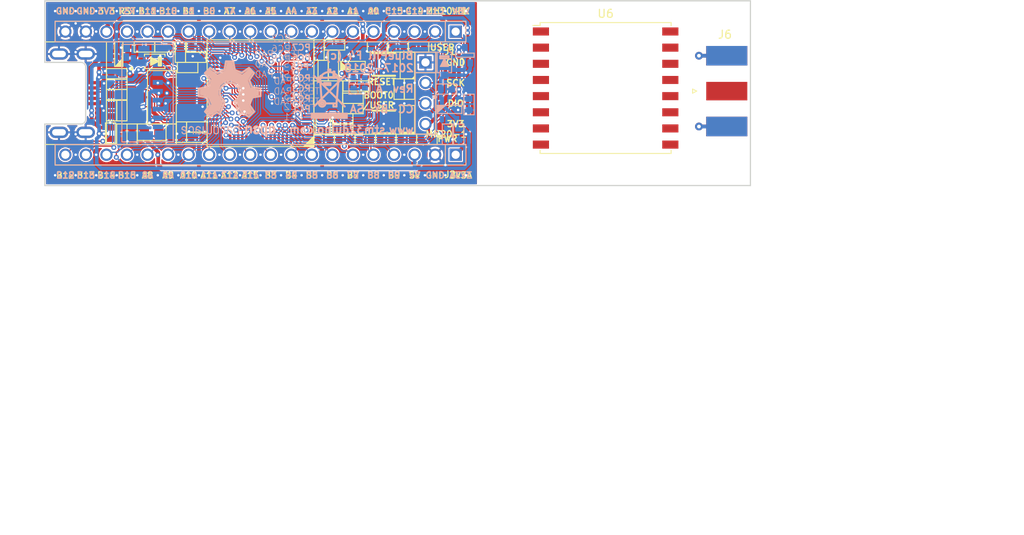
<source format=kicad_pcb>
(kicad_pcb (version 20211014) (generator pcbnew)
  (title_block (title "BluePill F4") (date "2018-02-04") (rev "A") (company "www.stm32duino.com") (comment 1 "© 2017-2018, All rights reserved."))
  (layers (0 "F.Cu" signal "Top") (31 "B.Cu" signal "Bottom") (34 "B.Paste" user) (35 "F.Paste" user) (36 "B.SilkS" user "B.Silkscreen") (37 "F.SilkS" user "F.Silkscreen") (38 "B.Mask" user) (39 "F.Mask" user) (44 "Edge.Cuts" user))
  (net 0 "")
  (net 1 "GND")
  (net 2 "+3V3")
  (net 3 "+5V")
  (net 4 "AGND")
  (net 5 "+3V3A")
  (net 10 "/BluePillF4-1/PC14")
  (net 11 "/BluePillF4-1/PC15")
  (net 12 "/BluePillF4-1/OSCIN")
  (net 13 "/BluePillF4-1/OSCOUT")
  (net 14 "+VIN")
  (net 15 "/BluePillF4-1/VCAP_1")
  (net 16 "/BluePillF4-1/VCAP_2")
  (net 17 "/BluePillF4-1/NRST")
  (net 18 "/BluePillF4-1/SDIO_VDD")
  (net 19 "/BluePillF4-1/D1")
  (net 20 "/BluePillF4-1/D2_R")
  (net 21 "/BluePillF4-1/D2_G")
  (net 22 "/BluePillF4-1/D2_B")
  (net 23 "/BluePillF4-1/VBUS")
  (net 24 "/BluePillF4-1/PC13")
  (net 25 "/BluePillF4-1/PA0")
  (net 26 "/BluePillF4-1/PA1")
  (net 27 "/BluePillF4-1/PA2")
  (net 28 "/BluePillF4-1/PA3")
  (net 29 "/BluePillF4-1/PA4")
  (net 30 "/BluePillF4-1/PA5")
  (net 31 "/BluePillF4-1/PA6")
  (net 32 "/BluePillF4-1/PA7")
  (net 33 "/BluePillF4-1/PB0")
  (net 34 "/BluePillF4-1/PB1")
  (net 35 "/BluePillF4-1/PB10")
  (net 36 "/BluePillF4-1/PB11")
  (net 37 "/BluePillF4-1/PB9")
  (net 38 "/BluePillF4-1/PB8")
  (net 39 "/BluePillF4-1/PB7")
  (net 40 "/BluePillF4-1/PB6")
  (net 41 "/BluePillF4-1/PB5")
  (net 42 "/BluePillF4-1/PB4")
  (net 43 "/BluePillF4-1/PB3")
  (net 44 "/BluePillF4-1/PA15")
  (net 45 "/BluePillF4-1/PA12")
  (net 46 "/BluePillF4-1/PA11")
  (net 47 "/BluePillF4-1/PA10")
  (net 48 "/BluePillF4-1/PA9")
  (net 49 "/BluePillF4-1/PA8")
  (net 50 "/BluePillF4-1/PB15")
  (net 51 "/BluePillF4-1/PB14")
  (net 52 "/BluePillF4-1/PB13")
  (net 53 "PB12")
  (net 54 "/BluePillF4-1/PA14")
  (net 55 "/BluePillF4-1/PA13")
  (net 56 "/BluePillF4-1/SDIO_D1")
  (net 57 "/BluePillF4-1/SDIO_D0")
  (net 58 "/BluePillF4-1/SDIO_CK")
  (net 59 "/BluePillF4-1/SDIO_CMD")
  (net 60 "/BluePillF4-1/SDIO_D3")
  (net 61 "/BluePillF4-1/SDIO_D2")
  (net 62 "/BluePillF4-1/DM")
  (net 63 "/BluePillF4-1/DP")
  (net 64 "/BluePillF4-1/ID")
  (net 65 "/BluePillF4-1/PC1")
  (net 66 "/BluePillF4-1/PC2")
  (net 67 "/BluePillF4-1/PC3")
  (net 68 "/BluePillF4-1/PC5")
  (net 69 "/BluePillF4-1/PC6")
  (net 70 "/BluePillF4-1/PC7")
  (net 71 "/BluePillF4-1/PB2")
  (net 72 "/BluePillF4-1/BOOT0")
  (net 73 "/BluePillF4-1/R6")
  (net 74 "/BluePillF4-1/VBUS_EN")
  (net 75 "/BluePillF4-1/ISET")
  (net 76 "/BluePillF4-2/PROG")
  (net 77 "+VBAT")
  (net 78 "/BluePillF4-1/VBK")
  (net 79 "/BluePillF4-1/PC4")
  (net 92 "Net-(U6-Pad9)")
  (footprint "BluePillF4 Lib:LQFP64" (layer "F.Cu") (at 102.87 64.77 180)
    (fp_text reference "U3" hide)
    (fp_text value "STM32F405RGT6")
  )
  (footprint "BluePillF4 Lib:MH20-1-0.1" (layer "F.Cu") (at 127 57.15 180)
    (fp_text reference "J1")
    (fp_text value "MH20-1")
  )
  (footprint "BluePillF4 Lib:MH20-1-0.1" (layer "F.Cu") (at 127 72.39 180)
    (fp_text reference "J2")
    (fp_text value "MH20-1")
  )
  (footprint "BluePillF4 Lib:MH_RA4-1-0.1" (layer "F.Cu") (at 127.0762 64.77 -90)
    (fp_text reference "J3" hide)
    (fp_text value "MH_RA4-1")
  )
  (footprint "BluePillF4 Lib:SKSGACE010" (layer "F.Cu") (at 118.11 68.326)
    (fp_text reference "S1" hide)
    (fp_text value "SKSGACE010")
  )
  (footprint "BluePillF4 Lib:SKSGACE010" (layer "F.Cu") (at 118.11 61.214)
    (fp_text reference "S2" hide)
    (fp_text value "SKSGACE010")
  )
  (footprint "BluePillF4 Lib:U02-BFD3111B0-009" (layer "F.Cu") (at 78.105 64.77 -90)
    (fp_text reference "J5" hide)
    (fp_text value "U02-BFD3111B0-009")
  )
  (footprint "BluePillF4 Lib:LED0603" (layer "F.Cu") (at 121.031 67.945 90)
    (fp_text reference "D1" hide)
    (fp_text value "GREEN")
  )
  (footprint "BluePillF4 Lib:R0603" (layer "F.Cu") (at 93.853 61.595 180)
    (fp_text reference "R1" hide)
    (fp_text value "100k")
  )
  (footprint "BluePillF4 Lib:R0603" (layer "F.Cu") (at 113.284 70.485 180)
    (fp_text reference "R4" hide)
    (fp_text value "100k")
  )
  (footprint "BluePillF4 Lib:R0603" (layer "F.Cu") (at 85.09 63.6778)
    (fp_text reference "R9" hide)
    (fp_text value "22R")
  )
  (footprint "BluePillF4 Lib:R0603" (layer "F.Cu") (at 85.09 64.9478)
    (fp_text reference "R10" hide)
    (fp_text value "22R")
  )
  (footprint "BluePillF4 Lib:R0603" (layer "F.Cu") (at 84.455 66.929 -90)
    (fp_text reference "R11" hide)
    (fp_text value "1k")
  )
  (footprint "BluePillF4 Lib:R0603" (layer "F.Cu") (at 118.364 70.485)
    (fp_text reference "R2" hide)
    (fp_text value "510R")
  )
  (footprint "BluePillF4 Lib:R0603" (layer "F.Cu") (at 121.285 64.262 90)
    (fp_text reference "R3" hide)
    (fp_text value "560R")
  )
  (footprint "BluePillF4 Lib:C0603" (layer "F.Cu") (at 117.348 59.055 180)
    (fp_text reference "C15" hide)
    (fp_text value "100n")
  )
  (footprint "BluePillF4 Lib:R0603" (layer "F.Cu") (at 119.888 59.055 180)
    (fp_text reference "R6" hide)
    (fp_text value "10k")
  )
  (footprint "BluePillF4 Lib:R0603" (layer "F.Cu") (at 85.725 66.929 90)
    (fp_text reference "R8" hide)
    (fp_text value "1k5")
  )
  (footprint "BluePillF4 Lib:C0603" (layer "F.Cu") (at 110.109 59.436 90)
    (fp_text reference "C10" hide)
    (fp_text value "100n")
  )
  (footprint "BluePillF4 Lib:C0603" (layer "F.Cu") (at 94.996 70.231 180)
    (fp_text reference "C13" hide)
    (fp_text value "100n")
  )
  (footprint "BluePillF4 Lib:C0603" (layer "F.Cu") (at 110.744 70.485 180)
    (fp_text reference "C9" hide)
    (fp_text value "100n")
  )
  (footprint "BluePillF4 Lib:C0603" (layer "F.Cu") (at 94.996 68.961)
    (fp_text reference "C14" hide)
    (fp_text value "2u2")
  )
  (footprint "BluePillF4 Lib:R0603" (layer "F.Cu") (at 115.824 70.485 180)
    (fp_text reference "R5" hide)
    (fp_text value "0R")
  )
  (footprint "BluePillF4 Lib:C0603" (layer "F.Cu") (at 94.996 59.055 180)
    (fp_text reference "C12" hide)
    (fp_text value "100n")
  )
  (footprint "BluePillF4 Lib:C0603" (layer "F.Cu") (at 94.869 60.325)
    (fp_text reference "C11" hide)
    (fp_text value "2u2")
  )
  (footprint "BluePillF4 Lib:C0603" (layer "F.Cu") (at 110.617 61.976 90)
    (fp_text reference "C7" hide)
    (fp_text value "100n")
  )
  (footprint "BluePillF4 Lib:C0603" (layer "F.Cu") (at 112.014 58.801)
    (fp_text reference "C1" hide)
    (fp_text value "10u")
  )
  (footprint "BluePillF4 Lib:C0603" (layer "F.Cu") (at 120.904 70.485)
    (fp_text reference "C17" hide)
    (fp_text value "100n")
  )
  (footprint "BluePillF4 Lib:CRYSTAL_32X25_2P" (layer "F.Cu") (at 111.252 65.278 -90)
    (fp_text reference "Y2" hide)
    (fp_text value "NX3225GD")
  )
  (footprint "BluePillF4 Lib:C0603" (layer "F.Cu") (at 114.3 65.405)
    (fp_text reference "C5" hide)
    (fp_text value "20p")
  )
  (footprint "BluePillF4 Lib:C0603" (layer "F.Cu") (at 114.3 66.675)
    (fp_text reference "C4" hide)
    (fp_text value "20p")
  )
  (footprint "BluePillF4 Lib:C0603" (layer "F.Cu") (at 113.03 69.2023)
    (fp_text reference "C2" hide)
    (fp_text value "6p8")
  )
  (footprint "BluePillF4 Lib:C0603" (layer "F.Cu") (at 113.03 67.945)
    (fp_text reference "C3" hide)
    (fp_text value "6p8")
  )
  (footprint "BluePillF4 Lib:SOT223" (layer "F.Cu") (at 90.678 65.278 -90)
    (fp_text reference "U1" hide)
    (fp_text value "AP2114HA-3.3TRG1")
  )
  (footprint "BluePillF4 Lib:C0603" (layer "F.Cu") (at 85.09 62.357 180)
    (fp_text reference "C6" hide)
    (fp_text value "4u7")
  )
  (footprint "BluePillF4 Lib:C0603" (layer "F.Cu") (at 85.725 69.85 -90)
    (fp_text reference "C8" hide)
    (fp_text value "4u7")
  )
  (footprint "BluePillF4 Lib:SOT23-5" (layer "F.Cu") (at 85.344 59.944 90)
    (fp_text reference "U4" hide)
    (fp_text value "SY6280")
  )
  (footprint "BluePillF4 Lib:R0603" (layer "F.Cu") (at 92.964 59.69 -90)
    (fp_text reference "R7" hide)
    (fp_text value "100k")
  )
  (footprint "BluePillF4 Lib:R0603" (layer "F.Cu") (at 88.519 59.055)
    (fp_text reference "R13" hide)
    (fp_text value "10k")
  )
  (footprint "BluePillF4 Lib:FB0603" (layer "F.Cu") (at 111.887 61.087 -90)
    (fp_text reference "L1" hide)
    (fp_text value "FBMH1608HM471-T")
  )
  (footprint "BluePillF4 Lib:C0603" (layer "F.Cu") (at 91.821 69.85 -90)
    (fp_text reference "C16" hide)
    (fp_text value "4u7")
  )
  (footprint "BluePillF4 Lib:R0603" (layer "F.Cu") (at 91.059 59.055)
    (fp_text reference "R12" hide)
    (fp_text value "510R")
  )
  (footprint "BluePillF4 Lib:SOT23-5" (layer "F.Cu") (at 114.3 61.341)
    (fp_text reference "U2" hide)
    (fp_text value "AP2112K3.3-TRG1")
  )
  (footprint "BluePillF4 Lib:VIA_12MIL" (layer "F.Cu") (at 77.47 74.93)
    (fp_text reference "REF**" hide)
    (fp_text value "VIA_12MIL" hide)
  )
  (footprint "BluePillF4 Lib:VIA_12MIL" (layer "F.Cu") (at 80.01 74.93)
    (fp_text reference "REF**" hide)
    (fp_text value "VIA_12MIL" hide)
  )
  (footprint "BluePillF4 Lib:VIA_12MIL" (layer "F.Cu") (at 82.55 74.93)
    (fp_text reference "REF**" hide)
    (fp_text value "VIA_12MIL" hide)
  )
  (footprint "BluePillF4 Lib:VIA_12MIL" (layer "F.Cu") (at 85.09 74.93)
    (fp_text reference "REF**" hide)
    (fp_text value "VIA_12MIL" hide)
  )
  (footprint "BluePillF4 Lib:VIA_12MIL" (layer "F.Cu") (at 87.63 74.93)
    (fp_text reference "REF**" hide)
    (fp_text value "VIA_12MIL" hide)
  )
  (footprint "BluePillF4 Lib:VIA_12MIL" (layer "F.Cu") (at 90.17 74.93)
    (fp_text reference "REF**" hide)
    (fp_text value "VIA_12MIL" hide)
  )
  (footprint "BluePillF4 Lib:VIA_12MIL" (layer "F.Cu") (at 92.71 74.93)
    (fp_text reference "REF**" hide)
    (fp_text value "VIA_12MIL" hide)
  )
  (footprint "BluePillF4 Lib:VIA_12MIL" (layer "F.Cu") (at 95.25 74.93)
    (fp_text reference "REF**" hide)
    (fp_text value "VIA_12MIL" hide)
  )
  (footprint "BluePillF4 Lib:VIA_12MIL" (layer "F.Cu") (at 97.79 74.93)
    (fp_text reference "REF**" hide)
    (fp_text value "VIA_12MIL" hide)
  )
  (footprint "BluePillF4 Lib:VIA_12MIL" (layer "F.Cu") (at 100.33 74.93)
    (fp_text reference "REF**" hide)
    (fp_text value "VIA_12MIL" hide)
  )
  (footprint "BluePillF4 Lib:VIA_12MIL" (layer "F.Cu") (at 102.87 74.93)
    (fp_text reference "REF**" hide)
    (fp_text value "VIA_12MIL" hide)
  )
  (footprint "BluePillF4 Lib:VIA_12MIL" (layer "F.Cu") (at 105.41 74.93)
    (fp_text reference "REF**" hide)
    (fp_text value "VIA_12MIL" hide)
  )
  (footprint "BluePillF4 Lib:VIA_12MIL" (layer "F.Cu") (at 107.95 74.93)
    (fp_text reference "REF**" hide)
    (fp_text value "VIA_12MIL" hide)
  )
  (footprint "BluePillF4 Lib:VIA_12MIL" (layer "F.Cu") (at 110.49 74.93)
    (fp_text reference "REF**" hide)
    (fp_text value "VIA_12MIL" hide)
  )
  (footprint "BluePillF4 Lib:VIA_12MIL" (layer "F.Cu") (at 113.03 74.93)
    (fp_text reference "REF**" hide)
    (fp_text value "VIA_12MIL" hide)
  )
  (footprint "BluePillF4 Lib:VIA_12MIL" (layer "F.Cu") (at 115.57 74.93)
    (fp_text reference "REF**" hide)
    (fp_text value "VIA_12MIL" hide)
  )
  (footprint "BluePillF4 Lib:VIA_12MIL" (layer "F.Cu") (at 118.11 74.93)
    (fp_text reference "REF**" hide)
    (fp_text value "VIA_12MIL" hide)
  )
  (footprint "BluePillF4 Lib:VIA_12MIL" (layer "F.Cu") (at 120.65 74.93)
    (fp_text reference "REF**" hide)
    (fp_text value "VIA_12MIL" hide)
  )
  (footprint "BluePillF4 Lib:VIA_12MIL" (layer "F.Cu") (at 123.19 74.93)
    (fp_text reference "REF**" hide)
    (fp_text value "VIA_12MIL" hide)
  )
  (footprint "BluePillF4 Lib:VIA_12MIL" (layer "F.Cu") (at 125.73 74.93)
    (fp_text reference "REF**" hide)
    (fp_text value "VIA_12MIL" hide)
  )
  (footprint "BluePillF4 Lib:VIA_12MIL" (layer "F.Cu") (at 128.27 74.93)
    (fp_text reference "REF**" hide)
    (fp_text value "VIA_12MIL" hide)
  )
  (footprint "BluePillF4 Lib:VIA_12MIL" (layer "F.Cu") (at 80.01 72.39)
    (fp_text reference "REF**" hide)
    (fp_text value "VIA_12MIL" hide)
  )
  (footprint "BluePillF4 Lib:VIA_12MIL" (layer "F.Cu") (at 82.55 72.39)
    (fp_text reference "REF**" hide)
    (fp_text value "VIA_12MIL" hide)
  )
  (footprint "BluePillF4 Lib:VIA_12MIL" (layer "F.Cu") (at 87.63 72.39)
    (fp_text reference "REF**" hide)
    (fp_text value "VIA_12MIL" hide)
  )
  (footprint "BluePillF4 Lib:VIA_12MIL" (layer "F.Cu") (at 90.17 72.39)
    (fp_text reference "REF**" hide)
    (fp_text value "VIA_12MIL" hide)
  )
  (footprint "BluePillF4 Lib:VIA_12MIL" (layer "F.Cu") (at 92.71 72.39)
    (fp_text reference "REF**" hide)
    (fp_text value "VIA_12MIL" hide)
  )
  (footprint "BluePillF4 Lib:VIA_12MIL" (layer "F.Cu") (at 97.79 72.39)
    (fp_text reference "REF**" hide)
    (fp_text value "VIA_12MIL" hide)
  )
  (footprint "BluePillF4 Lib:VIA_12MIL" (layer "F.Cu") (at 100.33 72.39)
    (fp_text reference "REF**" hide)
    (fp_text value "VIA_12MIL" hide)
  )
  (footprint "BluePillF4 Lib:VIA_12MIL" (layer "F.Cu") (at 102.87 72.39)
    (fp_text reference "REF**" hide)
    (fp_text value "VIA_12MIL" hide)
  )
  (footprint "BluePillF4 Lib:VIA_12MIL" (layer "F.Cu") (at 105.41 72.39)
    (fp_text reference "REF**" hide)
    (fp_text value "VIA_12MIL" hide)
  )
  (footprint "BluePillF4 Lib:VIA_12MIL" (layer "F.Cu") (at 107.95 72.39)
    (fp_text reference "REF**" hide)
    (fp_text value "VIA_12MIL" hide)
  )
  (footprint "BluePillF4 Lib:VIA_12MIL" (layer "F.Cu") (at 115.57 72.39)
    (fp_text reference "REF**" hide)
    (fp_text value "VIA_12MIL" hide)
  )
  (footprint "BluePillF4 Lib:VIA_12MIL" (layer "F.Cu") (at 120.65 72.39)
    (fp_text reference "REF**" hide)
    (fp_text value "VIA_12MIL" hide)
  )
  (footprint "BluePillF4 Lib:VIA_12MIL" (layer "F.Cu") (at 125.73 73.66)
    (fp_text reference "REF**" hide)
    (fp_text value "VIA_12MIL" hide)
  )
  (footprint "BluePillF4 Lib:VIA_12MIL" (layer "F.Cu") (at 128.27 69.85)
    (fp_text reference "REF**" hide)
    (fp_text value "VIA_12MIL" hide)
  )
  (footprint "BluePillF4 Lib:VIA_12MIL" (layer "F.Cu") (at 127 68.58)
    (fp_text reference "REF**" hide)
    (fp_text value "VIA_12MIL" hide)
  )
  (footprint "BluePillF4 Lib:VIA_12MIL" (layer "F.Cu") (at 128.27 67.31)
    (fp_text reference "REF**" hide)
    (fp_text value "VIA_12MIL" hide)
  )
  (footprint "BluePillF4 Lib:VIA_12MIL" (layer "F.Cu") (at 128.27 64.77)
    (fp_text reference "REF**" hide)
    (fp_text value "VIA_12MIL" hide)
  )
  (footprint "BluePillF4 Lib:VIA_12MIL" (layer "F.Cu") (at 128.27 62.23)
    (fp_text reference "REF**" hide)
    (fp_text value "VIA_12MIL" hide)
  )
  (footprint "BluePillF4 Lib:VIA_12MIL" (layer "F.Cu") (at 128.27 59.69)
    (fp_text reference "REF**" hide)
    (fp_text value "VIA_12MIL" hide)
  )
  (footprint "BluePillF4 Lib:VIA_12MIL" (layer "F.Cu") (at 123.19 57.15)
    (fp_text reference "REF**" hide)
    (fp_text value "VIA_12MIL" hide)
  )
  (footprint "BluePillF4 Lib:VIA_12MIL" (layer "F.Cu") (at 120.65 57.15)
    (fp_text reference "REF**" hide)
    (fp_text value "VIA_12MIL" hide)
  )
  (footprint "BluePillF4 Lib:VIA_12MIL" (layer "F.Cu") (at 115.57 57.15)
    (fp_text reference "REF**" hide)
    (fp_text value "VIA_12MIL" hide)
  )
  (footprint "BluePillF4 Lib:VIA_12MIL" (layer "F.Cu") (at 107.95 57.15)
    (fp_text reference "REF**" hide)
    (fp_text value "VIA_12MIL" hide)
  )
  (footprint "BluePillF4 Lib:VIA_12MIL" (layer "F.Cu") (at 105.41 57.15)
    (fp_text reference "REF**" hide)
    (fp_text value "VIA_12MIL" hide)
  )
  (footprint "BluePillF4 Lib:VIA_12MIL" (layer "F.Cu") (at 102.87 57.15)
    (fp_text reference "REF**" hide)
    (fp_text value "VIA_12MIL" hide)
  )
  (footprint "BluePillF4 Lib:VIA_12MIL" (layer "F.Cu") (at 100.33 57.15)
    (fp_text reference "REF**" hide)
    (fp_text value "VIA_12MIL" hide)
  )
  (footprint "BluePillF4 Lib:VIA_12MIL" (layer "F.Cu") (at 97.79 57.15)
    (fp_text reference "REF**" hide)
    (fp_text value "VIA_12MIL" hide)
  )
  (footprint "BluePillF4 Lib:VIA_12MIL" (layer "F.Cu") (at 87.63 57.15)
    (fp_text reference "REF**" hide)
    (fp_text value "VIA_12MIL" hide)
  )
  (footprint "BluePillF4 Lib:VIA_12MIL" (layer "F.Cu") (at 85.09 57.15)
    (fp_text reference "REF**" hide)
    (fp_text value "VIA_12MIL" hide)
  )
  (footprint "BluePillF4 Lib:VIA_12MIL" (layer "F.Cu") (at 82.55 57.15)
    (fp_text reference "REF**" hide)
    (fp_text value "VIA_12MIL" hide)
  )
  (footprint "BluePillF4 Lib:VIA_12MIL" (layer "F.Cu") (at 80.01 56.134)
    (fp_text reference "REF**" hide)
    (fp_text value "VIA_12MIL" hide)
  )
  (footprint "BluePillF4 Lib:VIA_12MIL" (layer "F.Cu") (at 80.01 59.69)
    (fp_text reference "REF**" hide)
    (fp_text value "VIA_12MIL" hide)
  )
  (footprint "BluePillF4 Lib:VIA_12MIL" (layer "F.Cu") (at 90.17 63.5)
    (fp_text reference "REF**" hide)
    (fp_text value "VIA_12MIL" hide)
  )
  (footprint "BluePillF4 Lib:VIA_12MIL" (layer "F.Cu") (at 91.44 63.5)
    (fp_text reference "REF**" hide)
    (fp_text value "VIA_12MIL" hide)
  )
  (footprint "BluePillF4 Lib:VIA_12MIL" (layer "F.Cu") (at 91.2876 64.7692)
    (fp_text reference "REF**" hide)
    (fp_text value "VIA_12MIL" hide)
  )
  (footprint "BluePillF4 Lib:VIA_12MIL" (layer "F.Cu") (at 90.297 64.7692)
    (fp_text reference "REF**" hide)
    (fp_text value "VIA_12MIL" hide)
  )
  (footprint "BluePillF4 Lib:VIA_12MIL" (layer "F.Cu") (at 77.47 54.61)
    (fp_text reference "REF**" hide)
    (fp_text value "VIA_12MIL" hide)
  )
  (footprint "BluePillF4 Lib:VIA_12MIL" (layer "F.Cu") (at 80.01 54.61)
    (fp_text reference "REF**" hide)
    (fp_text value "VIA_12MIL" hide)
  )
  (footprint "BluePillF4 Lib:VIA_12MIL" (layer "F.Cu") (at 82.55 54.61)
    (fp_text reference "REF**" hide)
    (fp_text value "VIA_12MIL" hide)
  )
  (footprint "BluePillF4 Lib:VIA_12MIL" (layer "F.Cu") (at 85.09 54.61)
    (fp_text reference "REF**" hide)
    (fp_text value "VIA_12MIL" hide)
  )
  (footprint "BluePillF4 Lib:VIA_12MIL" (layer "F.Cu") (at 87.63 54.61)
    (fp_text reference "REF**" hide)
    (fp_text value "VIA_12MIL" hide)
  )
  (footprint "BluePillF4 Lib:VIA_12MIL" (layer "F.Cu") (at 90.17 54.61)
    (fp_text reference "REF**" hide)
    (fp_text value "VIA_12MIL" hide)
  )
  (footprint "BluePillF4 Lib:VIA_12MIL" (layer "F.Cu") (at 92.71 54.61)
    (fp_text reference "REF**" hide)
    (fp_text value "VIA_12MIL" hide)
  )
  (footprint "BluePillF4 Lib:VIA_12MIL" (layer "F.Cu") (at 95.25 54.61)
    (fp_text reference "REF**" hide)
    (fp_text value "VIA_12MIL" hide)
  )
  (footprint "BluePillF4 Lib:VIA_12MIL" (layer "F.Cu") (at 97.79 54.61)
    (fp_text reference "REF**" hide)
    (fp_text value "VIA_12MIL" hide)
  )
  (footprint "BluePillF4 Lib:VIA_12MIL" (layer "F.Cu") (at 100.33 54.61)
    (fp_text reference "REF**" hide)
    (fp_text value "VIA_12MIL" hide)
  )
  (footprint "BluePillF4 Lib:VIA_12MIL" (layer "F.Cu") (at 102.87 54.61)
    (fp_text reference "REF**" hide)
    (fp_text value "VIA_12MIL" hide)
  )
  (footprint "BluePillF4 Lib:VIA_12MIL" (layer "F.Cu") (at 105.41 54.61)
    (fp_text reference "REF**" hide)
    (fp_text value "VIA_12MIL" hide)
  )
  (footprint "BluePillF4 Lib:VIA_12MIL" (layer "F.Cu") (at 107.95 54.61)
    (fp_text reference "REF**" hide)
    (fp_text value "VIA_12MIL" hide)
  )
  (footprint "BluePillF4 Lib:VIA_12MIL" (layer "F.Cu") (at 110.49 54.61)
    (fp_text reference "REF**" hide)
    (fp_text value "VIA_12MIL" hide)
  )
  (footprint "BluePillF4 Lib:VIA_12MIL" (layer "F.Cu") (at 113.03 54.61)
    (fp_text reference "REF**" hide)
    (fp_text value "VIA_12MIL" hide)
  )
  (footprint "BluePillF4 Lib:VIA_12MIL" (layer "F.Cu") (at 115.57 54.61)
    (fp_text reference "REF**" hide)
    (fp_text value "VIA_12MIL" hide)
  )
  (footprint "BluePillF4 Lib:VIA_12MIL" (layer "F.Cu") (at 118.11 54.61)
    (fp_text reference "REF**" hide)
    (fp_text value "VIA_12MIL" hide)
  )
  (footprint "BluePillF4 Lib:VIA_12MIL" (layer "F.Cu") (at 120.65 54.61)
    (fp_text reference "REF**" hide)
    (fp_text value "VIA_12MIL" hide)
  )
  (footprint "BluePillF4 Lib:VIA_12MIL" (layer "F.Cu") (at 123.19 54.61)
    (fp_text reference "REF**" hide)
    (fp_text value "VIA_12MIL" hide)
  )
  (footprint "BluePillF4 Lib:VIA_12MIL" (layer "F.Cu") (at 125.73 54.61)
    (fp_text reference "REF**" hide)
    (fp_text value "VIA_12MIL" hide)
  )
  (footprint "BluePillF4 Lib:VIA_12MIL" (layer "F.Cu") (at 128.27 54.61)
    (fp_text reference "REF**" hide)
    (fp_text value "VIA_12MIL" hide)
  )
  (footprint "BluePillF4 Lib:VIA_12MIL" (layer "F.Cu") (at 104.5971 62.828)
    (fp_text reference "REF**" hide)
    (fp_text value "VIA_12MIL" hide)
  )
  (footprint "BluePillF4 Lib:VIA_12MIL" (layer "F.Cu") (at 104.2924 66.04)
    (fp_text reference "REF**" hide)
    (fp_text value "VIA_12MIL" hide)
  )
  (footprint "BluePillF4 Lib:VIA_12MIL" (layer "F.Cu") (at 107.0102 67.6656)
    (fp_text reference "REF**" hide)
    (fp_text value "VIA_12MIL" hide)
  )
  (footprint "BluePillF4 Lib:VIA_12MIL" (layer "F.Cu") (at 121.92 63.5)
    (fp_text reference "REF**" hide)
    (fp_text value "VIA_12MIL" hide)
  )
  (footprint "BluePillF4 Lib:VIA_12MIL" (layer "F.Cu") (at 120.65 63.5)
    (fp_text reference "REF**" hide)
    (fp_text value "VIA_12MIL" hide)
  )
  (footprint "BluePillF4 Lib:VIA_12MIL" (layer "F.Cu") (at 118.11 64.7692)
    (fp_text reference "REF**" hide)
    (fp_text value "VIA_12MIL" hide)
  )
  (footprint "BluePillF4 Lib:VIA_12MIL" (layer "F.Cu") (at 118.11 63.5)
    (fp_text reference "REF**" hide)
    (fp_text value "VIA_12MIL" hide)
  )
  (footprint "BluePillF4 Lib:VIA_12MIL" (layer "F.Cu") (at 118.11 62.23)
    (fp_text reference "REF**" hide)
    (fp_text value "VIA_12MIL" hide)
  )
  (footprint "BluePillF4 Lib:VIA_12MIL" (layer "F.Cu") (at 118.11 60.96)
    (fp_text reference "REF**" hide)
    (fp_text value "VIA_12MIL" hide)
  )
  (footprint "BluePillF4 Lib:VIA_12MIL" (layer "F.Cu") (at 120.65 66.04)
    (fp_text reference "REF**" hide)
    (fp_text value "VIA_12MIL" hide)
  )
  (footprint "BluePillF4 Lib:VIA_12MIL" (layer "F.Cu") (at 119.38 66.04)
    (fp_text reference "REF**" hide)
    (fp_text value "VIA_12MIL" hide)
  )
  (footprint "BluePillF4 Lib:VIA_12MIL" (layer "F.Cu") (at 118.11 66.04)
    (fp_text reference "REF**" hide)
    (fp_text value "VIA_12MIL" hide)
  )
  (footprint "BluePillF4 Lib:VIA_12MIL" (layer "F.Cu") (at 118.11 67.31)
    (fp_text reference "REF**" hide)
    (fp_text value "VIA_12MIL" hide)
  )
  (footprint "BluePillF4 Lib:VIA_12MIL" (layer "F.Cu") (at 118.11 68.58)
    (fp_text reference "REF**" hide)
    (fp_text value "VIA_12MIL" hide)
  )
  (footprint "BluePillF4 Lib:VIA_12MIL" (layer "F.Cu") (at 115.57 64.77)
    (fp_text reference "REF**" hide)
    (fp_text value "VIA_12MIL" hide)
  )
  (footprint "BluePillF4 Lib:VIA_12MIL" (layer "F.Cu") (at 91.1352 66.0392)
    (fp_text reference "REF**" hide)
    (fp_text value "VIA_12MIL" hide)
  )
  (footprint "BluePillF4 Lib:VIA_12MIL" (layer "F.Cu") (at 89.535 68.122)
    (fp_text reference "REF**" hide)
    (fp_text value "VIA_12MIL" hide)
  )
  (footprint "BluePillF4 Lib:VIA_12MIL" (layer "F.Cu") (at 80.01 69.85)
    (fp_text reference "REF**" hide)
    (fp_text value "VIA_12MIL" hide)
  )
  (footprint "BluePillF4 Lib:VIA_12MIL" (layer "F.Cu") (at 90.297 66.0392)
    (fp_text reference "REF**" hide)
    (fp_text value "VIA_12MIL" hide)
  )
  (footprint "BluePillF4 Lib:VIA_12MIL" (layer "F.Cu") (at 84.2772 68.4268)
    (fp_text reference "REF**" hide)
    (fp_text value "VIA_12MIL" hide)
  )
  (footprint "BluePillF4 Lib:VIA_12MIL" (layer "F.Cu") (at 114.3508 60.198)
    (fp_text reference "REF**" hide)
    (fp_text value "VIA_12MIL" hide)
  )
  (footprint "BluePillF4 Lib:VIA_12MIL" (layer "F.Cu") (at 110.9979 60.3388)
    (fp_text reference "REF**" hide)
    (fp_text value "VIA_12MIL" hide)
  )
  (footprint "BluePillF4 Lib:VIA_12MIL" (layer "F.Cu") (at 94.0308 69.4944)
    (fp_text reference "REF**" hide)
    (fp_text value "VIA_12MIL" hide)
  )
  (footprint "BluePillF4 Lib:SOD-123" (layer "F.Cu") (at 89.789 60.833 180)
    (fp_text reference "D3" hide)
    (fp_text value "1N5819HW")
  )
  (footprint "BluePillF4 Lib:FC-12M" (layer "F.Cu") (at 110.617 68.58 90)
    (fp_text reference "Y1" hide)
    (fp_text value "FC-12M")
  )
  (footprint "BluePillF4 Lib:FB0603" (layer "F.Cu") (at 114.7318 63.881)
    (fp_text reference "L2" hide)
    (fp_text value "BLM18BA470SN1D")
  )
  (footprint "BluePillF4 Lib:VIA_12MIL" (layer "F.Cu") (at 110.617 57.15)
    (fp_text reference "REF**" hide)
    (fp_text value "VIA_12MIL" hide)
  )
  (footprint "BluePillF4 Lib:VIA_12MIL" (layer "F.Cu") (at 113.0299 57.1384)
    (fp_text reference "REF**" hide)
    (fp_text value "VIA_12MIL" hide)
  )
  (footprint "BluePillF4 Lib:C0603" (layer "F.Cu") (at 86.995 69.85 90)
    (fp_text reference "C18" hide)
    (fp_text value "100n")
  )
  (footprint "BluePillF4 Lib:R0603" (layer "F.Cu") (at 120.015 64.262 90)
    (fp_text reference "R14" hide)
    (fp_text value "560R")
  )
  (footprint "BluePillF4 Lib:R0603" (layer "F.Cu") (at 122.4026 59.055 180)
    (fp_text reference "R15" hide)
    (fp_text value "220R")
  )
  (footprint "BluePillF4 Lib:R0603" (layer "F.Cu") (at 93.091 69.596 -90)
    (fp_text reference "R16" hide)
    (fp_text value "1M")
  )
  (footprint "BluePillF4 Lib:1616RGB" (layer "F.Cu") (at 121.031 61.341 90)
    (fp_text reference "D2" hide)
    (fp_text value "1616RGB")
  )
  (footprint "BluePillF4 Lib:VIA_12MIL" (layer "F.Cu") (at 92.5576 69.7984)
    (fp_text reference "REF**" hide)
    (fp_text value "VIA_12MIL" hide)
  )
  (footprint "BluePillF4 Lib:FB0805" (layer "F.Cu") (at 89.408 69.596 180)
    (fp_text reference "L3" hide)
    (fp_text value "LQW2BASR47J00L")
  )
  (footprint "BluePillF4 Lib:VIA_12MIL" (layer "F.Cu") (at 116.0272 59.5876)
    (fp_text reference "REF**" hide)
    (fp_text value "VIA_12MIL" hide)
  )
  (footprint "BluePillF4 Lib:VIA_12MIL" (layer "F.Cu") (at 90.4748 60.1464)
    (fp_text reference "REF**" hide)
    (fp_text value "VIA_12MIL" hide)
  )
  (footprint "BluePillF4 Lib:R0603" (layer "F.Cu") (at 84.328 69.723 90)
    (fp_text reference "R19" hide)
    (fp_text value "0R")
  )
  (footprint "BluePillF4 Lib:VIA_12MIL" (layer "F.Cu") (at 88.1634 66.4964)
    (fp_text reference "REF**" hide)
    (fp_text value "VIA_12MIL" hide)
  )
  (footprint "BluePillF4 Lib:VIA_12MIL" (layer "F.Cu") (at 85.6488 59.1304)
    (fp_text reference "REF**" hide)
    (fp_text value "VIA_12MIL" hide)
  )
  (footprint "BluePillF4 Lib:VIA_12MIL" (layer "F.Cu") (at 85.6488 59.1304)
    (fp_text reference "REF**" hide)
    (fp_text value "VIA_12MIL" hide)
  )
  (footprint "BluePillF4 Lib:R0603" (layer "F.Cu") (at 123.444 70.485)
    (fp_text reference "R20" hide)
    (fp_text value "0R")
  )
  (footprint "BluePillF4 Lib:VIA_12MIL" (layer "F.Cu") (at 97.8915 60.3896)
    (fp_text reference "REF**" hide)
    (fp_text value "VIA_12MIL" hide)
  )
  (footprint "BluePillF4 Lib:VIA_12MIL" (layer "F.Cu") (at 108.5595 59.5768)
    (fp_text reference "REF**" hide)
    (fp_text value "VIA_12MIL" hide)
  )
  (footprint "BluePillF4 Lib:VIA_12MIL" (layer "F.Cu") (at 113.5887 59.1196)
    (fp_text reference "REF**" hide)
    (fp_text value "VIA_12MIL" hide)
  )
  (footprint "BluePillF4 Lib:VIA_12MIL" (layer "F.Cu") (at 126.5935 70.4988)
    (fp_text reference "REF**" hide)
    (fp_text value "VIA_12MIL" hide)
  )
  (footprint "BluePillF4 Lib:VIA_12MIL" (layer "F.Cu") (at 127.3047 66.8412)
    (fp_text reference "REF**" hide)
    (fp_text value "VIA_12MIL" hide)
  )
  (footprint "BluePillF4 Lib:VIA_12MIL" (layer "F.Cu") (at 126.2887 64.86)
    (fp_text reference "REF**" hide)
    (fp_text value "VIA_12MIL" hide)
  )
  (footprint "BluePillF4 Lib:VIA_12MIL" (layer "F.Cu") (at 83.2612 66.3702)
    (fp_text reference "REF**" hide)
    (fp_text value "VIA_12MIL" hide)
  )
  (footprint "BluePillF4 Lib:VIA_12MIL" (layer "F.Cu") (at 95.7072 66.4464)
    (fp_text reference "REF**" hide)
    (fp_text value "VIA_12MIL" hide)
  )
  (footprint "BluePillF4 Lib:VIA_12MIL" (layer "F.Cu") (at 94.488 60.198)
    (fp_text reference "REF**" hide)
    (fp_text value "VIA_12MIL" hide)
  )
  (footprint "BluePillF4 Lib:VIA_12MIL" (layer "F.Cu") (at 83.5152 63.5508)
    (fp_text reference "REF**" hide)
    (fp_text value "VIA_12MIL" hide)
  )
  (footprint "BluePillF4 Lib:VIA_12MIL" (layer "F.Cu") (at 86.4108 70.7136)
    (fp_text reference "REF**" hide)
    (fp_text value "VIA_12MIL" hide)
  )
  (footprint "BluePillF4 Lib:VIA_12MIL" (layer "F.Cu") (at 83.6676 62.0268)
    (fp_text reference "REF**" hide)
    (fp_text value "VIA_12MIL" hide)
  )
  (footprint "BluePillF4 Lib:VIA_12MIL" (layer "F.Cu") (at 83.4644 66.929)
    (fp_text reference "REF**" hide)
    (fp_text value "VIA_12MIL" hide)
  )
  (footprint "BluePillF4 Lib:VIA_12MIL" (layer "F.Cu") (at 90.17 57.15)
    (fp_text reference "REF**" hide)
    (fp_text value "VIA_12MIL" hide)
  )
  (footprint "BluePillF4 Lib:VIA_12MIL" (layer "F.Cu") (at 87.63 57.15)
    (fp_text reference "REF**" hide)
    (fp_text value "VIA_12MIL" hide)
  )
  (footprint "RF_Module:HOPERF_RFM9XW_SMD" (layer "F.Cu") (at 145.542 64.135)
    (fp_text reference "U6")
    (fp_text value "RFM95W-868S2")
  )
  (footprint "Connector_Coaxial:SMA_Molex_73251-1153_EdgeMount_Horizontal" (layer "F.Cu") (at 158.802 64.516 180)
    (fp_text reference "J6")
    (fp_text value "Conn_Coaxial")
  )
  (footprint "BluePillF4 Lib:RECYCLE_BIN_LOGO" (layer "B.Cu") (at 113.665 67.945 180)
    (fp_text reference "U$6" hide)
    (fp_text value "")
  )
  (footprint "BluePillF4 Lib:TEST_PAD" (layer "B.Cu") (at 106.1719 66.4094)
    (fp_text reference "PC0" hide)
    (fp_text value ">VALUE" hide)
  )
  (footprint "BluePillF4 Lib:TEST_PAD" (layer "B.Cu") (at 106.1719 66.6634)
    (fp_text reference "PC1")
    (fp_text value "TEST_PAD")
  )
  (footprint "BluePillF4 Lib:TEST_PAD" (layer "B.Cu") (at 106.1719 65.3934)
    (fp_text reference "PC2")
    (fp_text value "TEST_PAD")
  )
  (footprint "BluePillF4 Lib:TEST_PAD" (layer "B.Cu") (at 106.1719 64.1234)
    (fp_text reference "PC3")
    (fp_text value "TEST_PAD")
  )
  (footprint "BluePillF4 Lib:TEST_PAD" (layer "B.Cu") (at 106.1719 61.5834 180)
    (fp_text reference "PC5")
    (fp_text value "TEST_PAD")
  )
  (footprint "BluePillF4 Lib:TEST_PAD" (layer "B.Cu") (at 106.1719 59.0434 180)
    (fp_text reference "PC7")
    (fp_text value "TEST_PAD")
  )
  (footprint "BluePillF4 Lib:TEST_PAD" (layer "B.Cu") (at 106.1719 60.3134 180)
    (fp_text reference "PC6")
    (fp_text value "TEST_PAD")
  )
  (footprint "BluePillF4 Lib:47309-2651" (layer "B.Cu") (at 90.17 65.0875 90)
    (fp_text reference "J4" hide)
    (fp_text value "47309-2651")
  )
  (footprint "BluePillF4 Lib:C0603" (layer "B.Cu") (at 127.381 69.85 -90)
    (fp_text reference "C19" hide)
    (fp_text value "1u")
  )
  (footprint "BluePillF4 Lib:C0603" (layer "B.Cu") (at 128.651 66.167 -90)
    (fp_text reference "C20" hide)
    (fp_text value "1u")
  )
  (footprint "BluePillF4 Lib:SOD-123" (layer "B.Cu") (at 125.603 60.96 -90)
    (fp_text reference "D4" hide)
    (fp_text value "1N5819HW")
  )
  (footprint "BluePillF4 Lib:SOT323" (layer "B.Cu") (at 128.143 60.071 180)
    (fp_text reference "Q1" hide)
    (fp_text value "IRLML6402")
  )
  (footprint "BluePillF4 Lib:R0603" (layer "B.Cu") (at 125.984 69.85 -90)
    (fp_text reference "R17" hide)
    (fp_text value "15k")
  )
  (footprint "BluePillF4 Lib:R0603" (layer "B.Cu") (at 125.857 64.262)
    (fp_text reference "R18" hide)
    (fp_text value "10k")
  )
  (footprint "BluePillF4 Lib:OPEN_HARDWARE_LOGO" (layer "B.Cu") (at 99.06 64.77 180)
    (fp_text reference "U$4" hide)
    (fp_text value "")
  )
  (footprint "BluePillF4 Lib:TEST_PAD" (layer "B.Cu") (at 106.1719 62.8534)
    (fp_text reference "PC4" hide)
    (fp_text value "TEST_PAD" hide)
  )
  (footprint "BluePillF4 Lib:R0603" (layer "B.Cu") (at 115.062 62.992)
    (fp_text reference "R21" hide)
    (fp_text value "10k")
  )
  (footprint "BluePillF4 Lib:R0603" (layer "B.Cu") (at 115.062 64.262 180)
    (fp_text reference "R22" hide)
    (fp_text value "10k")
  )
  (footprint "BluePillF4 Lib:SOT23-5" (layer "B.Cu") (at 126.238 66.7766)
    (fp_text reference "U5" hide)
    (fp_text value "MCP73812T-420I/OT" hide)
  )
  (gr_line (start 163.449 76.2) (end 76.2 76.2) (layer "Edge.Cuts") (width 0.15))
  (gr_arc (start 80.67802 60.96) (mid 81.082132 61.127388) (end 81.24952 61.5315) (layer "Edge.Cuts") (width 0.15))
  (gr_line (start 76.2 53.34) (end 163.449 53.34) (layer "Edge.Cuts") (width 0.15))
  (gr_line (start 76.2 68.58) (end 80.61452 68.58) (layer "Edge.Cuts") (width 0.15))
  (gr_line (start 81.24952 68.072) (end 81.24952 61.5315) (layer "Edge.Cuts") (width 0.15))
  (gr_line (start 76.2 76.2) (end 76.2 68.58) (layer "Edge.Cuts") (width 0.15))
  (gr_arc (start 81.24952 68.072) (mid 81.03723 68.457513) (end 80.61452 68.58) (layer "Edge.Cuts") (width 0.15))
  (gr_line (start 80.67802 60.96) (end 76.2 60.96) (layer "Edge.Cuts") (width 0.15))
  (gr_line (start 76.2 60.96) (end 76.2 53.34) (layer "Edge.Cuts") (width 0.15))
  (gr_line (start 163.449 53.34) (end 163.449 76.2) (layer "Edge.Cuts") (width 0.15))
  (gr_text "Rev." (at 121.92 64.77) (layer "B.SilkS") (effects (font (size 0.9652 0.9652) (thickness 0.2032)) (justify left bottom mirror)))
  (gr_text "B3" (at 104.14 74.93) (layer "B.SilkS") (effects (font (size 0.77216 0.77216) (thickness 0.16256)) (justify mirror)))
  (gr_text "A1" (at 114.3 54.61) (layer "B.SilkS") (effects (font (size 0.77216 0.77216) (thickness 0.16256)) (justify mirror)))
  (gr_text "A3" (at 109.22 54.61) (layer "B.SilkS") (effects (font (size 0.77216 0.77216) (thickness 0.16256)) (justify mirror)))
  (gr_text "3V3" (at 83.82 54.61) (layer "B.SilkS") (effects (font (size 0.77216 0.77216) (thickness 0.16256)) (justify mirror)))
  (gr_text "B13" (at 81.28 74.93) (layer "B.SilkS") (effects (font (size 0.77216 0.77216) (thickness 0.16256)) (justify mirror)))
  (gr_text "PC5" (at 108.9659 61.9644) (layer "B.SilkS") (effects (font (size 0.77216 0.77216) (thickness 0.16256)) (justify left bottom mirror)))
  (gr_text "B1" (at 93.98 54.61) (layer "B.SilkS") (effects (font (size 0.77216 0.77216) (thickness 0.16256)) (justify mirror)))
  (gr_text "C13" (at 124.46 54.61) (layer "B.SilkS") (effects (font (size 0.77216 0.77216) (thickness 0.16256)) (justify mirror)))
  (gr_text "A15" (at 101.6 74.93) (layer "B.SilkS") (effects (font (size 0.77216 0.77216) (thickness 0.16256)) (justify mirror)))
  (gr_text "B14" (at 83.82 74.93) (layer "B.SilkS") (effects (font (size 0.77216 0.77216) (thickness 0.16256)) (justify mirror)))
  (gr_text "B9" (at 119.38 74.93) (layer "B.SilkS") (effects (font (size 0.77216 0.77216) (thickness 0.16256)) (justify mirror)))
  (gr_text "A10" (at 93.98 74.93) (layer "B.SilkS") (effects (font (size 0.77216 0.77216) (thickness 0.16256)) (justify mirror)))
  (gr_text "A12" (at 99.06 74.93) (layer "B.SilkS") (effects (font (size 0.77216 0.77216) (thickness 0.16256)) (justify mirror)))
  (gr_text "B0" (at 96.52 54.61) (layer "B.SilkS") (effects (font (size 0.77216 0.77216) (thickness 0.16256)) (justify mirror)))
  (gr_text "GND" (at 81.28 54.61) (layer "B.SilkS") (effects (font (size 0.77216 0.77216) (thickness 0.16256)) (justify mirror)))
  (gr_text "VBK" (at 127.635 54.6092) (layer "B.SilkS") (effects (font (size 0.77216 0.77216) (thickness 0.16256)) (justify mirror)))
  (gr_text "B6" (at 111.76 74.93) (layer "B.SilkS") (effects (font (size 0.77216 0.77216) (thickness 0.16256)) (justify mirror)))
  (gr_text "PC3" (at 106.6799 63.7424) (layer "B.SilkS") (effects (font (size 0.77216 0.77216) (thickness 0.16256)) (justify right top mirror)))
  (gr_text "A0" (at 116.84 54.61) (layer "B.SilkS") (effects (font (size 0.77216 0.77216) (thickness 0.16256)) (justify mirror)))
  (gr_text "PC6" (at 106.6799 59.9324) (layer "B.SilkS") (effects (font (size 0.77216 0.77216) (thickness 0.16256)) (justify right top mirror)))
  (gr_text "RST" (at 86.36 54.61) (layer "B.SilkS") (effects (font (size 0.77216 0.77216) (thickness 0.16256)) (justify mirror)))
  (gr_text "B11" (at 88.9 54.61) (layer "B.SilkS") (effects (font (size 0.77216 0.77216) (thickness 0.16256)) (justify mirror)))
  (gr_text "A" (at 118.11 64.77) (layer "B.SilkS") (effects (font (size 0.9652 0.9652) (thickness 0.2032)) (justify left bottom mirror)))
  (gr_text "B15" (at 86.36 74.93) (layer "B.SilkS") (effects (font (size 0.77216 0.77216) (thickness 0.16256)) (justify mirror)))
  (gr_text "3V3A" (at 127.635 74.9292) (layer "B.SilkS") (effects (font (size 0.77216 0.77216) (thickness 0.16256)) (justify mirror)))
  (gr_text "B4" (at 106.68 74.93) (layer "B.SilkS") (effects (font (size 0.77216 0.77216) (thickness 0.16256)) (justify mirror)))
  (gr_text "B12" (at 78.74 74.93) (layer "B.SilkS") (effects (font (size 0.77216 0.77216) (thickness 0.16256)) (justify mirror)))
  (gr_text "A8" (at 88.9 74.93) (layer "B.SilkS") (effects (font (size 0.77216 0.77216) (thickness 0.16256)) (justify mirror)))
  (gr_text "A4" (at 106.68 54.61) (layer "B.SilkS") (effects (font (size 0.77216 0.77216) (thickness 0.16256)) (justify mirror)))
  (gr_text "PC4" (at 106.6799 62.4724) (layer "B.SilkS") (effects (font (size 0.77216 0.77216) (thickness 0.16256)) (justify right top mirror)))
  (gr_text "5V" (at 121.92 74.93) (layer "B.SilkS") (effects (font (size 0.77216 0.77216) (thickness 0.16256)) (justify mirror)))
  (gr_text "GND" (at 78.74 54.61) (layer "B.SilkS") (effects (font (size 0.77216 0.77216) (thickness 0.16256)) (justify mirror)))
  (gr_text "A6" (at 101.6 54.61) (layer "B.SilkS") (effects (font (size 0.77216 0.77216) (thickness 0.16256)) (justify mirror)))
  (gr_text "A2" (at 111.76 54.61) (layer "B.SilkS") (effects (font (size 0.77216 0.77216) (thickness 0.16256)) (justify mirror)))
  (gr_text "C14" (at 121.92 54.61) (layer "B.SilkS") (effects (font (size 0.77216 0.77216) (thickness 0.16256)) (justify mirror)))
  (gr_text "A5" (at 104.14 54.61) (layer "B.SilkS") (effects (font (size 0.77216 0.77216) (thickness 0.16256)) (justify mirror)))
  (gr_text "B7" (at 114.3 74.93) (layer "B.SilkS") (effects (font (size 0.77216 0.77216) (thickness 0.16256)) (justify mirror)))
  (gr_text "A9" (at 91.44 74.93) (layer "B.SilkS") (effects (font (size 0.77216 0.77216) (thickness 0.16256)) (justify mirror)))
  (gr_text "PC1" (at 106.6799 66.2824) (layer "B.SilkS") (effects (font (size 0.77216 0.77216) (thickness 0.16256)) (justify right top mirror)))
  (gr_text "www.stm32duino.com" (at 121.92 69.85) (layer "B.SilkS") (effects (font (size 0.9652 0.9652) (thickness 0.2032)) (justify left bottom mirror)))
  (gr_text "B8" (at 116.84 74.93) (layer "B.SilkS") (effects (font (size 0.77216 0.77216) (thickness 0.16256)) (justify mirror)))
  (gr_text "B5" (at 109.22 74.93) (layer "B.SilkS") (effects (font (size 0.77216 0.77216) (thickness 0.16256)) (justify mirror)))
  (gr_text "A11" (at 96.52 74.93) (layer "B.SilkS") (effects (font (size 0.77216 0.77216) (thickness 0.16256)) (justify mirror)))
  (gr_text "BluePill F4 (c)\n2017-2018" (at 121.92 62.23) (layer "B.SilkS") (effects (font (size 0.9652 0.9652) (thickness 0.2032)) (justify left bottom mirror)))
  (gr_text "PC7" (at 106.6799 58.6624) (layer "B.SilkS") (effects (font (size 0.77216 0.77216) (thickness 0.16256)) (justify right top mirror)))
  (gr_text "C15" (at 119.38 54.61) (layer "B.SilkS") (effects (font (size 0.77216 0.77216) (thickness 0.16256)) (justify mirror)))
  (gr_text "CC-BY-SA" (at 121.92 67.31) (layer "B.SilkS") (effects (font (size 0.9652 0.9652) (thickness 0.2032)) (justify left bottom mirror)))
  (gr_text "A7" (at 99.06 54.61) (layer "B.SilkS") (effects (font (size 0.77216 0.77216) (thickness 0.16256)) (justify mirror)))
  (gr_text "GND" (at 124.46 74.93) (layer "B.SilkS") (effects (font (size 0.77216 0.77216) (thickness 0.16256)) (justify mirror)))
  (gr_text "B10" (at 91.44 54.61) (layer "B.SilkS") (effects (font (size 0.77216 0.77216) (thickness 0.16256)) (justify mirror)))
  (gr_text "PC2" (at 106.6799 65.0124) (layer "B.SilkS") (effects (font (size 0.77216 0.77216) (thickness 0.16256)) (justify right top mirror)))
  (gr_text "A7" (at 99.06 54.61) (layer "F.SilkS") (effects (font (size 0.77216 0.77216) (thickness 0.16256))))
  (gr_text "PWR" (at 125.984 70.408) (layer "F.SilkS") (effects (font (size 0.77216 0.77216) (thickness 0.16256))))
  (gr_text "DIO" (at 127 66.04) (layer "F.SilkS") (effects (font (size 0.77216 0.77216) (thickness 0.16256))))
  (gr_text "A15" (at 101.6 74.93) (layer "F.SilkS") (effects (font (size 0.77216 0.77216) (thickness 0.16256))))
  (gr_text "A11" (at 96.52 74.93) (layer "F.SilkS") (effects (font (size 0.77216 0.77216) (thickness 0.16256))))
  (gr_text "B1" (at 93.98 54.61) (layer "F.SilkS") (effects (font (size 0.77216 0.77216) (thickness 0.16256))))
  (gr_text "A3" (at 109.22 54.61) (layer "F.SilkS") (effects (font (size 0.77216 0.77216) (thickness 0.16256))))
  (gr_text "SCK" (at 127 63.5) (layer "F.SilkS") (effects (font (size 0.77216 0.77216) (thickness 0.16256))))
  (gr_text "B4" (at 106.68 74.93) (layer "F.SilkS") (effects (font (size 0.77216 0.77216) (thickness 0.16256))))
  (gr_text "GND" (at 78.74 54.61) (layer "F.SilkS") (effects (font (size 0.77216 0.77216) (thickness 0.16256))))
  (gr_text "GND" (at 127 60.96) (layer "F.SilkS") (effects (font (size 0.77216 0.77216) (thickness 0.16256))))
  (gr_text "A0" (at 116.84 54.61) (layer "F.SilkS") (effects (font (size 0.77216 0.77216) (thickness 0.16256))))
  (gr_text "RESET" (at 117.8559 63.3614) (layer "F.SilkS") (effects (font (size 0.77216 0.77216) (thickness 0.16256))))
  (gr_text "B6" (at 111.76 74.93) (layer "F.SilkS") (effects (font (size 0.77216 0.77216) (thickness 0.16256))))
  (gr_text "B15" (at 86.36 74.93) (layer "F.SilkS") (effects (font (size 0.77216 0.77216) (thickness 0.16256))))
  (gr_text "A4" (at 106.68 54.61) (layer "F.SilkS") (effects (font (size 0.77216 0.77216) (thickness 0.16256))))
  (gr_text "BOOT0\n/USER" (at 117.4749 65.6474) (layer "F.SilkS") (effects (font (size 0.77216 0.77216) (thickness 0.16256))))
  (gr_text "B13" (at 81.28 74.93) (layer "F.SilkS") (effects (font (size 0.77216 0.77216) (thickness 0.16256))))
  (gr_text "C14" (at 121.92 54.61) (layer "F.SilkS") (effects (font (size 0.77216 0.77216) (thickness 0.16256))))
  (gr_text "3V3" (at 83.82 54.61) (layer "F.SilkS") (effects (font (size 0.77216 0.77216) (thickness 0.16256))))
  (gr_text "A10" (at 93.98 74.93) (layer "F.SilkS") (effects (font (size 0.77216 0.77216) (thickness 0.16256))))
  (gr_text "3V3A" (at 127.635 74.9292) (layer "F.SilkS") (effects (font (size 0.77216 0.77216) (thickness 0.16256))))
  (gr_text "RST" (at 86.36 54.61) (layer "F.SilkS") (effects (font (size 0.77216 0.77216) (thickness 0.16256))))
  (gr_text "A1" (at 114.3 54.61) (layer "F.SilkS") (effects (font (size 0.77216 0.77216) (thickness 0.16256))))
  (gr_text "B11" (at 88.9 54.61) (layer "F.SilkS") (effects (font (size 0.77216 0.77216) (thickness 0.16256))))
  (gr_text "GND" (at 81.28 54.61) (layer "F.SilkS") (effects (font (size 0.77216 0.77216) (thickness 0.16256))))
  (gr_text "GND" (at 124.46 74.93) (layer "F.SilkS") (effects (font (size 0.77216 0.77216) (thickness 0.16256))))
  (gr_text "C15" (at 119.38 54.61) (layer "F.SilkS") (effects (font (size 0.77216 0.77216) (thickness 0.16256))))
  (gr_text "A12" (at 99.06 74.93) (layer "F.SilkS") (effects (font (size 0.77216 0.77216) (thickness 0.16256))))
  (gr_text "A5" (at 104.14 54.61) (layer "F.SilkS") (effects (font (size 0.77216 0.77216) (thickness 0.16256))))
  (gr_text "B14" (at 83.82 74.93) (layer "F.SilkS") (effects (font (size 0.77216 0.77216) (thickness 0.16256))))
  (gr_text "B3" (at 104.14 74.93) (layer "F.SilkS") (effects (font (size 0.77216 0.77216) (thickness 0.16256))))
  (gr_text "B12" (at 78.74 74.93) (layer "F.SilkS") (effects (font (size 0.77216 0.77216) (thickness 0.16256))))
  (gr_text "5V" (at 121.92 74.93) (layer "F.SilkS") (effects (font (size 0.77216 0.77216) (thickness 0.16256))))
  (gr_text "A8" (at 88.9 74.93) (layer "F.SilkS") (effects (font (size 0.77216 0.77216) (thickness 0.16256))))
  (gr_text "B7" (at 114.3 74.93) (layer "F.SilkS") (effects (font (size 0.77216 0.77216) (thickness 0.16256))))
  (gr_text "B10" (at 91.44 54.61) (layer "F.SilkS") (effects (font (size 0.77216 0.77216) (thickness 0.16256))))
  (gr_text "B8" (at 116.84 74.93) (layer "F.SilkS") (effects (font (size 0.77216 0.77216) (thickness 0.16256))))
  (gr_text "VBK" (at 127.635 54.6092) (layer "F.SilkS") (effects (font (size 0.77216 0.77216) (thickness 0.16256))))
  (gr_text "USER" (at 125.349 59.105) (layer "F.SilkS") (effects (font (size 0.77216 0.77216) (thickness 0.16256))))
  (gr_text "B9" (at 119.38 74.93) (layer "F.SilkS") (effects (font (size 0.77216 0.77216) (thickness 0.16256))))
  (gr_text "A6" (at 101.6 54.61) (layer "F.SilkS") (effects (font (size 0.77216 0.77216) (thickness 0.16256))))
  (gr_text "3V3" (at 127 68.58) (layer "F.SilkS") (effects (font (size 0.77216 0.77216) (thickness 0.16256))))
  (gr_text "B0" (at 96.52 54.61) (layer "F.SilkS") (effects (font (size 0.77216 0.77216) (thickness 0.16256))))
  (gr_text "C13" (at 124.46 54.61) (layer "F.SilkS") (effects (font (size 0.77216 0.77216) (thickness 0.16256))))
  (gr_text "A9" (at 91.44 74.93) (layer "F.SilkS") (effects (font (size 0.77216 0.77216) (thickness 0.16256))))
  (gr_text "B5" (at 109.22 74.93) (layer "F.SilkS") (effects (font (size 0.77216 0.77216) (thickness 0.16256))))
  (gr_text "A2" (at 111.76 54.61) (layer "F.SilkS") (effects (font (size 0.77216 0.77216) (thickness 0.16256))))
  (segment (start 86.8291 70.7136) (end 86.995 70.5477) (width 0.4571) (layer "F.Cu") (net 1))
  (segment (start 92.1004 69.1515) (end 93.2434 70.2945) (width 0.1524) (layer "F.Cu") (net 1))
  (segment (start 94.2975 68.4149) (end 94.4372 68.2752) (width 0.4572) (layer "F.Cu") (net 1))
  (segment (start 94.2975 70.0913) (end 94.742 69.6468) (width 0.4572) (layer "F.Cu") (net 1))
  (segment (start 84.0613 62.0268) (end 84.3915 62.357) (width 0.4572) (layer "F.Cu") (net 1))
  (segment (start 89.2175 59.3471) (end 89.5604 59.69) (width 0.4572) (layer "F.Cu") (net 1))
  (segment (start 93.1545 60.579) (end 92.964 60.3885) (width 0.4572) (layer "F.Cu") (net 1))
  (segment (start 93.6879 60.3885) (end 93.726 60.3504) (width 0.4572) (layer "F.Cu") (net 1))
  (segment (start 93.7514 60.325) (end 93.726 60.3504) (width 0.4572) (layer "F.Cu") (net 1))
  (segment (start 106.11866 69.724796) (end 106.362128 69.481328) (width 0.1524) (layer "F.Cu") (net 1))
  (segment (start 94.2975 69.2023) (end 94.742 69.6468) (width 0.4572) (layer "F.Cu") (net 1))
  (segment (start 94.2975 68.961) (end 94.2975 68.4149) (width 0.4572) (layer "F.Cu") (net 1))
  (segment (start 92.964 60.3885) (end 93.6879 60.3885) (width 0.4572) (layer "F.Cu") (net 1))
  (segment (start 93.1545 61.595) (end 93.1545 60.579) (width 0.4572) (layer "F.Cu") (net 1))
  (segment (start 89.2175 59.055) (end 89.2175 59.3471) (width 0.4572) (layer "F.Cu") (net 1))
  (segment (start 83.7692 62.0268) (end 84.0613 62.0268) (width 0.4572) (layer "F.Cu") (net 1))
  (segment (start 94.1705 60.325) (end 93.7514 60.325) (width 0.4572) (layer "F.Cu") (net 1))
  (segment (start 94.2975 68.961) (end 94.2975 69.2023) (width 0.4572) (layer "F.Cu") (net 1))
  (segment (start 91.821 69.1515) (end 92.1004 69.1515) (width 0.1524) (layer "F.Cu") (net 1))
  (segment (start 94.2975 70.231) (end 94.2975 70.0913) (width 0.4572) (layer "F.Cu") (net 1))
  (segment (start 87.5792 65.278) (end 87.5792 66.294) (width 0.4572) (layer "F.Cu") (net 1))
  (segment (start 106.11866 70.51802) (end 106.11866 69.724796) (width 0.1524) (layer "F.Cu") (net 1))
  (segment (start 86.4108 70.7136) (end 86.8291 70.7136) (width 0.4571) (layer "F.Cu") (net 1))
  (segment (start 87.0369 70.0875) (end 86.4108 70.7136) (width 0.4571) (layer "B.Cu") (net 1))
  (segment (start 126.2761 65.5385) (end 126.238 65.5766) (width 0.4572) (layer "B.Cu") (net 1))
  (segment (start 126.2761 64.5414) (end 126.5555 64.262) (width 0.4572) (layer "B.Cu") (net 1))
  (segment (start 90.7933 66.7375) (end 91.0844 66.4464) (width 0.4572) (layer "B.Cu") (net 1))
  (segment (start 114.427 64.262) (end 114.808 64.643) (width 0.1524) (layer "B.Cu") (net 1))
  (segment (start 90.17 66.7375) (end 90.7933 66.7375) (width 0.4572) (layer "B.Cu") (net 1))
  (segment (start 87.69 70.0875) (end 87.0369 70.0875) (width 0.4571) (layer "B.Cu") (net 1))
  (segment (start 114.3635 64.262) (end 114.427 64.262) (width 0.1524) (layer "B.Cu") (net 1))
  (segment (start 126.2761 64.8716) (end 126.2761 65.5385) (width 0.4572) (layer "B.Cu") (net 1))
  (segment (start 126.2761 64.8716) (end 126.2761 64.5414) (width 0.4572) (layer "B.Cu") (net 1))
  (segment (start 88.0635 69.1515) (end 88.508 69.596) (width 0.4572) (layer "F.Cu") (net 2))
  (segment (start 87.5411 67.6275) (end 87.5792 67.5894) (width 0.4572) (layer "F.Cu") (net 2))
  (segment (start 96.53016 68.51904) (end 96.4692 68.58) (width 0.3048) (layer "F.Cu") (net 2))
  (segment (start 96.4692 68.58) (end 96.4692 68.7324) (width 0.3048) (layer "F.Cu") (net 2))
  (segment (start 96.4692 69.6468) (end 95.885 70.231) (width 0.4572) (layer "F.Cu") (net 2))
  (segment (start 95.885 70.231) (end 95.6945 70.231) (width 0.4572) (layer "F.Cu") (net 2))
  (segment (start 95.6945 70.5739) (end 95.25 71.0184) (width 0.4572) (layer "F.Cu") (net 2))
  (segment (start 95.25 71.0184) (end 95.25 74.0664) (width 0.4572) (layer "F.Cu") (net 2))
  (segment (start 88.508 70.3724) (end 90.2208 72.0852) (width 0.4572) (layer "F.Cu") (net 2))
  (segment (start 90.2208 73.6092) (end 90.678 74.0664) (width 0.4572) (layer "F.Cu") (net 2))
  (segment (start 90.678 74.0664) (end 95.25 74.0664) (width 0.4572) (layer "F.Cu") (net 2))
  (segment (start 83.82 56.5404) (end 84.8868 55.4736) (width 0.4572) (layer "F.Cu") (net 2))
  (segment (start 84.8868 55.4736) (end 95.25 55.4736) (width 0.4572) (layer "F.Cu") (net 2))
  (segment (start 95.25 58.6105) (end 95.6945 59.055) (width 0.4572) (layer "F.Cu") (net 2))
  (segment (start 95.8215 58.928) (end 95.6945 59.055) (width 0.4572) (layer "F.Cu") (net 2))
  (segment (start 99.06158 59.02198) (end 98.9676 58.928) (width 0.3048) (layer "F.Cu") (net 2))
  (segment (start 106.79938 70.51802) (end 106.8324 70.485) (width 0.3048) (layer "F.Cu") (net 2))
  (segment (start 110.0455 71.3359) (end 110.49 71.7804) (width 0.4572) (layer "F.Cu") (net 2))
  (segment (start 110.49 71.7804) (end 110.49 74.0664) (width 0.4572) (layer "F.Cu") (net 2))
  (segment (start 105.61828 59.77128) (end 105.9179 60.0709) (width 0.3048) (layer "F.Cu") (net 2))
  (segment (start 106.945682 60.0709) (end 108.279082 58.7375) (width 0.4572) (layer "F.Cu") (net 2))
  (segment (start 108.279082 58.7375) (end 110.109 58.7375) (width 0.4572) (layer "F.Cu") (net 2))
  (segment (start 110.4899 58.3566) (end 110.109 58.7375) (width 0.4572) (layer "F.Cu") (net 2))
  (segment (start 111.252 58.7375) (end 111.3155 58.801) (width 0.4572) (layer "F.Cu") (net 2))
  (segment (start 111.3155 59.4741) (end 111.887 60.0456) (width 0.4572) (layer "F.Cu") (net 2))
  (segment (start 110.4899 55.4736) (end 110.4899 58.3566) (width 0.4572) (layer "F.Cu") (net 2))
  (segment (start 117.9576 57.15) (end 119.0244 58.2168) (width 0.1524) (layer "F.Cu") (net 2))
  (segment (start 119.0244 58.2168) (end 119.7483 58.2168) (width 0.1524) (layer "F.Cu") (net 2))
  (segment (start 119.7483 58.2168) (end 120.5865 59.055) (width 0.1524) (layer "F.Cu") (net 2))
  (segment (start 120.5865 59.3217) (end 121.48058 60.21578) (width 0.1524) (layer "F.Cu") (net 2))
  (segment (start 121.48058 60.21578) (end 121.48058 60.54344) (width 0.1524) (layer "F.Cu") (net 2))
  (segment (start 125.73 64.453572) (end 124.5108 65.672772) (width 0.4572) (layer "F.Cu") (net 2))
  (segment (start 124.5108 66.5988) (end 123.7488 67.3608) (width 0.4572) (layer "F.Cu") (net 2))
  (segment (start 123.7488 67.3608) (end 122.0724 67.3608) (width 0.4572) (layer "F.Cu") (net 2))
  (segment (start 121.2088 67.3608) (end 121.031 67.183) (width 0.4572) (layer "F.Cu") (net 2))
  (segment (start 120.7 67.514) (end 121.031 67.183) (width 0.1524) (layer "F.Cu") (net 2))
  (segment (start 122.0724 70.0151) (end 121.6025 70.485) (width 0.4572) (layer "F.Cu") (net 2))
  (segment (start 122.9106 70.485) (end 123.2915 70.8659) (width 0.4572) (layer "F.Cu") (net 2))
  (segment (start 122.0724 74.0664) (end 110.49 74.0664) (width 0.4572) (layer "F.Cu") (net 2))
  (segment (start 121.6025 70.485) (end 122.7455 70.485) (width 0.4572) (layer "F.Cu") (net 2))
  (segment (start 97.12198 68.51904) (end 96.53016 68.51904) (width 0.3048) (layer "F.Cu") (net 2))
  (segment (start 110.49 74.0664) (end 95.25 74.0664) (width 0.4572) (layer "F.Cu") (net 2))
  (segment (start 122.0724 67.3608) (end 121.2088 67.3608) (width 0.4572) (layer "F.Cu") (net 2))
  (segment (start 125.1204 55.4736) (end 125.73 56.0832) (width 0.4572) (layer "F.Cu") (net 2))
  (segment (start 95.8215 58.928) (end 98.9676 58.928) (width 0.4572) (layer "F.Cu") (net 2))
  (segment (start 106.61904 70.51802) (end 106.79938 70.51802) (width 0.3048) (layer "F.Cu") (net 2))
  (segment (start 105.9179 60.0709) (end 106.945682 60.0709) (width 0.4572) (layer "F.Cu") (net 2))
  (segment (start 111.3155 58.801) (end 111.3155 59.4741) (width 0.4572) (layer "F.Cu") (net 2))
  (segment (start 95.25 55.4736) (end 110.4899 55.4736) (width 0.4572) (layer "F.Cu") (net 2))
  (segment (start 122.7455 70.485) (end 122.8205 70.485) (width 0.4572) (layer "F.Cu") (net 2))
  (segment (start 85.725 69.1515) (end 85.725 67.6275) (width 0.4572) (layer "F.Cu") (net 2))
  (segment (start 96.4692 68.7324) (end 96.4692 69.6468) (width 0.4572) (layer "F.Cu") (net 2))
  (segment (start 90.2208 72.0852) (end 90.2208 73.6092) (width 0.4572) (layer "F.Cu") (net 2))
  (segment (start 117.9576 55.4736) (end 125.1204 55.4736) (width 0.4572) (layer "F.Cu") (net 2))
  (segment (start 110.4899 55.4736) (end 117.9576 55.4736) (width 0.4572) (layer "F.Cu") (net 2))
  (segment (start 119.6975 67.514) (end 120.7 67.514) (width 0.1524) (layer "F.Cu") (net 2))
  (segment (start 85.725 67.6275) (end 87.5411 67.6275) (width 0.4572) (layer "F.Cu") (net 2))
  (segment (start 125.73 56.0832) (end 125.73 64.453572) (width 0.4572) (layer "F.Cu") (net 2))
  (segment (start 86.995 69.1515) (end 88.0635 69.1515) (width 0.4572) (layer "F.Cu") (net 2))
  (segment (start 124.5108 65.672772) (end 124.5108 66.5988) (width 0.4572) (layer "F.Cu") (net 2))
  (segment (start 95.25 55.4736) (end 95.25 58.6105) (width 0.4572) (layer "F.Cu") (net 2))
  (segment (start 120.5865 59.055) (end 120.5865 59.3217) (width 0.1524) (layer "F.Cu") (net 2))
  (segment (start 99.12096 59.02198) (end 99.06158 59.02198) (width 0.3048) (layer "F.Cu") (net 2))
  (segment (start 123.2915 70.8659) (end 123.2915 72.8473) (width 0.4572) (layer "F.Cu") (net 2))
  (segment (start 83.82 57.15) (end 83.82 56.6928) (width 0.4572) (layer "F.Cu") (net 2))
  (segment (start 106.8324 70.485) (end 110.0455 70.485) (width 0.4572) (layer "F.Cu") (net 2))
  (segment (start 88.508 69.596) (end 88.508 70.3724) (width 0.4572) (layer "F.Cu") (net 2))
  (segment (start 110.109 58.7375) (end 111.252 58.7375) (width 0.4572) (layer "F.Cu") (net 2))
  (segment (start 122.7455 70.485) (end 122.9106 70.485) (width 0.4572) (layer "F.Cu") (net 2))
  (segment (start 95.6945 70.231) (end 95.6945 70.5739) (width 0.4572) (layer "F.Cu") (net 2))
  (segment (start 105.61828 59.02198) (end 105.61828 59.77128) (width 0.3048) (layer "F.Cu") (net 2))
  (segment (start 123.2915 72.8473) (end 122.0724 74.0664) (width 0.4572) (layer "F.Cu") (net 2))
  (segment (start 86.995 69.1515) (end 85.725 69.1515) (width 0.4572) (layer "F.Cu") (net 2))
  (segment (start 110.0455 70.485) (end 110.0455 71.3359) (width 0.4572) (layer "F.Cu") (net 2))
  (segment (start 117.9576 55.4736) (end 117.9576 57.15) (width 0.1524) (layer "F.Cu") (net 2))
  (segment (start 122.0724 67.3608) (end 122.0724 70.0151) (width 0.4572) (layer "F.Cu") (net 2))
  (segment (start 83.82 57.15) (end 83.82 56.5404) (width 0.4572) (layer "F.Cu") (net 2))
  (segment (start 87.7824 61.8744) (end 88.392 61.8744) (width 0.4571) (layer "F.Cu") (net 3))
  (segment (start 88.6968 61.8744) (end 89.739 60.8322) (width 0.4571) (layer "F.Cu") (net 3))
  (segment (start 89.739 60.8322) (end 91.3638 60.8322) (width 0.4571) (layer "F.Cu") (net 3))
  (segment (start 78.74 72.39) (end 80.4164 70.7136) (width 0.1524) (layer "F.Cu") (net 3))
  (segment (start 84.7343 71.4755) (end 84.582 71.3232) (width 0.1524) (layer "F.Cu") (net 3))
  (segment (start 84.582 71.3232) (end 82.3468 71.3232) (width 0.1524) (layer "F.Cu") (net 3))
  (segment (start 82.3468 71.3232) (end 81.28 72.39) (width 0.1524) (layer "F.Cu") (net 3))
  (segment (start 84.0994 70.4215) (end 83.4517 69.7738) (width 0.4572) (layer "F.Cu") (net 3))
  (segment (start 83.4517 69.7738) (end 82.9183 69.7738) (width 0.4572) (layer "F.Cu") (net 3))
  (segment (start 82.8929 69.0245) (end 81.9912 68.1228) (width 0.4572) (layer "F.Cu") (net 3))
  (segment (start 83.4288 60.894) (end 82.9056 61.4172) (width 0.4572) (layer "F.Cu") (net 3))
  (segment (start 82.9056 61.4172) (end 82.9056 62.7888) (width 0.4572) (layer "F.Cu") (net 3))
  (segment (start 92.202 61.8744) (end 92.6592 62.3316) (width 0.1524) (layer "F.Cu") (net 3))
  (segment (start 92.6592 62.3316) (end 95.148402 62.3316) (width 0.1524) (layer "F.Cu") (net 3))
  (segment (start 95.148402 62.3316) (end 96.459042 61.02096) (width 0.1524) (layer "F.Cu") (net 3))
  (segment (start 96.459042 61.02096) (end 97.12198 61.02096) (width 0.1524) (layer "F.Cu") (net 3))
  (segment (start 96.389718 61.52134) (end 95.274656 62.636402) (width 0.1524) (layer "F.Cu") (net 3))
  (segment (start 95.274656 62.636402) (end 91.592402 62.636402) (width 0.1524) (layer "F.Cu") (net 3))
  (segment (start 91.592402 62.636402) (end 91.44 62.484) (width 0.1524) (layer "F.Cu") (net 3))
  (segment (start 108.61802 69.23278) (end 108.5088 69.342) (width 0.1524) (layer "F.Cu") (net 3))
  (segment (start 109.3851 62.5221) (end 109.728 62.1792) (width 0.3048) (layer "F.Cu") (net 3))
  (segment (start 109.728 62.1792) (end 109.728 61.8744) (width 0.3048) (layer "F.Cu") (net 3))
  (segment (start 109.728 61.8744) (end 110.3249 61.2775) (width 0.3048) (layer "F.Cu") (net 3))
  (segment (start 110.3249 61.2775) (end 110.617 61.2775) (width 0.3048) (layer "F.Cu") (net 3))
  (segment (start 111.3155 61.976) (end 110.617 61.2775) (width 0.4572) (layer "F.Cu") (net 3))
  (segment (start 112.2055 61.976) (end 113.3855 60.796) (width 0.4572) (layer "F.Cu") (net 3))
  (segment (start 113.35 60.7605) (end 113.3855 60.796) (width 0.4572) (layer "F.Cu") (net 3))
  (segment (start 112.9284 62.3316) (end 113.1378 62.541) (width 0.4572) (layer "F.Cu") (net 3))
  (segment (start 113.35 61.7576) (end 113.6004 61.5072) (width 0.4572) (layer "F.Cu") (net 3))
  (segment (start 113.6004 61.5072) (end 114.1475 61.5072) (width 0.4572) (layer "F.Cu") (net 3))
  (segment (start 114.1592 59.5768) (end 115.5192 58.2168) (width 0.4572) (layer "F.Cu") (net 3))
  (segment (start 114.1475 61.5072) (end 114.1475 59.5768) (width 0.4572) (layer "F.Cu") (net 3))
  (segment (start 115.2714 62.541) (end 115.5192 62.7888) (width 0.4572) (layer "F.Cu") (net 3))
  (segment (start 115.5192 62.7888) (end 117.0432 62.7888) (width 0.4572) (layer "F.Cu") (net 3))
  (segment (start 117.0432 62.7888) (end 117.9576 61.8744) (width 0.4572) (layer "F.Cu") (net 3))
  (segment (start 114.8472 61.5072) (end 115.25 61.91) (width 0.4572) (layer "F.Cu") (net 3))
  (segment (start 115.25 61.91) (end 115.25 62.541) (width 0.4572) (layer "F.Cu") (net 3))
  (segment (start 123.825 70.485) (end 123.5964 70.2564) (width 0.4572) (layer "F.Cu") (net 3))
  (segment (start 123.5964 70.2564) (end 123.5964 68.7578) (width 0.4572) (layer "F.Cu") (net 3))
  (segment (start 123.5964 68.9102) (end 123.2662 68.58) (width 0.4572) (layer "F.Cu") (net 3))
  (segment (start 127.4063 64.9108) (end 123.7371 68.58) (width 0.4572) (layer "F.Cu") (net 3))
  (segment (start 128.4731 70.9169) (end 127 72.39) (width 0.4572) (layer "F.Cu") (net 3))
  (segment (start 128.015898 58.165898) (end 127 57.15) (width 0.1524) (layer "F.Cu") (net 3))
  (segment (start 87.3506 62.9666) (end 86.7156 62.3316) (width 0.4572) (layer "F.Cu") (net 3))
  (segment (start 86.7156 61.722) (end 86.7156 62.3316) (width 0.4572) (layer "F.Cu") (net 3))
  (segment (start 86.741 62.357) (end 86.7156 62.3316) (width 0.4572) (layer "F.Cu") (net 3))
  (segment (start 124.968 69.7992) (end 124.5108 69.342) (width 0.1524) (layer "F.Cu") (net 3))
  (segment (start 124.5108 69.342) (end 124.5108 68.452882) (width 0.1524) (layer "F.Cu") (net 3))
  (segment (start 124.5108 68.452882) (end 127.431682 65.532) (width 0.1524) (layer "F.Cu") (net 3))
  (segment (start 127.431682 65.532) (end 127.7112 65.532) (width 0.1524) (layer "F.Cu") (net 3))
  (segment (start 127.7112 65.532) (end 128.015898 65.227302) (width 0.1524) (layer "F.Cu") (net 3))
  (segment (start 128.015898 65.227302) (end 128.015898 58.165898) (width 0.1524) (layer "F.Cu") (net 3))
  (segment (start 83.5152 69.7992) (end 83.4898 69.7738) (width 0.4572) (layer "F.Cu") (net 3))
  (segment (start 83.4898 69.7738) (end 82.9183 69.7738) (width 0.4572) (layer "F.Cu") (net 3))
  (segment (start 128.4732 57.3024) (end 128.4731 57.3023) (width 0.4572) (layer "F.Cu") (net 3))
  (segment (start 82.9056 62.1792) (end 82.9056 62.7888) (width 0.4572) (layer "F.Cu") (net 3))
  (segment (start 113.35 60.141) (end 113.35 60.7605) (width 0.4572) (layer "F.Cu") (net 3))
  (segment (start 84.7343 71.4894) (end 84.7343 71.4755) (width 0.1524) (layer "F.Cu") (net 3))
  (segment (start 117.9576 61.4164) (end 117.9576 60.8068) (width 0.4572) (layer "F.Cu") (net 3))
  (segment (start 84.144 60.894) (end 83.4288 60.894) (width 0.4572) (layer "F.Cu") (net 3))
  (segment (start 111.887 61.976) (end 111.3155 61.976) (width 0.4572) (layer "F.Cu") (net 3))
  (segment (start 124.1425 70.485) (end 123.825 70.485) (width 0.4572) (layer "F.Cu") (net 3))
  (segment (start 113.35 62.541) (end 113.1378 62.541) (width 0.4572) (layer "F.Cu") (net 3))
  (segment (start 123.2662 68.58) (end 123.7371 68.58) (width 0.4572) (layer "F.Cu") (net 3))
  (segment (start 81.9912 66.9036) (end 81.9912 68.1228) (width 0.4572) (layer "F.Cu") (net 3))
  (segment (start 127.4063 59.0688) (end 127.4063 64.9108) (width 0.4572) (layer "F.Cu") (net 3))
  (segment (start 127.4063 59.6784) (end 127.4063 59.0688) (width 0.4572) (layer "F.Cu") (net 3))
  (segment (start 85.7885 62.357) (end 86.741 62.357) (width 0.4572) (layer "F.Cu") (net 3))
  (segment (start 127.4063 64.9108) (end 127.4063 64.3012) (width 0.4572) (layer "F.Cu") (net 3))
  (segment (start 84.328 70.4215) (end 84.0994 70.4215) (width 0.4572) (layer "F.Cu") (net 3))
  (segment (start 84.328 69.0245) (end 82.8929 69.0245) (width 0.4572) (layer "F.Cu") (net 3))
  (segment (start 92.202 61.722) (end 92.202 61.8744) (width 0.1524) (layer "F.Cu") (net 3))
  (segment (start 115.5192 56.8452) (end 115.5192 56.2356) (width 0.4572) (layer "F.Cu") (net 3))
  (segment (start 108.61802 62.5221) (end 109.3851 62.5221) (width 0.3048) (layer "F.Cu") (net 3))
  (segment (start 113.35 62.541) (end 113.35 61.7576) (width 0.4572) (layer "F.Cu") (net 3))
  (segment (start 108.61802 68.51904) (end 108.61802 69.23278) (width 0.1524) (layer "F.Cu") (net 3))
  (segment (start 87.5792 62.9666) (end 87.3506 62.9666) (width 0.4572) (layer "F.Cu") (net 3))
  (segment (start 117.9576 60.8068) (end 117.9576 61.8744) (width 0.4572) (layer "F.Cu") (net 3))
  (segment (start 114.1475 59.5768) (end 114.1592 59.5768) (width 0.4572) (layer "F.Cu") (net 3))
  (segment (start 97.12198 61.52134) (end 96.389718 61.52134) (width 0.1524) (layer "F.Cu") (net 3))
  (segment (start 83.3755 70.7136) (end 80.4164 70.7136) (width 0.1524) (layer "F.Cu") (net 3))
  (segment (start 111.887 61.976) (end 112.2055 61.976) (width 0.4572) (layer "F.Cu") (net 3))
  (segment (start 114.1475 61.5072) (end 114.8472 61.5072) (width 0.4572) (layer "F.Cu") (net 3))
  (segment (start 81.9912 66.9036) (end 81.9912 67.5132) (width 0.4572) (layer "F.Cu") (net 3))
  (segment (start 128.4731 56.6812) (end 128.4731 70.9169) (width 0.4572) (layer "F.Cu") (net 3))
  (segment (start 88.392 61.8744) (end 88.6968 61.8744) (width 0.4571) (layer "F.Cu") (net 3))
  (segment (start 115.25 62.541) (end 115.2714 62.541) (width 0.4572) (layer "F.Cu") (net 3))
  (segment (start 115.5192 56.8452) (end 115.5192 58.2168) (width 0.4572) (layer "F.Cu") (net 3))
  (via (at 124.968 69.7992) (size 0.6096) (drill 0.3048) (layers "F.Cu" "B.Cu") (net 3))
  (via (at 82.9056 62.1792) (size 0.6096) (drill 0.3048) (layers "F.Cu" "B.Cu") (net 3))
  (via (at 108.5088 69.342) (size 0.6096) (drill 0.3048) (layers "F.Cu" "B.Cu") (net 3))
  (via (at 117.9576 60.8068) (size 0.6096) (drill 0.3048) (layers "F.Cu" "B.Cu") (net 3))
  (via (at 112.9284 62.3316) (size 0.6096) (drill 0.3048) (layers "F.Cu" "B.Cu") (net 3))
  (via (at 86.7156 62.3316) (size 0.6096) (drill 0.3048) (layers "F.Cu" "B.Cu") (net 3))
  (via (at 127.4063 64.3012) (size 0.6096) (drill 0.3048) (layers "F.Cu" "B.Cu") (net 3))
  (via (at 128.4731 56.6812) (size 0.6096) (drill 0.3048) (layers "F.Cu" "B.Cu") (net 3))
  (via (at 84.7343 71.4894) (size 0.6096) (drill 0.3048) (layers "F.Cu" "B.Cu") (net 3))
  (via (at 115.5192 56.8452) (size 0.6096) (drill 0.3048) (layers "F.Cu" "B.Cu") (net 3))
  (via (at 127.4063 59.6784) (size 0.6096) (drill 0.3048) (layers "F.Cu" "B.Cu") (net 3))
  (via (at 113.3855 60.796) (size 0.6096) (drill 0.3048) (layers "F.Cu" "B.Cu") (net 3))
  (via (at 83.5152 69.7992) (size 0.6096) (drill 0.3048) (layers "F.Cu" "B.Cu") (net 3))
  (via (at 91.44 62.484) (size 0.6096) (drill 0.3048) (layers "F.Cu" "B.Cu") (net 3))
  (via (at 86.7156 61.722) (size 0.6096) (drill 0.3048) (layers "F.Cu" "B.Cu") (net 3))
  (via (at 81.9912 66.9036) (size 0.6096) (drill 0.3048) (layers "F.Cu" "B.Cu") (net 3))
  (via (at 117.9576 61.4164) (size 0.6096) (drill 0.3048) (layers "F.Cu" "B.Cu") (net 3))
  (via (at 82.9183 69.7738) (size 0.6096) (drill 0.3048) (layers "F.Cu" "B.Cu") (net 3))
  (via (at 128.4732 57.3024) (size 0.6096) (drill 0.3048) (layers "F.Cu" "B.Cu") (net 3))
  (via (at 88.392 61.8744) (size 0.6096) (drill 0.3048) (layers "F.Cu" "B.Cu") (net 3))
  (via (at 87.7824 61.8744) (size 0.6096) (drill 0.3048) (layers "F.Cu" "B.Cu") (net 3))
  (via (at 82.9056 62.7888) (size 0.6096) (drill 0.3048) (layers "F.Cu" "B.Cu") (net 3))
  (via (at 83.3755 70.7136) (size 0.6096) (drill 0.3048) (layers "F.Cu" "B.Cu") (net 3))
  (via (at 115.5192 56.2356) (size 0.6096) (drill 0.3048) (layers "F.Cu" "B.Cu") (net 3))
  (via (at 81.9912 67.5132) (size 0.6096) (drill 0.3048) (layers "F.Cu" "B.Cu") (net 3))
  (via (at 127.4063 59.0688) (size 0.6096) (drill 0.3048) (layers "F.Cu" "B.Cu") (net 3))
  (via (at 92.202 61.722) (size 0.6096) (drill 0.3048) (layers "F.Cu" "B.Cu") (net 3))
  (via (at 127.4063 64.9108) (size 0.6096) (drill 0.3048) (layers "F.Cu" "B.Cu") (net 3))
  (segment (start 118.11 56.2348) (end 118.11 57.7588) (width 0.4571) (layer "B.Cu") (net 3))
  (segment (start 118.11 57.7588) (end 117.194948 58.673852) (width 0.4571) (layer "B.Cu") (net 3))
  (segment (start 113.396952 60.796) (end 115.3667 58.673852) (width 0.4571) (layer "B.Cu") (net 3))
  (segment (start 115.3667 58.673852) (end 117.194948 58.673852) (width 0.4571) (layer "B.Cu") (net 3))
  (segment (start 118.8719 55.4729) (end 118.11 56.2348) (width 0.4571) (layer "B.Cu") (net 3))
  (segment (start 127.8744 55.4729) (end 128.4731 56.0716) (width 0.4571) (layer "B.Cu") (net 3))
  (segment (start 128.4731 56.0716) (end 128.4731 56.6812) (width 0.4571) (layer "B.Cu") (net 3))
  (segment (start 85.8012 55.4736) (end 85.0392 56.2356) (width 0.4572) (layer "B.Cu") (net 3))
  (segment (start 85.0392 61.2648) (end 85.0392 56.2356) (width 0.4572) (layer "B.Cu") (net 3))
  (segment (start 82.7532 62.9412) (end 82.9056 62.7888) (width 0.4572) (layer "B.Cu") (net 3))
  (segment (start 82.9183 68.8975) (end 82.7532 68.7324) (width 0.4572) (layer "B.Cu") (net 3))
  (segment (start 82.6135 70.3961) (end 82.9183 70.0913) (width 0.4572) (layer "B.Cu") (net 3))
  (segment (start 82.9183 70.0913) (end 82.9183 69.7992) (width 0.4572) (layer "B.Cu") (net 3))
  (segment (start 83.1723 74.0664) (end 82.6135 73.5076) (width 0.4572) (layer "B.Cu") (net 3))
  (segment (start 121.92 74.0656) (end 121.9192 74.0664) (width 0.4572) (layer "B.Cu") (net 3))
  (segment (start 121.9192 74.0664) (end 83.1723 74.0664) (width 0.4572) (layer "B.Cu") (net 3))
  (segment (start 128.6252 73.4564) (end 128.016 74.0656) (width 0.4572) (layer "B.Cu") (net 3))
  (segment (start 127.9787 69.1515) (end 128.6252 69.798) (width 0.4572) (layer "B.Cu") (net 3))
  (segment (start 127.188 68.9585) (end 127.381 69.1515) (width 0.4572) (layer "B.Cu") (net 3))
  (segment (start 125.288 66.1417) (end 127.1229 67.9766) (width 0.4572) (layer "B.Cu") (net 3))
  (segment (start 127.1229 67.9766) (end 127.188 67.9766) (width 0.4572) (layer "B.Cu") (net 3))
  (segment (start 125.1585 65.4471) (end 125.288 65.5766) (width 0.4572) (layer "B.Cu") (net 3))
  (segment (start 125.1585 62.9793) (end 125.603 62.5348) (width 0.4572) (layer "B.Cu") (net 3))
  (segment (start 127.2961 65.4685) (end 127.188 65.5766) (width 0.4572) (layer "B.Cu") (net 3))
  (segment (start 127.4063 65.3583) (end 127.188 65.5766) (width 0.4572) (layer "B.Cu") (net 3))
  (segment (start 127.4585 59.121) (end 127.4063 59.0688) (width 0.4572) (layer "B.Cu") (net 3))
  (segment (start 127.2388 61.021) (end 125.603 59.3852) (width 0.4572) (layer "B.Cu") (net 3))
  (segment (start 124.891652 58.673852) (end 125.603 59.3852) (width 0.4572) (layer "B.Cu") (net 3))
  (segment (start 121.462948 58.673852) (end 121.158 58.9788) (width 0.4572) (layer "B.Cu") (net 3))
  (segment (start 119.3292 58.9788) (end 121.158 58.9788) (width 0.4572) (layer "B.Cu") (net 3))
  (segment (start 117.9576 60.3504) (end 119.3292 58.9788) (width 0.4572) (layer "B.Cu") (net 3))
  (segment (start 87.7824 61.8744) (end 88.392 61.8744) (width 0.4572) (layer "B.Cu") (net 3))
  (segment (start 84.582 64.4652) (end 84.582 71.3371) (width 0.1524) (layer "B.Cu") (net 3))
  (segment (start 84.582 71.3371) (end 84.7343 71.4894) (width 0.1524) (layer "B.Cu") (net 3))
  (segment (start 83.515198 70.7136) (end 84.277198 69.9516) (width 0.1524) (layer "B.Cu") (net 3))
  (segment (start 84.277198 69.9516) (end 84.277198 64.338946) (width 0.1524) (layer "B.Cu") (net 3))
  (segment (start 89.0016 61.1124) (end 89.0016 62.0268) (width 0.1524) (layer "B.Cu") (net 3))
  (segment (start 89.0016 62.0268) (end 88.5444 62.484) (width 0.1524) (layer "B.Cu") (net 3))
  (segment (start 88.5444 62.484) (end 88.276582 62.484) (width 0.1524) (layer "B.Cu") (net 3))
  (segment (start 88.276582 62.484) (end 87.20978 63.550802) (width 0.1524) (layer "B.Cu") (net 3))
  (segment (start 87.20978 63.550802) (end 85.065342 63.550802) (width 0.1524) (layer "B.Cu") (net 3))
  (segment (start 85.065342 63.550802) (end 84.277198 64.338946) (width 0.1524) (layer "B.Cu") (net 3))
  (segment (start 91.44 62.152984) (end 91.085216 61.7982) (width 0.1524) (layer "B.Cu") (net 3))
  (segment (start 91.085216 61.7982) (end 89.382602 61.7982) (width 0.1524) (layer "B.Cu") (net 3))
  (segment (start 89.382602 61.7982) (end 89.306402 61.8744) (width 0.1524) (layer "B.Cu") (net 3))
  (segment (start 89.306402 61.8744) (end 89.306402 62.153054) (width 0.1524) (layer "B.Cu") (net 3))
  (segment (start 89.306402 62.153054) (end 88.670654 62.788802) (width 0.1524) (layer "B.Cu") (net 3))
  (segment (start 88.670654 62.788802) (end 88.402836 62.788802) (width 0.1524) (layer "B.Cu") (net 3))
  (segment (start 88.402836 62.788802) (end 87.336034 63.855604) (width 0.1524) (layer "B.Cu") (net 3))
  (segment (start 87.336034 63.855604) (end 85.191596 63.855604) (width 0.1524) (layer "B.Cu") (net 3))
  (segment (start 85.191596 63.855604) (end 84.582 64.4652) (width 0.1524) (layer "B.Cu") (net 3))
  (segment (start 91.1352 60.6552) (end 89.4588 60.6552) (width 0.1524) (layer "B.Cu") (net 3))
  (segment (start 89.4588 60.6552) (end 89.0016 61.1124) (width 0.1524) (layer "B.Cu") (net 3))
  (segment (start 113.5888 62.992) (end 112.9284 62.3316) (width 0.1524) (layer "B.Cu") (net 3))
  (segment (start 108.508812 69.342) (end 108.966 69.799188) (width 0.1524) (layer "B.Cu") (net 3))
  (segment (start 108.966 69.799188) (end 110.359268 69.799188) (width 0.1524) (layer "B.Cu") (net 3))
  (segment (start 110.359268 69.799188) (end 110.66407 70.10399) (width 0.1524) (layer "B.Cu") (net 3))
  (segment (start 110.66407 70.10399) (end 113.638102 70.10399) (width 0.1524) (layer "B.Cu") (net 3))
  (segment (start 113.638102 70.10399) (end 114.247708 70.713596) (width 0.1524) (layer "B.Cu") (net 3))
  (segment (start 114.247708 70.713596) (end 115.162108 70.713596) (width 0.1524) (layer "B.Cu") (net 3))
  (segment (start 115.162108 70.713596) (end 115.466908 71.018396) (width 0.1524) (layer "B.Cu") (net 3))
  (segment (start 128.1176 62.5348) (end 128.793 61.8594) (width 0.4572) (layer "B.Cu") (net 3))
  (segment (start 128.793 61.8594) (end 128.793 61.021) (width 0.4572) (layer "B.Cu") (net 3))
  (segment (start 123.41786 71.018396) (end 124.637056 69.7992) (width 0.1524) (layer "B.Cu") (net 3))
  (segment (start 124.637056 69.7992) (end 124.968 69.7992) (width 0.1524) (layer "B.Cu") (net 3))
  (segment (start 115.5192 56.2356) (end 115.5192 56.8452) (width 0.4572) (layer "B.Cu") (net 3))
  (segment (start 114.9096 55.4732) (end 85.8012 55.4732) (width 0.4572) (layer "B.Cu") (net 3))
  (segment (start 114.9096 55.4736) (end 115.5192 56.0832) (width 0.4572) (layer "B.Cu") (net 3))
  (segment (start 115.5192 56.0832) (end 115.5192 56.2356) (width 0.4572) (layer "B.Cu") (net 3))
  (segment (start 81.9912 67.5132) (end 81.9912 66.9036) (width 0.4572) (layer "B.Cu") (net 3))
  (segment (start 84.8868 62.7888) (end 85.1916 63.0936) (width 0.4572) (layer "B.Cu") (net 3))
  (segment (start 85.1916 63.0936) (end 87.0204 63.0936) (width 0.4572) (layer "B.Cu") (net 3))
  (segment (start 87.0204 63.0936) (end 87.4776 62.6364) (width 0.4572) (layer "B.Cu") (net 3))
  (segment (start 87.4776 62.6364) (end 87.4776 62.1792) (width 0.4572) (layer "B.Cu") (net 3))
  (segment (start 87.4776 62.1792) (end 87.7824 61.8744) (width 0.4572) (layer "B.Cu") (net 3))
  (segment (start 128.4731 57.3023) (end 128.4732 57.3024) (width 0.4572) (layer "B.Cu") (net 3))
  (segment (start 86.7156 61.722) (end 86.2584 61.2648) (width 0.4572) (layer "B.Cu") (net 3))
  (segment (start 82.9183 69.7992) (end 83.5152 69.7992) (width 0.4572) (layer "B.Cu") (net 3))
  (segment (start 128.6252 69.798) (end 128.6252 73.4564) (width 0.4572) (layer "B.Cu") (net 3))
  (segment (start 128.651 65.4685) (end 127.2961 65.4685) (width 0.4572) (layer "B.Cu") (net 3))
  (segment (start 92.202 61.722) (end 91.1352 60.6552) (width 0.1524) (layer "B.Cu") (net 3))
  (segment (start 127.4063 64.3012) (end 127.4063 65.3583) (width 0.4572) (layer "B.Cu") (net 3))
  (segment (start 115.466908 71.018396) (end 123.41786 71.018396) (width 0.1524) (layer "B.Cu") (net 3))
  (segment (start 82.296 61.2648) (end 85.0392 61.2648) (width 0.4572) (layer "B.Cu") (net 3))
  (segment (start 108.5088 69.342) (end 108.508812 69.342) (width 0.1524) (layer "B.Cu") (net 3))
  (segment (start 113.3855 60.796) (end 113.396952 60.796) (width 0.4571) (layer "B.Cu") (net 3))
  (segment (start 85.8012 55.4732) (end 85.8012 55.4736) (width 0.4572) (layer "B.Cu") (net 3))
  (segment (start 117.9576 61.4164) (end 117.9576 60.3504) (width 0.4572) (layer "B.Cu") (net 3))
  (segment (start 128.4731 56.6812) (end 128.4731 57.3023) (width 0.4572) (layer "B.Cu") (net 3))
  (segment (start 85.0392 61.2648) (end 86.2584 61.2648) (width 0.4572) (layer "B.Cu") (net 3))
  (segment (start 128.143 59.121) (end 127.4585 59.121) (width 0.4572) (layer "B.Cu") (net 3))
  (segment (start 121.92 72.39) (end 121.92 74.0656) (width 0.4572) (layer "B.Cu") (net 3))
  (segment (start 128.016 74.0656) (end 121.92 74.0656) (width 0.4572) (layer "B.Cu") (net 3))
  (segment (start 125.603 62.5348) (end 128.1176 62.5348) (width 0.4572) (layer "B.Cu") (net 3))
  (segment (start 114.9096 55.4732) (end 114.9096 55.4736) (width 0.4572) (layer "B.Cu") (net 3))
  (segment (start 86.7156 61.722) (end 86.7156 62.3316) (width 0.4572) (layer "B.Cu") (net 3))
  (segment (start 125.1585 64.262) (end 125.1585 65.4471) (width 0.4572) (layer "B.Cu") (net 3))
  (segment (start 82.7532 68.7324) (end 82.7532 62.9412) (width 0.4572) (layer "B.Cu") (net 3))
  (segment (start 124.891652 58.673852) (end 121.462948 58.673852) (width 0.4572) (layer "B.Cu") (net 3))
  (segment (start 114.3635 62.992) (end 113.5888 62.992) (width 0.1524) (layer "B.Cu") (net 3))
  (segment (start 118.8719 55.4729) (end 127.8744 55.4729) (width 0.4571) (layer "B.Cu") (net 3))
  (segment (start 125.1585 64.262) (end 125.1585 62.9793) (width 0.4572) (layer "B.Cu") (net 3))
  (segment (start 82.296 61.2648) (end 81.9912 61.5696) (width 0.4572) (layer "B.Cu") (net 3))
  (segment (start 127.4063 59.6784) (end 127.4063 59.0688) (width 0.4572) (layer "B.Cu") (net 3))
  (segment (start 127.188 67.9766) (end 127.1229 67.9766) (width 0.4572) (layer "B.Cu") (net 3))
  (segment (start 127.381 69.1515) (end 127.9787 69.1515) (width 0.4572) (layer "B.Cu") (net 3))
  (segment (start 82.6135 70.3961) (end 82.6135 73.5076) (width 0.4572) (layer "B.Cu") (net 3))
  (segment (start 82.9056 62.7888) (end 84.8868 62.7888) (width 0.4572) (layer "B.Cu") (net 3))
  (segment (start 125.288 65.5766) (end 125.288 66.1417) (width 0.4572) (layer "B.Cu") (net 3))
  (segment (start 83.3755 70.7136) (end 83.515198 70.7136) (width 0.1524) (layer "B.Cu") (net 3))
  (segment (start 91.44 62.484) (end 91.44 62.152984) (width 0.1524) (layer "B.Cu") (net 3))
  (segment (start 82.9056 62.7888) (end 82.9056 62.1792) (width 0.4572) (layer "B.Cu") (net 3))
  (segment (start 127.493 61.021) (end 127.2388 61.021) (width 0.4572) (layer "B.Cu") (net 3))
  (segment (start 82.9183 69.7738) (end 82.9183 68.8975) (width 0.4572) (layer "B.Cu") (net 3))
  (segment (start 81.9912 61.5696) (end 81.9912 66.9036) (width 0.4572) (layer "B.Cu") (net 3))
  (segment (start 127.188 67.9766) (end 127.188 68.9585) (width 0.4572) (layer "B.Cu") (net 3))
  (segment (start 110.27156 63.01994) (end 110.617 62.6745) (width 0.3048) (layer "F.Cu") (net 4))
  (segment (start 110.8721 62.9296) (end 110.617 62.6745) (width 0.4572) (layer "F.Cu") (net 4))
  (segment (start 112.4712 62.9297) (end 113.4109 63.8694) (width 0.4064) (layer "F.Cu") (net 4))
  (segment (start 114.3 63.4238) (end 113.8428 63.881) (width 0.4572) (layer "F.Cu") (net 4))
  (segment (start 113.8428 63.881) (end 113.4225 63.881) (width 0.4572) (layer "F.Cu") (net 4))
  (segment (start 113.4225 63.881) (end 113.4109 63.8694) (width 0.4572) (layer "F.Cu") (net 4))
  (segment (start 113.4109 63.8694) (end 113.8428 63.881) (width 0.4572) (layer "F.Cu") (net 4))
  (segment (start 114.3 62.541) (end 114.3 63.4238) (width 0.4572) (layer "F.Cu") (net 4))
  (segment (start 112.4712 62.9296) (end 112.4712 62.9297) (width 0.4064) (layer "F.Cu") (net 4))
  (segment (start 108.61802 63.01994) (end 110.27156 63.01994) (width 0.3048) (layer "F.Cu") (net 4))
  (segment (start 110.8721 62.9296) (end 112.4712 62.9296) (width 0.4572) (layer "F.Cu") (net 4))
  (segment (start 110.6169 62.5994) (end 110.6169 62.7518) (width 0.3046) (layer "F.Cu") (net 4))
  (segment (start 109.42828 67.51828) (end 109.5756 67.6656) (width 0.1524) (layer "F.Cu") (net 10))
  (segment (start 109.5756 67.6656) (end 109.5756 68.58) (width 0.1524) (layer "F.Cu") (net 10))
  (segment (start 109.5756 68.58) (end 110.3249 69.3293) (width 0.1524) (layer "F.Cu") (net 10))
  (segment (start 110.3249 69.3293) (end 110.617 69.3293) (width 0.1524) (layer "F.Cu") (net 10))
  (segment (start 110.8075 69.3293) (end 111.506 68.6308) (width 0.1524) (layer "F.Cu") (net 10))
  (segment (start 112.0775 69.2023) (end 111.506 68.6308) (width 0.1524) (layer "F.Cu") (net 10))
  (segment (start 112.3315 69.2023) (end 112.0775 69.2023) (width 0.1524) (layer "F.Cu") (net 10))
  (segment (start 110.617 69.3293) (end 110.8075 69.3293) (width 0.1524) (layer "F.Cu") (net 10))
  (segment (start 108.61802 67.51828) (end 109.42828 67.51828) (width 0.1524) (layer "F.Cu") (net 10))
  (via (at 111.506 68.6308) (size 0.6096) (drill 0.3048) (layers "F.Cu" "B.Cu") (net 10))
  (segment (start 111.506 68.681582) (end 111.7092 68.884782) (width 0.1524) (layer "B.Cu") (net 10))
  (segment (start 111.7092 68.884782) (end 116.154962 68.884782) (width 0.1524) (layer "B.Cu") (net 10))
  (segment (start 116.154962 68.884782) (end 117.043198 67.996546) (width 0.1524) (layer "B.Cu") (net 10))
  (segment (start 121.909162 57.15) (end 120.842366 58.216796) (width 0.1524) (layer "B.Cu") (net 10))
  (segment (start 121.909162 57.15) (end 121.92 57.15) (width 0.1524) (layer "B.Cu") (net 10))
  (segment (start 117.043198 59.903168) (end 118.72957 58.216796) (width 0.1524) (layer "B.Cu") (net 10))
  (segment (start 118.72957 58.216796) (end 120.842366 58.216796) (width 0.1524) (layer "B.Cu") (net 10))
  (segment (start 117.043198 67.996546) (end 117.043198 59.903168) (width 0.1524) (layer "B.Cu") (net 10))
  (segment (start 111.506 68.681582) (end 111.506 68.6308) (width 0.1524) (layer "B.Cu") (net 10))
  (segment (start 111.9378 67.945) (end 111.7854 67.7926) (width 0.1524) (layer "F.Cu") (net 11))
  (segment (start 109.5375 67.0179) (end 110.3503 67.8307) (width 0.1524) (layer "F.Cu") (net 11))
  (segment (start 110.3503 67.8307) (end 110.617 67.8307) (width 0.1524) (layer "F.Cu") (net 11))
  (segment (start 111.9378 67.945) (end 111.7854 67.7926) (width 0.1524) (layer "F.Cu") (net 11))
  (segment (start 110.6551 67.7926) (end 110.617 67.8307) (width 0.1524) (layer "F.Cu") (net 11))
  (segment (start 108.61802 67.0179) (end 109.5375 67.0179) (width 0.1524) (layer "F.Cu") (net 11))
  (segment (start 112.3315 67.945) (end 111.9378 67.945) (width 0.1524) (layer "F.Cu") (net 11))
  (segment (start 111.7854 67.7926) (end 110.6551 67.7926) (width 0.1524) (layer "F.Cu") (net 11))
  (via (at 111.7854 67.7926) (size 0.6096) (drill 0.3048) (layers "F.Cu" "B.Cu") (net 11))
  (segment (start 116.028708 68.57998) (end 116.738396 67.870292) (width 0.1524) (layer "B.Cu") (net 11))
  (segment (start 116.738396 59.776914) (end 119.36531 57.15) (width 0.1524) (layer "B.Cu") (net 11))
  (segment (start 119.36531 57.15) (end 119.38 57.15) (width 0.1524) (layer "B.Cu") (net 11))
  (segment (start 111.83622 67.7926) (end 112.6236 68.57998) (width 0.1524) (layer "B.Cu") (net 11))
  (segment (start 112.6236 68.57998) (end 116.028708 68.57998) (width 0.1524) (layer "B.Cu") (net 11))
  (segment (start 111.7854 67.7926) (end 111.83622 67.7926) (width 0.1524) (layer "B.Cu") (net 11))
  (segment (start 116.738396 67.870292) (end 116.738396 59.776914) (width 0.1524) (layer "B.Cu") (net 11))
  (segment (start 113.1545 66.228) (end 113.6015 66.675) (width 0.1524) (layer "F.Cu") (net 12))
  (segment (start 110.96248 66.51752) (end 111.252 66.228) (width 0.1524) (layer "F.Cu") (net 12))
  (segment (start 111.252 66.228) (end 113.1545 66.228) (width 0.1524) (layer "F.Cu") (net 12))
  (segment (start 108.61802 66.51752) (end 110.96248 66.51752) (width 0.1524) (layer "F.Cu") (net 12))
  (segment (start 109.39272 66.01968) (end 109.5756 65.8368) (width 0.1524) (layer "F.Cu") (net 13))
  (segment (start 109.5756 65.8368) (end 109.5756 65.3796) (width 0.1524) (layer "F.Cu") (net 13))
  (segment (start 110.6272 64.328) (end 109.5756 65.3796) (width 0.1524) (layer "F.Cu") (net 13))
  (segment (start 112.0292 64.328) (end 112.776 65.0748) (width 0.1524) (layer "F.Cu") (net 13))
  (segment (start 112.776 65.0748) (end 113.2713 65.0748) (width 0.1524) (layer "F.Cu") (net 13))
  (segment (start 113.2713 65.0748) (end 113.6015 65.405) (width 0.1524) (layer "F.Cu") (net 13))
  (segment (start 108.61802 66.01968) (end 109.39272 66.01968) (width 0.1524) (layer "F.Cu") (net 13))
  (segment (start 113.6015 65.405) (end 113.5634 65.405) (width 0.1524) (layer "F.Cu") (net 13))
  (segment (start 111.252 64.328) (end 110.6272 64.328) (width 0.1524) (layer "F.Cu") (net 13))
  (segment (start 111.252 64.328) (end 112.0292 64.328) (width 0.1524) (layer "F.Cu") (net 13))
  (segment (start 95.7326 60.325) (end 96.672398 59.385202) (width 0.1524) (layer "F.Cu") (net 15))
  (segment (start 96.672398 59.385202) (end 98.373386 59.385202) (width 0.1524) (layer "F.Cu") (net 15))
  (segment (start 98.373386 59.385202) (end 98.881384 59.8932) (width 0.1524) (layer "F.Cu") (net 15))
  (segment (start 98.881384 59.8932) (end 99.3648 59.8932) (width 0.1524) (layer "F.Cu") (net 15))
  (segment (start 99.3648 59.8932) (end 99.62134 59.63666) (width 0.1524) (layer "F.Cu") (net 15))
  (segment (start 99.62134 59.63666) (end 99.62134 59.02198) (width 0.1524) (layer "F.Cu") (net 15))
  (segment (start 95.5675 60.325) (end 95.7326 60.325) (width 0.1524) (layer "F.Cu") (net 15))
  (segment (start 96.42094 68.01866) (end 95.6945 68.7451) (width 0.1524) (layer "F.Cu") (net 16))
  (segment (start 95.6945 68.7451) (end 95.6945 68.961) (width 0.1524) (layer "F.Cu") (net 16))
  (segment (start 97.12198 68.01866) (end 96.42094 68.01866) (width 0.1524) (layer "F.Cu") (net 16))
  (segment (start 107.9119 65.5193) (end 107.2896 66.1416) (width 0.1524) (layer "F.Cu") (net 17))
  (segment (start 116.8911 62.0265) (end 117.1956 61.722) (width 0.1524) (layer "F.Cu") (net 17))
  (segment (start 117.1956 61.722) (end 117.1956 59.6011) (width 0.1524) (layer "F.Cu") (net 17))
  (segment (start 117.1956 59.6011) (end 116.6495 59.055) (width 0.1524) (layer "F.Cu") (net 17))
  (segment (start 116.0523 62.0265) (end 116.0018 61.976) (width 0.1524) (layer "F.Cu") (net 17))
  (segment (start 116.5225 62.0265) (end 116.0523 62.0265) (width 0.1524) (layer "F.Cu") (net 17))
  (segment (start 116.5225 62.0265) (end 116.8911 62.0265) (width 0.1524) (layer "F.Cu") (net 17))
  (segment (start 107.9119 65.5193) (end 108.61802 65.5193) (width 0.1524) (layer "F.Cu") (net 17))
  (via (at 107.2896 66.1416) (size 0.6096) (drill 0.3048) (layers "F.Cu" "B.Cu") (net 17))
  (via (at 116.0018 61.976) (size 0.6096) (drill 0.3048) (layers "F.Cu" "B.Cu") (net 17))
  (segment (start 97.967044 61.721988) (end 95.376254 59.131198) (width 0.1524) (layer "B.Cu") (net 17))
  (segment (start 95.376254 59.131198) (end 92.354398 59.131198) (width 0.1524) (layer "B.Cu") (net 17))
  (segment (start 92.354398 59.131198) (end 91.7448 58.5216) (width 0.1524) (layer "B.Cu") (net 17))
  (segment (start 90.8304 58.5216) (end 90.5256 58.2168) (width 0.1524) (layer "B.Cu") (net 17))
  (segment (start 90.5256 58.2168) (end 87.4776 58.2168) (width 0.1524) (layer "B.Cu") (net 17))
  (segment (start 87.4776 58.2168) (end 86.4108 57.15) (width 0.1524) (layer "B.Cu") (net 17))
  (segment (start 86.4108 57.15) (end 86.36 57.15) (width 0.1524) (layer "B.Cu") (net 17))
  (segment (start 101.798724 61.721988) (end 103.174812 63.098076) (width 0.1524) (layer "B.Cu") (net 17))
  (segment (start 103.174812 63.098076) (end 103.174812 66.59886) (width 0.1524) (layer "B.Cu") (net 17))
  (segment (start 103.174812 66.59886) (end 104.0892 67.513248) (width 0.1524) (layer "B.Cu") (net 17))
  (segment (start 104.0892 67.513248) (end 106.375152 67.513248) (width 0.1524) (layer "B.Cu") (net 17))
  (segment (start 106.375152 67.513248) (end 107.2896 66.5988) (width 0.1524) (layer "B.Cu") (net 17))
  (segment (start 107.2896 66.5988) (end 107.2896 66.1416) (width 0.1524) (layer "B.Cu") (net 17))
  (segment (start 107.442 66.5988) (end 108.0516 67.2084) (width 0.1524) (layer "B.Cu") (net 17))
  (segment (start 108.0516 67.2084) (end 108.0516 67.665594) (width 0.1524) (layer "B.Cu") (net 17))
  (segment (start 108.0516 67.665594) (end 108.204 67.817994) (width 0.1524) (layer "B.Cu") (net 17))
  (segment (start 108.204 67.817994) (end 109.192376 67.817994) (width 0.1524) (layer "B.Cu") (net 17))
  (segment (start 109.192376 67.817994) (end 109.954362 68.57998) (width 0.1524) (layer "B.Cu") (net 17))
  (segment (start 110.79482 68.57998) (end 111.0996 68.2752) (width 0.1524) (layer "B.Cu") (net 17))
  (segment (start 111.0996 68.2752) (end 111.0996 67.6656) (width 0.1524) (layer "B.Cu") (net 17))
  (segment (start 111.0996 67.6656) (end 111.5568 67.2084) (width 0.1524) (layer "B.Cu") (net 17))
  (segment (start 111.5568 67.2084) (end 112.014 67.2084) (width 0.1524) (layer "B.Cu") (net 17))
  (segment (start 112.014 67.2084) (end 112.381938 67.576338) (width 0.1524) (layer "B.Cu") (net 17))
  (segment (start 112.381938 67.576338) (end 112.381938 67.907262) (width 0.1524) (layer "B.Cu") (net 17))
  (segment (start 112.381938 67.907262) (end 112.749854 68.275178) (width 0.1524) (layer "B.Cu") (net 17))
  (segment (start 112.749854 68.275178) (end 115.902454 68.275178) (width 0.1524) (layer "B.Cu") (net 17))
  (segment (start 115.902454 68.275178) (end 116.433594 67.744038) (width 0.1524) (layer "B.Cu") (net 17))
  (segment (start 116.433594 67.744038) (end 116.433594 62.407794) (width 0.1524) (layer "B.Cu") (net 17))
  (segment (start 116.433594 62.407794) (end 116.0018 61.976) (width 0.1524) (layer "B.Cu") (net 17))
  (segment (start 109.954362 68.57998) (end 110.79482 68.57998) (width 0.1524) (layer "B.Cu") (net 17))
  (segment (start 91.7448 58.5216) (end 90.8304 58.5216) (width 0.1524) (layer "B.Cu") (net 17))
  (segment (start 97.967044 61.721988) (end 101.798724 61.721988) (width 0.1524) (layer "B.Cu") (net 17))
  (segment (start 107.442 66.5988) (end 107.2896 66.5988) (width 0.1524) (layer "B.Cu") (net 17))
  (segment (start 121.031 69.1642) (end 120.396 69.7992) (width 0.1524) (layer "F.Cu") (net 19))
  (segment (start 120.396 69.7992) (end 119.3292 69.7992) (width 0.1524) (layer "F.Cu") (net 19))
  (segment (start 119.3292 69.7992) (end 119.0625 70.0659) (width 0.1524) (layer "F.Cu") (net 19))
  (segment (start 119.0625 70.0659) (end 119.0625 70.485) (width 0.1524) (layer "F.Cu") (net 19))
  (segment (start 121.031 68.707) (end 121.031 69.1642) (width 0.1524) (layer "F.Cu") (net 19))
  (segment (start 120.015 63.0174) (end 120.58142 62.45098) (width 0.1524) (layer "F.Cu") (net 21))
  (segment (start 120.58142 62.45098) (end 120.58142 62.13856) (width 0.1524) (layer "F.Cu") (net 21))
  (segment (start 121.48058 63.36792) (end 121.285 63.5635) (width 0.1524) (layer "F.Cu") (net 21))
  (segment (start 120.015 63.5635) (end 120.015 63.0174) (width 0.1524) (layer "F.Cu") (net 21))
  (segment (start 121.48058 62.13856) (end 121.48058 63.36792) (width 0.1524) (layer "F.Cu") (net 21))
  (segment (start 120.58142 60.68822) (end 121.158 61.2648) (width 0.1524) (layer "F.Cu") (net 22))
  (segment (start 121.158 61.2648) (end 121.7676 61.2648) (width 0.1524) (layer "F.Cu") (net 22))
  (segment (start 121.7676 61.2648) (end 122.0724 60.96) (width 0.1524) (layer "F.Cu") (net 22))
  (segment (start 122.0724 59.5884) (end 121.7041 59.2201) (width 0.1524) (layer "F.Cu") (net 22))
  (segment (start 121.7041 59.2201) (end 121.7041 59.055) (width 0.1524) (layer "F.Cu") (net 22))
  (segment (start 122.0724 60.96) (end 122.0724 59.5884) (width 0.1524) (layer "F.Cu") (net 22))
  (segment (start 120.58142 60.54344) (end 120.58142 60.68822) (width 0.1524) (layer "F.Cu") (net 22))
  (segment (start 82.03438 63.44158) (end 81.8388 63.246) (width 0.4572) (layer "F.Cu") (net 23))
  (segment (start 81.8388 63.246) (end 81.8388 61.5696) (width 0.4572) (layer "F.Cu") (net 23))
  (segment (start 81.8388 61.5696) (end 83.2104 60.198) (width 0.4572) (layer "F.Cu") (net 23))
  (segment (start 83.2104 60.198) (end 85.1916 60.198) (width 0.4572) (layer "F.Cu") (net 23))
  (segment (start 85.1916 60.198) (end 85.8876 60.894) (width 0.4572) (layer "F.Cu") (net 23))
  (segment (start 85.8876 60.894) (end 86.544 60.894) (width 0.4572) (layer "F.Cu") (net 23))
  (segment (start 88.1532 60.894) (end 88.2142 60.833) (width 0.4572) (layer "F.Cu") (net 23))
  (segment (start 90.3605 60.0583) (end 90.0684 60.3504) (width 0.1524) (layer "F.Cu") (net 23))
  (segment (start 90.0684 60.3504) (end 89.4588 60.3504) (width 0.1524) (layer "F.Cu") (net 23))
  (segment (start 89.4588 60.3504) (end 88.9762 60.833) (width 0.1524) (layer "F.Cu") (net 23))
  (segment (start 88.9762 60.833) (end 88.2142 60.833) (width 0.1524) (layer "F.Cu") (net 23))
  (segment (start 90.3605 59.055) (end 90.3605 60.0583) (width 0.1524) (layer "F.Cu") (net 23))
  (segment (start 82.03438 63.47206) (end 82.03438 63.44158) (width 0.4572) (layer "F.Cu") (net 23))
  (segment (start 86.544 60.894) (end 88.1532 60.894) (width 0.4572) (layer "F.Cu") (net 23))
  (segment (start 107.44708 62.02172) (end 107.2896 62.1792) (width 0.1524) (layer "F.Cu") (net 25))
  (segment (start 108.61802 62.02172) (end 107.44708 62.02172) (width 0.1524) (layer "F.Cu") (net 25))
  (via (at 107.2896 62.1792) (size 0.6096) (drill 0.3048) (layers "F.Cu" "B.Cu") (net 25))
  (segment (start 107.289602 62.1792) (end 108.0516 61.417202) (width 0.1524) (layer "B.Cu") (net 25))
  (segment (start 108.0516 61.417202) (end 109.092254 61.417202) (width 0.1524) (layer "B.Cu") (net 25))
  (segment (start 109.092254 61.417202) (end 109.728004 60.781452) (width 0.1524) (layer "B.Cu") (net 25))
  (segment (start 109.728004 60.781452) (end 109.728004 60.044108) (width 0.1524) (layer "B.Cu") (net 25))
  (segment (start 109.728004 60.044108) (end 111.25051 58.521602) (width 0.1524) (layer "B.Cu") (net 25))
  (segment (start 111.25051 58.521602) (end 113.359454 58.521602) (width 0.1524) (layer "B.Cu") (net 25))
  (segment (start 113.359454 58.521602) (end 113.664356 58.2167) (width 0.1524) (layer "B.Cu") (net 25))
  (segment (start 113.664356 58.2167) (end 115.7733 58.2167) (width 0.1524) (layer "B.Cu") (net 25))
  (segment (start 115.7733 58.2167) (end 116.84 57.15) (width 0.1524) (layer "B.Cu") (net 25))
  (segment (start 107.2896 62.1792) (end 107.289602 62.1792) (width 0.1524) (layer "B.Cu") (net 25))
  (segment (start 107.54614 61.52134) (end 107.2896 61.2648) (width 0.1524) (layer "F.Cu") (net 26))
  (segment (start 107.54614 61.52134) (end 108.61802 61.52134) (width 0.1524) (layer "F.Cu") (net 26))
  (via (at 107.2896 61.2648) (size 0.6096) (drill 0.3048) (layers "F.Cu" "B.Cu") (net 26))
  (segment (start 113.2332 58.2168) (end 111.124256 58.2168) (width 0.1524) (layer "B.Cu") (net 26))
  (segment (start 111.124256 58.2168) (end 109.423202 59.917854) (width 0.1524) (layer "B.Cu") (net 26))
  (segment (start 109.423202 59.917854) (end 109.423202 60.655198) (width 0.1524) (layer "B.Cu") (net 26))
  (segment (start 109.423202 60.655198) (end 108.966 61.1124) (width 0.1524) (layer "B.Cu") (net 26))
  (segment (start 108.966 61.1124) (end 107.442 61.1124) (width 0.1524) (layer "B.Cu") (net 26))
  (segment (start 107.442 61.1124) (end 107.2896 61.2648) (width 0.1524) (layer "B.Cu") (net 26))
  (segment (start 114.3 57.15) (end 113.2332 58.2168) (width 0.1524) (layer "B.Cu") (net 26))
  (segment (start 108.61802 60.54598) (end 108.6612 60.5028) (width 0.1524) (layer "F.Cu") (net 27))
  (segment (start 108.61802 61.02096) (end 108.61802 60.54598) (width 0.1524) (layer "F.Cu") (net 27))
  (via (at 108.6612 60.5028) (size 0.6096) (drill 0.3048) (layers "F.Cu" "B.Cu") (net 27))
  (segment (start 109.1184 60.0456) (end 109.1184 59.7916) (width 0.1524) (layer "B.Cu") (net 27))
  (segment (start 109.1184 59.7916) (end 111.76 57.15) (width 0.1524) (layer "B.Cu") (net 27))
  (segment (start 108.6612 60.5028) (end 109.1184 60.0456) (width 0.1524) (layer "B.Cu") (net 27))
  (segment (start 106.62 59.02) (end 107.35 59.02) (width 0.1524) (layer "F.Cu") (net 28))
  (segment (start 107.35 59.02) (end 109.22 57.15) (width 0.1524) (layer "F.Cu") (net 28))
  (segment (start 105.1179 58.4073) (end 106.3752 57.15) (width 0.1524) (layer "F.Cu") (net 29))
  (segment (start 106.3752 57.15) (end 106.68 57.15) (width 0.1524) (layer "F.Cu") (net 29))
  (segment (start 105.1179 59.02198) (end 105.1179 58.4073) (width 0.1524) (layer "F.Cu") (net 29))
  (segment (start 104.62006 57.63006) (end 104.14 57.15) (width 0.1524) (layer "F.Cu") (net 30))
  (segment (start 104.62006 59.02198) (end 104.62006 57.63006) (width 0.1524) (layer "F.Cu") (net 30))
  (segment (start 104.11968 59.77128) (end 104.5464 60.198) (width 0.1524) (layer "F.Cu") (net 31))
  (segment (start 104.11968 59.77128) (end 104.11968 59.02198) (width 0.1524) (layer "F.Cu") (net 31))
  (via (at 104.5464 60.198) (size 0.6096) (drill 0.3048) (layers "F.Cu" "B.Cu") (net 31))
  (segment (start 101.6 58.192144) (end 103.605856 60.198) (width 0.1524) (layer "B.Cu") (net 31))
  (segment (start 103.605856 60.198) (end 104.5464 60.198) (width 0.1524) (layer "B.Cu") (net 31))
  (segment (start 101.6 57.15) (end 101.6 58.192144) (width 0.1524) (layer "B.Cu") (net 31))
  (segment (start 103.6193 59.7281) (end 103.7844 59.8932) (width 0.1524) (layer "F.Cu") (net 32))
  (segment (start 103.7844 59.8932) (end 103.7844 60.0456) (width 0.1524) (layer "F.Cu") (net 32))
  (segment (start 103.7844 60.0456) (end 103.9368 60.198) (width 0.1524) (layer "F.Cu") (net 32))
  (segment (start 103.9368 60.198) (end 103.936802 60.198002) (width 0.1524) (layer "F.Cu") (net 32))
  (segment (start 104.165402 60.8838) (end 103.936802 60.6552) (width 0.1524) (layer "F.Cu") (net 32))
  (segment (start 103.936802 60.6552) (end 103.936802 60.198002) (width 0.1524) (layer "F.Cu") (net 32))
  (segment (start 103.936802 60.198002) (end 103.9368 60.198) (width 0.1524) (layer "F.Cu") (net 32))
  (segment (start 103.6193 59.02198) (end 103.6193 59.7281) (width 0.1524) (layer "F.Cu") (net 32))
  (segment (start 104.1908 60.8838) (end 104.165402 60.8838) (width 0.1524) (layer "F.Cu") (net 32))
  (via (at 104.1908 60.8838) (size 0.6096) (drill 0.3048) (layers "F.Cu" "B.Cu") (net 32))
  (segment (start 99.06 58.016576) (end 99.869818 58.826394) (width 0.1524) (layer "B.Cu") (net 32))
  (segment (start 99.869818 58.826394) (end 100.988906 58.826394) (width 0.1524) (layer "B.Cu") (net 32))
  (segment (start 102.412798 59.435998) (end 101.59851 59.435998) (width 0.1524) (layer "B.Cu") (net 32))
  (segment (start 101.59851 59.435998) (end 100.988906 58.826394) (width 0.1524) (layer "B.Cu") (net 32))
  (segment (start 103.8606 60.8838) (end 102.412798 59.435998) (width 0.1524) (layer "B.Cu") (net 32))
  (segment (start 104.1908 60.8838) (end 103.8606 60.8838) (width 0.1524) (layer "B.Cu") (net 32))
  (segment (start 99.06 57.15) (end 99.06 58.016576) (width 0.1524) (layer "B.Cu") (net 32))
  (segment (start 102.1207 59.9313) (end 102.4128 60.2234) (width 0.1524) (layer "F.Cu") (net 33))
  (segment (start 102.1207 59.9313) (end 102.1207 59.02198) (width 0.1524) (layer "F.Cu") (net 33))
  (via (at 102.4128 60.2234) (size 0.6096) (drill 0.3048) (layers "F.Cu" "B.Cu") (net 33))
  (segment (start 96.52 58.119664) (end 97.22673 58.826394) (width 0.1524) (layer "B.Cu") (net 33))
  (segment (start 97.22673 58.826394) (end 99.438762 58.826394) (width 0.1524) (layer "B.Cu") (net 33))
  (segment (start 99.438762 58.826394) (end 99.743564 59.131196) (width 0.1524) (layer "B.Cu") (net 33))
  (segment (start 99.743564 59.131196) (end 100.862652 59.131196) (width 0.1524) (layer "B.Cu") (net 33))
  (segment (start 100.862652 59.131196) (end 101.472256 59.7408) (width 0.1524) (layer "B.Cu") (net 33))
  (segment (start 101.472256 59.7408) (end 101.9302 59.7408) (width 0.1524) (layer "B.Cu") (net 33))
  (segment (start 101.9302 59.7408) (end 102.4128 60.2234) (width 0.1524) (layer "B.Cu") (net 33))
  (segment (start 96.52 57.15) (end 96.52 58.119664) (width 0.1524) (layer "B.Cu") (net 33))
  (segment (start 101.62032 60.31992) (end 101.6508 60.3504) (width 0.1524) (layer "F.Cu") (net 34))
  (segment (start 101.62032 59.02198) (end 101.62032 60.31992) (width 0.1524) (layer "F.Cu") (net 34))
  (via (at 101.6508 60.3504) (size 0.6096) (drill 0.3048) (layers "F.Cu" "B.Cu") (net 34))
  (segment (start 99.312508 59.131196) (end 99.61731 59.435998) (width 0.1524) (layer "B.Cu") (net 34))
  (segment (start 99.61731 59.435998) (end 100.736398 59.435998) (width 0.1524) (layer "B.Cu") (net 34))
  (segment (start 100.736398 59.435998) (end 101.6508 60.3504) (width 0.1524) (layer "B.Cu") (net 34))
  (segment (start 97.100476 59.131196) (end 95.88127 57.91199) (width 0.1524) (layer "B.Cu") (net 34))
  (segment (start 95.88127 57.91199) (end 94.74199 57.91199) (width 0.1524) (layer "B.Cu") (net 34))
  (segment (start 94.74199 57.91199) (end 93.98 57.15) (width 0.1524) (layer "B.Cu") (net 34))
  (segment (start 99.312508 59.131196) (end 97.100476 59.131196) (width 0.1524) (layer "B.Cu") (net 34))
  (segment (start 100.6221 60.0075) (end 100.5586 60.071) (width 0.1524) (layer "F.Cu") (net 35))
  (segment (start 100.6221 59.02198) (end 100.6221 60.0075) (width 0.1524) (layer "F.Cu") (net 35))
  (via (at 100.5586 60.071) (size 0.6096) (drill 0.3048) (layers "F.Cu" "B.Cu") (net 35))
  (segment (start 95.755016 58.216792) (end 96.974222 59.435998) (width 0.1524) (layer "B.Cu") (net 35))
  (segment (start 96.974222 59.435998) (end 99.186254 59.435998) (width 0.1524) (layer "B.Cu") (net 35))
  (segment (start 99.186254 59.435998) (end 99.491056 59.7408) (width 0.1524) (layer "B.Cu") (net 35))
  (segment (start 99.491056 59.7408) (end 100.2284 59.7408) (width 0.1524) (layer "B.Cu") (net 35))
  (segment (start 100.2284 59.7408) (end 100.5586 60.071) (width 0.1524) (layer "B.Cu") (net 35))
  (segment (start 93.547454 58.216792) (end 92.93786 57.607198) (width 0.1524) (layer "B.Cu") (net 35))
  (segment (start 92.93786 57.607198) (end 91.897198 57.607198) (width 0.1524) (layer "B.Cu") (net 35))
  (segment (start 91.897198 57.607198) (end 91.44 57.15) (width 0.1524) (layer "B.Cu") (net 35))
  (segment (start 95.755016 58.216792) (end 93.547454 58.216792) (width 0.1524) (layer "B.Cu") (net 35))
  (segment (start 100.12172 59.74588) (end 99.6696 60.198) (width 0.1524) (layer "F.Cu") (net 36))
  (segment (start 99.6696 60.198) (end 99.6696 60.3504) (width 0.1524) (layer "F.Cu") (net 36))
  (segment (start 100.12172 59.02198) (end 100.12172 59.74588) (width 0.1524) (layer "F.Cu") (net 36))
  (via (at 99.6696 60.3504) (size 0.6096) (drill 0.3048) (layers "F.Cu" "B.Cu") (net 36))
  (segment (start 88.9 57.200798) (end 89.6112 57.911998) (width 0.1524) (layer "B.Cu") (net 36))
  (segment (start 89.6112 57.911998) (end 90.651854 57.911998) (width 0.1524) (layer "B.Cu") (net 36))
  (segment (start 90.651854 57.911998) (end 90.956654 58.216798) (width 0.1524) (layer "B.Cu") (net 36))
  (segment (start 90.956654 58.216798) (end 91.897202 58.216798) (width 0.1524) (layer "B.Cu") (net 36))
  (segment (start 91.897202 58.216798) (end 92.202 57.912) (width 0.1524) (layer "B.Cu") (net 36))
  (segment (start 92.202 57.912) (end 92.811606 57.912) (width 0.1524) (layer "B.Cu") (net 36))
  (segment (start 92.811606 57.912) (end 93.4212 58.521594) (width 0.1524) (layer "B.Cu") (net 36))
  (segment (start 93.4212 58.521594) (end 95.628762 58.521594) (width 0.1524) (layer "B.Cu") (net 36))
  (segment (start 95.628762 58.521594) (end 96.847968 59.7408) (width 0.1524) (layer "B.Cu") (net 36))
  (segment (start 96.847968 59.7408) (end 99.06 59.7408) (width 0.1524) (layer "B.Cu") (net 36))
  (segment (start 99.06 59.7408) (end 99.6696 60.3504) (width 0.1524) (layer "B.Cu") (net 36))
  (segment (start 88.9 57.15) (end 88.9 57.200798) (width 0.1524) (layer "B.Cu") (net 36))
  (segment (start 105.61828 69.641792) (end 105.765672 69.4944) (width 0.1524) (layer "F.Cu") (net 37))
  (segment (start 105.765672 69.4944) (end 105.918 69.4944) (width 0.1524) (layer "F.Cu") (net 37))
  (segment (start 106.68 68.7324) (end 105.918 69.4944) (width 0.1524) (layer "F.Cu") (net 37))
  (segment (start 106.8324 68.7324) (end 106.68 68.7324) (width 0.1524) (layer "F.Cu") (net 37))
  (segment (start 105.61828 70.51802) (end 105.61828 69.641792) (width 0.1524) (layer "F.Cu") (net 37))
  (via (at 106.8324 68.7324) (size 0.6096) (drill 0.3048) (layers "F.Cu" "B.Cu") (net 37))
  (segment (start 107.111056 68.7324) (end 108.482646 70.10399) (width 0.1524) (layer "B.Cu") (net 37))
  (segment (start 108.482646 70.10399) (end 110.233014 70.10399) (width 0.1524) (layer "B.Cu") (net 37))
  (segment (start 110.233014 70.10399) (end 110.537816 70.408792) (width 0.1524) (layer "B.Cu") (net 37))
  (segment (start 110.537816 70.408792) (end 113.511848 70.408792) (width 0.1524) (layer "B.Cu") (net 37))
  (segment (start 113.511848 70.408792) (end 114.121454 71.018398) (width 0.1524) (layer "B.Cu") (net 37))
  (segment (start 114.121454 71.018398) (end 115.035854 71.018398) (width 0.1524) (layer "B.Cu") (net 37))
  (segment (start 115.035854 71.018398) (end 115.340654 71.323198) (width 0.1524) (layer "B.Cu") (net 37))
  (segment (start 118.313198 71.323198) (end 119.38 72.39) (width 0.1524) (layer "B.Cu") (net 37))
  (segment (start 106.8324 68.7324) (end 107.111056 68.7324) (width 0.1524) (layer "B.Cu") (net 37))
  (segment (start 115.340654 71.323198) (end 118.313198 71.323198) (width 0.1524) (layer "B.Cu") (net 37))
  (segment (start 105.1179 69.711116) (end 105.6132 69.215816) (width 0.1524) (layer "F.Cu") (net 38))
  (segment (start 105.6132 69.215816) (end 105.6132 69.0372) (width 0.1524) (layer "F.Cu") (net 38))
  (segment (start 105.6132 69.0372) (end 105.918 68.7324) (width 0.1524) (layer "F.Cu") (net 38))
  (segment (start 116.5225 72.0725) (end 116.84 72.39) (width 0.1524) (layer "F.Cu") (net 38))
  (segment (start 105.1179 70.51802) (end 105.1179 69.711116) (width 0.1524) (layer "F.Cu") (net 38))
  (segment (start 116.5225 70.485) (end 116.5225 72.0725) (width 0.1524) (layer "F.Cu") (net 38))
  (via (at 105.918 68.7324) (size 0.6096) (drill 0.3048) (layers "F.Cu" "B.Cu") (net 38))
  (segment (start 105.93968 68.7324) (end 106.54927 69.34199) (width 0.1524) (layer "B.Cu") (net 38))
  (segment (start 106.54927 69.34199) (end 107.28959 69.34199) (width 0.1524) (layer "B.Cu") (net 38))
  (segment (start 107.28959 69.34199) (end 108.356392 70.408792) (width 0.1524) (layer "B.Cu") (net 38))
  (segment (start 108.356392 70.408792) (end 110.10676 70.408792) (width 0.1524) (layer "B.Cu") (net 38))
  (segment (start 110.10676 70.408792) (end 110.411562 70.713594) (width 0.1524) (layer "B.Cu") (net 38))
  (segment (start 110.411562 70.713594) (end 113.385594 70.713594) (width 0.1524) (layer "B.Cu") (net 38))
  (segment (start 113.385594 70.713594) (end 113.9952 71.3232) (width 0.1524) (layer "B.Cu") (net 38))
  (segment (start 113.9952 71.3232) (end 114.9096 71.3232) (width 0.1524) (layer "B.Cu") (net 38))
  (segment (start 114.9096 71.3232) (end 115.2144 71.628) (width 0.1524) (layer "B.Cu") (net 38))
  (segment (start 115.2144 71.628) (end 116.078 71.628) (width 0.1524) (layer "B.Cu") (net 38))
  (segment (start 116.078 71.628) (end 116.84 72.39) (width 0.1524) (layer "B.Cu") (net 38))
  (segment (start 105.918 68.7324) (end 105.93968 68.7324) (width 0.1524) (layer "B.Cu") (net 38))
  (segment (start 104.11968 69.76872) (end 104.5464 69.342) (width 0.1524) (layer "F.Cu") (net 39))
  (segment (start 104.5464 69.342) (end 104.5464 69.1896) (width 0.1524) (layer "F.Cu") (net 39))
  (segment (start 104.5464 69.1896) (end 104.2416 68.8848) (width 0.1524) (layer "F.Cu") (net 39))
  (segment (start 104.2416 68.8848) (end 104.2416 68.7324) (width 0.1524) (layer "F.Cu") (net 39))
  (segment (start 104.11968 70.51802) (end 104.11968 69.76872) (width 0.1524) (layer "F.Cu") (net 39))
  (via (at 104.2416 68.7324) (size 0.6096) (drill 0.3048) (layers "F.Cu" "B.Cu") (net 39))
  (segment (start 104.241606 68.7324) (end 104.8512 69.341994) (width 0.1524) (layer "B.Cu") (net 39))
  (segment (start 104.8512 69.341994) (end 105.308394 69.341994) (width 0.1524) (layer "B.Cu") (net 39))
  (segment (start 105.308394 69.341994) (end 105.613194 69.646794) (width 0.1524) (layer "B.Cu") (net 39))
  (segment (start 105.613194 69.646794) (end 105.991962 69.646794) (width 0.1524) (layer "B.Cu") (net 39))
  (segment (start 105.991962 69.646794) (end 106.296762 69.951594) (width 0.1524) (layer "B.Cu") (net 39))
  (segment (start 106.296762 69.951594) (end 106.984794 69.951594) (width 0.1524) (layer "B.Cu") (net 39))
  (segment (start 106.984794 69.951594) (end 108.051596 71.018396) (width 0.1524) (layer "B.Cu") (net 39))
  (segment (start 108.051596 71.018396) (end 109.854252 71.018396) (width 0.1524) (layer "B.Cu") (net 39))
  (segment (start 109.854252 71.018396) (end 110.159054 71.323198) (width 0.1524) (layer "B.Cu") (net 39))
  (segment (start 110.159054 71.323198) (end 112.318798 71.323198) (width 0.1524) (layer "B.Cu") (net 39))
  (segment (start 112.318798 71.323198) (end 112.9284 71.9328) (width 0.1524) (layer "B.Cu") (net 39))
  (segment (start 112.9284 71.9328) (end 113.8428 71.9328) (width 0.1524) (layer "B.Cu") (net 39))
  (segment (start 113.8428 71.9328) (end 114.3 72.39) (width 0.1524) (layer "B.Cu") (net 39))
  (segment (start 104.2416 68.7324) (end 104.241606 68.7324) (width 0.1524) (layer "B.Cu") (net 39))
  (segment (start 103.6193 69.5071) (end 103.7844 69.342) (width 0.1524) (layer "F.Cu") (net 40))
  (segment (start 103.6193 70.51802) (end 103.6193 69.5071) (width 0.1524) (layer "F.Cu") (net 40))
  (via (at 103.7844 69.342) (size 0.6096) (drill 0.3048) (layers "F.Cu" "B.Cu") (net 40))
  (segment (start 103.784404 69.342) (end 104.0892 69.646796) (width 0.1524) (layer "B.Cu") (net 40))
  (segment (start 104.0892 69.646796) (end 105.129852 69.646796) (width 0.1524) (layer "B.Cu") (net 40))
  (segment (start 105.129852 69.646796) (end 105.434652 69.951596) (width 0.1524) (layer "B.Cu") (net 40))
  (segment (start 105.434652 69.951596) (end 105.865708 69.951596) (width 0.1524) (layer "B.Cu") (net 40))
  (segment (start 105.865708 69.951596) (end 106.170508 70.256396) (width 0.1524) (layer "B.Cu") (net 40))
  (segment (start 106.170508 70.256396) (end 106.806252 70.256396) (width 0.1524) (layer "B.Cu") (net 40))
  (segment (start 106.806252 70.256396) (end 107.873054 71.323198) (width 0.1524) (layer "B.Cu") (net 40))
  (segment (start 107.873054 71.323198) (end 109.727998 71.323198) (width 0.1524) (layer "B.Cu") (net 40))
  (segment (start 109.727998 71.323198) (end 110.0328 71.628) (width 0.1524) (layer "B.Cu") (net 40))
  (segment (start 110.0328 71.628) (end 110.998 71.628) (width 0.1524) (layer "B.Cu") (net 40))
  (segment (start 110.998 71.628) (end 111.76 72.39) (width 0.1524) (layer "B.Cu") (net 40))
  (segment (start 103.7844 69.342) (end 103.784404 69.342) (width 0.1524) (layer "B.Cu") (net 40))
  (segment (start 103.11892 69.55028) (end 103.1748 69.4944) (width 0.1524) (layer "F.Cu") (net 41))
  (segment (start 103.1748 69.4944) (end 103.1748 68.7324) (width 0.1524) (layer "F.Cu") (net 41))
  (segment (start 103.124 70.516) (end 103.12 70.52) (width 0.1524) (layer "F.Cu") (net 41))
  (segment (start 103.11892 70.51802) (end 103.11892 69.55028) (width 0.1524) (layer "F.Cu") (net 41))
  (via (at 103.1748 68.7324) (size 0.6096) (drill 0.3048) (layers "F.Cu" "B.Cu") (net 41))
  (segment (start 103.1748 69.520544) (end 103.605854 69.951598) (width 0.1524) (layer "B.Cu") (net 41))
  (segment (start 103.605854 69.951598) (end 105.003598 69.951598) (width 0.1524) (layer "B.Cu") (net 41))
  (segment (start 105.003598 69.951598) (end 105.308398 70.256398) (width 0.1524) (layer "B.Cu") (net 41))
  (segment (start 105.308398 70.256398) (end 105.739454 70.256398) (width 0.1524) (layer "B.Cu") (net 41))
  (segment (start 105.739454 70.256398) (end 106.044254 70.561198) (width 0.1524) (layer "B.Cu") (net 41))
  (segment (start 106.044254 70.561198) (end 106.679998 70.561198) (width 0.1524) (layer "B.Cu") (net 41))
  (segment (start 106.679998 70.561198) (end 107.7468 71.628) (width 0.1524) (layer "B.Cu") (net 41))
  (segment (start 107.7468 71.628) (end 108.458 71.628) (width 0.1524) (layer "B.Cu") (net 41))
  (segment (start 108.458 71.628) (end 109.22 72.39) (width 0.1524) (layer "B.Cu") (net 41))
  (segment (start 103.1748 68.7324) (end 103.1748 69.520544) (width 0.1524) (layer "B.Cu") (net 41))
  (segment (start 102.62108 69.39788) (end 102.5652 69.342) (width 0.1524) (layer "F.Cu") (net 42))
  (segment (start 102.62108 70.51802) (end 102.62108 69.39788) (width 0.1524) (layer "F.Cu") (net 42))
  (via (at 102.5652 69.342) (size 0.6096) (drill 0.3048) (layers "F.Cu" "B.Cu") (net 42))
  (segment (start 107.2896 71.7804) (end 107.2896 71.628) (width 0.1524) (layer "B.Cu") (net 42))
  (segment (start 107.2896 71.628) (end 106.5276 70.866) (width 0.1524) (layer "B.Cu") (net 42))
  (segment (start 106.5276 70.866) (end 105.918 70.866) (width 0.1524) (layer "B.Cu") (net 42))
  (segment (start 105.918 70.866) (end 105.6132 70.5612) (width 0.1524) (layer "B.Cu") (net 42))
  (segment (start 105.6132 70.5612) (end 105.156 70.5612) (width 0.1524) (layer "B.Cu") (net 42))
  (segment (start 105.156 70.5612) (end 104.8512 70.2564) (width 0.1524) (layer "B.Cu") (net 42))
  (segment (start 104.8512 70.2564) (end 103.4796 70.2564) (width 0.1524) (layer "B.Cu") (net 42))
  (segment (start 103.4796 70.2564) (end 102.5652 69.342) (width 0.1524) (layer "B.Cu") (net 42))
  (segment (start 106.68 72.39) (end 107.2896 71.7804) (width 0.1524) (layer "B.Cu") (net 42))
  (segment (start 102.1207 71.1835) (end 102.4128 71.4756) (width 0.1524) (layer "F.Cu") (net 43))
  (segment (start 102.4128 71.4756) (end 103.2256 71.4756) (width 0.1524) (layer "F.Cu") (net 43))
  (segment (start 103.2256 71.4756) (end 104.14 72.39) (width 0.1524) (layer "F.Cu") (net 43))
  (segment (start 102.1207 70.51802) (end 102.1207 71.1835) (width 0.1524) (layer "F.Cu") (net 43))
  (segment (start 99.62134 71.12254) (end 99.9744 71.4756) (width 0.1524) (layer "F.Cu") (net 44))
  (segment (start 99.9744 71.4756) (end 100.6856 71.4756) (width 0.1524) (layer "F.Cu") (net 44))
  (segment (start 100.6856 71.4756) (end 101.6 72.39) (width 0.1524) (layer "F.Cu") (net 44))
  (segment (start 99.62134 70.51802) (end 99.62134 71.12254) (width 0.1524) (layer "F.Cu") (net 44))
  (segment (start 85.725 65.0113) (end 85.7885 64.9478) (width 0.1524) (layer "F.Cu") (net 45))
  (segment (start 85.7885 64.935102) (end 86.4108 64.312802) (width 0.1524) (layer "F.Cu") (net 45))
  (segment (start 86.4108 64.312802) (end 88.875346 64.312802) (width 0.1524) (layer "F.Cu") (net 45))
  (segment (start 88.875346 64.312802) (end 89.763598 65.201054) (width 0.1524) (layer "F.Cu") (net 45))
  (segment (start 89.763598 65.201054) (end 89.763598 66.572654) (width 0.1524) (layer "F.Cu") (net 45))
  (segment (start 89.763598 66.572654) (end 90.856546 67.665602) (width 0.1524) (layer "F.Cu") (net 45))
  (segment (start 90.856546 67.665602) (end 95.707198 67.665602) (width 0.1524) (layer "F.Cu") (net 45))
  (segment (start 95.707198 67.665602) (end 96.4692 66.9036) (width 0.1524) (layer "F.Cu") (net 45))
  (segment (start 96.4692 66.9036) (end 97.00768 66.9036) (width 0.1524) (layer "F.Cu") (net 45))
  (segment (start 97.00768 66.9036) (end 97.12198 67.0179) (width 0.1524) (layer "F.Cu") (net 45))
  (segment (start 97.8027 67.0179) (end 98.552 67.7672) (width 0.1524) (layer "F.Cu") (net 45))
  (segment (start 98.552 67.7672) (end 98.552 68.4276) (width 0.1524) (layer "F.Cu") (net 45))
  (segment (start 85.7885 64.9478) (end 85.7885 64.935102) (width 0.1524) (layer "F.Cu") (net 45))
  (segment (start 97.12198 67.0179) (end 97.8027 67.0179) (width 0.1524) (layer "F.Cu") (net 45))
  (segment (start 85.725 66.2305) (end 85.725 65.0113) (width 0.1524) (layer "F.Cu") (net 45))
  (via (at 98.552 68.4276) (size 0.6096) (drill 0.3048) (layers "F.Cu" "B.Cu") (net 45))
  (segment (start 98.308842 68.4276) (end 98.004042 68.7324) (width 0.1524) (layer "B.Cu") (net 45))
  (segment (start 98.004042 68.7324) (end 98.004042 71.334042) (width 0.1524) (layer "B.Cu") (net 45))
  (segment (start 98.004042 71.334042) (end 99.06 72.39) (width 0.1524) (layer "B.Cu") (net 45))
  (segment (start 98.552 68.4276) (end 98.308842 68.4276) (width 0.1524) (layer "B.Cu") (net 45))
  (segment (start 86.2584 64.008) (end 85.9282 63.6778) (width 0.1524) (layer "F.Cu") (net 46))
  (segment (start 86.2584 64.008) (end 89.0016 64.008) (width 0.1524) (layer "F.Cu") (net 46))
  (segment (start 89.0016 64.008) (end 90.0684 65.0748) (width 0.1524) (layer "F.Cu") (net 46))
  (segment (start 90.0684 65.0748) (end 90.0684 66.4464) (width 0.1524) (layer "F.Cu") (net 46))
  (segment (start 90.0684 66.4464) (end 90.9828 67.3608) (width 0.1524) (layer "F.Cu") (net 46))
  (segment (start 90.9828 67.3608) (end 95.580944 67.3608) (width 0.1524) (layer "F.Cu") (net 46))
  (segment (start 96.424224 66.51752) (end 95.580944 67.3608) (width 0.1524) (layer "F.Cu") (net 46))
  (segment (start 90.308 68.6672) (end 90.2208 68.58) (width 0.4572) (layer "F.Cu") (net 46))
  (segment (start 88.8492 66.4464) (end 89.154 66.7512) (width 0.1524) (layer "F.Cu") (net 46))
  (segment (start 89.154 66.7512) (end 89.154 67.3608) (width 0.1524) (layer "F.Cu") (net 46))
  (segment (start 89.154 67.3608) (end 89.915998 68.122798) (width 0.1524) (layer "F.Cu") (net 46))
  (segment (start 89.915998 68.122798) (end 90.525598 68.122798) (width 0.1524) (layer "F.Cu") (net 46))
  (segment (start 90.525598 68.122798) (end 90.8304 68.4276) (width 0.1524) (layer "F.Cu") (net 46))
  (segment (start 92.6211 68.4276) (end 93.091 68.8975) (width 0.1524) (layer "F.Cu") (net 46))
  (segment (start 91.8845 70.5485) (end 91.44 70.104) (width 0.4572) (layer "F.Cu") (net 46))
  (segment (start 91.44 70.104) (end 91.1208 70.104) (width 0.4572) (layer "F.Cu") (net 46))
  (segment (start 91.1208 70.104) (end 90.6128 69.596) (width 0.4572) (layer "F.Cu") (net 46))
  (segment (start 98.4504 64.77) (end 97.7011 64.0207) (width 0.1524) (layer "F.Cu") (net 46))
  (segment (start 98.4504 64.77) (end 98.933388 64.77) (width 0.1524) (layer "F.Cu") (net 46))
  (segment (start 98.933388 64.77) (end 99.66942 65.506032) (width 0.1524) (layer "F.Cu") (net 46))
  (segment (start 99.66942 65.506032) (end 99.66942 65.98902) (width 0.1524) (layer "F.Cu") (net 46))
  (segment (start 99.66942 65.98902) (end 100.279202 66.598802) (width 0.1524) (layer "F.Cu") (net 46))
  (segment (start 100.279202 66.598802) (end 100.431602 66.598802) (width 0.1524) (layer "F.Cu") (net 46))
  (segment (start 100.431602 66.598802) (end 100.8888 67.056) (width 0.1524) (layer "F.Cu") (net 46))
  (segment (start 97.75952 66.51752) (end 98.9076 67.6656) (width 0.1524) (layer "F.Cu") (net 46))
  (segment (start 98.9076 67.6656) (end 98.9076 67.818) (width 0.1524) (layer "F.Cu") (net 46))
  (segment (start 99.06 67.818) (end 99.2124 67.9704) (width 0.1524) (layer "F.Cu") (net 46))
  (segment (start 100.6221 69.353884) (end 100.000616 68.7324) (width 0.1524) (layer "F.Cu") (net 46))
  (segment (start 100.000616 68.7324) (end 99.2632 68.7324) (width 0.1524) (layer "F.Cu") (net 46))
  (segment (start 101.12248 69.423208) (end 99.9744 68.275128) (width 0.1524) (layer "F.Cu") (net 46))
  (segment (start 99.9744 68.275128) (end 99.9744 67.9704) (width 0.1524) (layer "F.Cu") (net 46))
  (segment (start 101.62032 69.489992) (end 100.7364 68.606072) (width 0.1524) (layer "F.Cu") (net 46))
  (segment (start 100.7364 68.606072) (end 100.7364 68.2752) (width 0.1524) (layer "F.Cu") (net 46))
  (segment (start 89.6112 68.58) (end 89.4588 68.4276) (width 0.4572) (layer "F.Cu") (net 46))
  (segment (start 89.4588 68.4276) (end 89.1286 68.4276) (width 0.4572) (layer "F.Cu") (net 46))
  (segment (start 99.06 67.818) (end 98.9076 67.818) (width 0.1524) (layer "F.Cu") (net 46))
  (segment (start 101.12248 70.51802) (end 101.12248 69.423208) (width 0.1524) (layer "F.Cu") (net 46))
  (segment (start 91.821 70.5485) (end 91.7321 70.5485) (width 0.4572) (layer "F.Cu") (net 46))
  (segment (start 97.12198 64.0207) (end 97.7011 64.0207) (width 0.1524) (layer "F.Cu") (net 46))
  (segment (start 97.12198 66.51752) (end 96.424224 66.51752) (width 0.1524) (layer "F.Cu") (net 46))
  (segment (start 97.75952 66.51752) (end 97.12198 66.51752) (width 0.1524) (layer "F.Cu") (net 46))
  (segment (start 90.308 68.6672) (end 90.308 69.596) (width 0.4572) (layer "F.Cu") (net 46))
  (segment (start 85.7885 63.6778) (end 85.9282 63.6778) (width 0.1524) (layer "F.Cu") (net 46))
  (segment (start 88.392 66.4464) (end 88.8492 66.4464) (width 0.1524) (layer "F.Cu") (net 46))
  (segment (start 90.8304 68.4276) (end 92.6211 68.4276) (width 0.1524) (layer "F.Cu") (net 46))
  (segment (start 101.62032 69.489992) (end 101.62032 70.51802) (width 0.1524) (layer "F.Cu") (net 46))
  (segment (start 100.6221 70.51802) (end 100.6221 69.353884) (width 0.1524) (layer "F.Cu") (net 46))
  (segment (start 90.2208 68.58) (end 89.6112 68.58) (width 0.4572) (layer "F.Cu") (net 46))
  (via (at 99.2632 68.7324) (size 0.6096) (drill 0.3048) (layers "F.Cu" "B.Cu") (net 46))
  (via (at 100.8888 67.056) (size 0.6096) (drill 0.3048) (layers "F.Cu" "B.Cu") (net 46))
  (via (at 89.1286 68.4276) (size 0.6096) (drill 0.3048) (layers "F.Cu" "B.Cu") (net 46))
  (via (at 100.7364 68.2752) (size 0.6096) (drill 0.3048) (layers "F.Cu" "B.Cu") (net 46))
  (via (at 99.9744 67.9704) (size 0.6096) (drill 0.3048) (layers "F.Cu" "B.Cu") (net 46))
  (via (at 88.392 66.4464) (size 0.6096) (drill 0.3048) (layers "F.Cu" "B.Cu") (net 46))
  (via (at 99.2124 67.9704) (size 0.6096) (drill 0.3048) (layers "F.Cu" "B.Cu") (net 46))
  (segment (start 89.1286 64.7954) (end 89.3865 64.5375) (width 0.4572) (layer "B.Cu") (net 46))
  (segment (start 90.17 64.5375) (end 89.3865 64.5375) (width 0.4572) (layer "B.Cu") (net 46))
  (segment (start 89.553012 62.3375) (end 89.154 62.736512) (width 0.1524) (layer "B.Cu") (net 46))
  (segment (start 89.154 62.736512) (end 89.154 64.008) (width 0.1524) (layer "B.Cu") (net 46))
  (segment (start 89.154 64.008) (end 88.671398 64.490602) (width 0.1524) (layer "B.Cu") (net 46))
  (segment (start 88.671398 64.490602) (end 88.671398 66.167002) (width 0.1524) (layer "B.Cu") (net 46))
  (segment (start 88.671398 66.167002) (end 88.392 66.4464) (width 0.1524) (layer "B.Cu") (net 46))
  (segment (start 98.31968 67.818) (end 99.06 67.818) (width 0.1524) (layer "B.Cu") (net 46))
  (segment (start 99.06 67.818) (end 99.2124 67.9704) (width 0.1524) (layer "B.Cu") (net 46))
  (segment (start 97.69924 68.43844) (end 98.31968 67.818) (width 0.1524) (layer "B.Cu") (net 46))
  (segment (start 97.69924 70.11484) (end 96.52 71.29408) (width 0.1524) (layer "B.Cu") (net 46))
  (segment (start 96.52 71.29408) (end 96.52 72.39) (width 0.1524) (layer "B.Cu") (net 46))
  (segment (start 98.171746 63.245998) (end 101.167454 63.245998) (width 0.1524) (layer "B.Cu") (net 46))
  (segment (start 101.167454 63.245998) (end 101.650802 63.729346) (width 0.1524) (layer "B.Cu") (net 46))
  (segment (start 101.650802 63.729346) (end 101.650802 66.751198) (width 0.1524) (layer "B.Cu") (net 46))
  (segment (start 101.650802 66.751198) (end 101.346 67.056) (width 0.1524) (layer "B.Cu") (net 46))
  (segment (start 101.346 67.056) (end 100.8888 67.056) (width 0.1524) (layer "B.Cu") (net 46))
  (segment (start 90.989444 67.8375) (end 91.744798 67.082146) (width 0.1524) (layer "B.Cu") (net 46))
  (segment (start 91.744798 67.082146) (end 91.744798 66.167746) (width 0.1524) (layer "B.Cu") (net 46))
  (segment (start 91.744798 66.167746) (end 92.380546 65.531998) (width 0.1524) (layer "B.Cu") (net 46))
  (segment (start 92.380546 65.531998) (end 95.885746 65.531998) (width 0.1524) (layer "B.Cu") (net 46))
  (segment (start 95.885746 65.531998) (end 98.171746 63.245998) (width 0.1524) (layer "B.Cu") (net 46))
  (segment (start 90.5725 65.6375) (end 90.982804 65.227196) (width 0.1524) (layer "B.Cu") (net 46))
  (segment (start 90.982804 65.227196) (end 95.759492 65.227196) (width 0.1524) (layer "B.Cu") (net 46))
  (segment (start 95.759492 65.227196) (end 98.045492 62.941196) (width 0.1524) (layer "B.Cu") (net 46))
  (segment (start 98.045492 62.941196) (end 101.293708 62.941196) (width 0.1524) (layer "B.Cu") (net 46))
  (segment (start 101.293708 62.941196) (end 101.955604 63.603092) (width 0.1524) (layer "B.Cu") (net 46))
  (segment (start 101.955604 63.603092) (end 101.955604 66.903596) (width 0.1524) (layer "B.Cu") (net 46))
  (segment (start 101.955604 66.903596) (end 101.1936 67.6656) (width 0.1524) (layer "B.Cu") (net 46))
  (segment (start 101.1936 67.6656) (end 100.584 67.6656) (width 0.1524) (layer "B.Cu") (net 46))
  (segment (start 100.584 67.6656) (end 100.2792 67.9704) (width 0.1524) (layer "B.Cu") (net 46))
  (segment (start 100.2792 67.9704) (end 99.9744 67.9704) (width 0.1524) (layer "B.Cu") (net 46))
  (segment (start 90.869506 63.4375) (end 92.3544 64.922394) (width 0.1524) (layer "B.Cu") (net 46))
  (segment (start 92.3544 64.922394) (end 95.633238 64.922394) (width 0.1524) (layer "B.Cu") (net 46))
  (segment (start 95.633238 64.922394) (end 97.919238 62.636394) (width 0.1524) (layer "B.Cu") (net 46))
  (segment (start 97.919238 62.636394) (end 101.419962 62.636394) (width 0.1524) (layer "B.Cu") (net 46))
  (segment (start 101.419962 62.636394) (end 102.260406 63.476838) (width 0.1524) (layer "B.Cu") (net 46))
  (segment (start 102.260406 63.476838) (end 102.260406 67.055994) (width 0.1524) (layer "B.Cu") (net 46))
  (segment (start 102.260406 67.055994) (end 101.0412 68.2752) (width 0.1524) (layer "B.Cu") (net 46))
  (segment (start 101.0412 68.2752) (end 100.7364 68.2752) (width 0.1524) (layer "B.Cu") (net 46))
  (segment (start 91.807931 63.613931) (end 90.5315 62.3375) (width 0.1524) (layer "B.Cu") (net 46))
  (segment (start 91.807931 63.613931) (end 91.807931 63.944869) (width 0.1524) (layer "B.Cu") (net 46))
  (segment (start 91.807931 63.944869) (end 92.480654 64.617592) (width 0.1524) (layer "B.Cu") (net 46))
  (segment (start 92.480654 64.617592) (end 95.506984 64.617592) (width 0.1524) (layer "B.Cu") (net 46))
  (segment (start 95.506984 64.617592) (end 97.792984 62.331592) (width 0.1524) (layer "B.Cu") (net 46))
  (segment (start 101.546216 62.331592) (end 102.565208 63.350584) (width 0.1524) (layer "B.Cu") (net 46))
  (segment (start 102.565208 63.350584) (end 102.565208 67.208392) (width 0.1524) (layer "B.Cu") (net 46))
  (segment (start 102.565208 67.208392) (end 100.8888 68.8848) (width 0.1524) (layer "B.Cu") (net 46))
  (segment (start 100.8888 68.8848) (end 100.2792 68.8848) (width 0.1524) (layer "B.Cu") (net 46))
  (segment (start 100.2792 68.8848) (end 100.1268 68.7324) (width 0.1524) (layer "B.Cu") (net 46))
  (segment (start 100.1268 68.7324) (end 99.2632 68.7324) (width 0.1524) (layer "B.Cu") (net 46))
  (segment (start 89.1286 68.4276) (end 89.1286 64.7954) (width 0.4572) (layer "B.Cu") (net 46))
  (segment (start 90.17 63.4375) (end 90.869506 63.4375) (width 0.1524) (layer "B.Cu") (net 46))
  (segment (start 97.792984 62.331592) (end 101.546216 62.331592) (width 0.1524) (layer "B.Cu") (net 46))
  (segment (start 97.69924 68.43844) (end 97.69924 70.11484) (width 0.1524) (layer "B.Cu") (net 46))
  (segment (start 90.17 65.6375) (end 90.5725 65.6375) (width 0.1524) (layer "B.Cu") (net 46))
  (segment (start 90.17 67.8375) (end 90.989444 67.8375) (width 0.1524) (layer "B.Cu") (net 46))
  (segment (start 90.17 62.3375) (end 90.5315 62.3375) (width 0.1524) (layer "B.Cu") (net 46))
  (segment (start 90.17 62.3375) (end 89.553012 62.3375) (width 0.1524) (layer "B.Cu") (net 46))
  (segment (start 84.455 67.691) (end 85.0392 68.2752) (width 0.1524) (layer "F.Cu") (net 47))
  (segment (start 85.0392 68.2752) (end 85.0392 71.0184) (width 0.1524) (layer "F.Cu") (net 47))
  (segment (start 85.0392 71.0184) (end 85.344 71.3232) (width 0.1524) (layer "F.Cu") (net 47))
  (segment (start 85.344 71.3232) (end 85.344 71.7804) (width 0.1524) (layer "F.Cu") (net 47))
  (segment (start 85.344 71.7804) (end 85.0391 72.0853) (width 0.1524) (layer "F.Cu") (net 47))
  (segment (start 85.0391 72.0853) (end 85.0391 72.7086) (width 0.1524) (layer "F.Cu") (net 47))
  (segment (start 97.719092 66.01968) (end 98.907812 67.2084) (width 0.1524) (layer "F.Cu") (net 47))
  (segment (start 98.907812 67.2084) (end 99.3648 67.2084) (width 0.1524) (layer "F.Cu") (net 47))
  (segment (start 97.12198 66.01968) (end 97.719092 66.01968) (width 0.1524) (layer "F.Cu") (net 47))
  (segment (start 84.455 67.6275) (end 84.455 67.691) (width 0.1524) (layer "F.Cu") (net 47))
  (via (at 85.0391 72.7086) (size 0.6096) (drill 0.3048) (layers "F.Cu" "B.Cu") (net 47))
  (via (at 99.3648 67.2084) (size 0.6096) (drill 0.3048) (layers "F.Cu" "B.Cu") (net 47))
  (segment (start 93.98 72.440798) (end 92.8116 73.609198) (width 0.1524) (layer "B.Cu") (net 47))
  (segment (start 92.8116 73.609198) (end 85.939698 73.609198) (width 0.1524) (layer "B.Cu") (net 47))
  (segment (start 85.939698 73.609198) (end 85.0391 72.7086) (width 0.1524) (layer "B.Cu") (net 47))
  (segment (start 94.7928 71.628008) (end 94.030808 72.39) (width 0.1524) (layer "B.Cu") (net 47))
  (segment (start 94.7928 71.628008) (end 95.755016 71.628008) (width 0.1524) (layer "B.Cu") (net 47))
  (segment (start 98.498224 67.2084) (end 97.383598 68.323026) (width 0.1524) (layer "B.Cu") (net 47))
  (segment (start 97.383598 68.323026) (end 97.383598 69.999426) (width 0.1524) (layer "B.Cu") (net 47))
  (segment (start 97.383598 69.999426) (end 95.755016 71.628008) (width 0.1524) (layer "B.Cu") (net 47))
  (segment (start 93.98 72.39) (end 94.030808 72.39) (width 0.1524) (layer "B.Cu") (net 47))
  (segment (start 99.3648 67.2084) (end 98.498224 67.2084) (width 0.1524) (layer "B.Cu") (net 47))
  (segment (start 96.4565 65.5193) (end 96.1644 65.2272) (width 0.1524) (layer "F.Cu") (net 48))
  (segment (start 96.1644 65.2272) (end 96.1644 63.246) (width 0.1524) (layer "F.Cu") (net 48))
  (segment (start 96.1644 63.246) (end 95.8596 62.9412) (width 0.1524) (layer "F.Cu") (net 48))
  (segment (start 97.906532 65.5193) (end 97.9932 65.605968) (width 0.1524) (layer "F.Cu") (net 48))
  (segment (start 97.9932 65.862732) (end 98.576868 66.4464) (width 0.1524) (layer "F.Cu") (net 48))
  (segment (start 98.576868 66.4464) (end 98.9076 66.4464) (width 0.1524) (layer "F.Cu") (net 48))
  (segment (start 91.7575 59.8797) (end 91.7448 59.8924) (width 0.1524) (layer "F.Cu") (net 48))
  (segment (start 97.12198 65.5193) (end 96.4565 65.5193) (width 0.1524) (layer "F.Cu") (net 48))
  (segment (start 97.906532 65.5193) (end 97.12198 65.5193) (width 0.1524) (layer "F.Cu") (net 48))
  (segment (start 97.9932 65.605968) (end 97.9932 65.862732) (width 0.1524) (layer "F.Cu") (net 48))
  (segment (start 91.7575 59.8797) (end 91.7575 59.055) (width 0.1524) (layer "F.Cu") (net 48))
  (via (at 91.7448 59.8924) (size 0.6096) (drill 0.3048) (layers "F.Cu" "B.Cu") (net 48))
  (via (at 98.9076 66.4464) (size 0.6096) (drill 0.3048) (layers "F.Cu" "B.Cu") (net 48))
  (via (at 95.8596 62.9412) (size 0.6096) (drill 0.3048) (layers "F.Cu" "B.Cu") (net 48))
  (segment (start 91.440006 72.39) (end 92.202 71.628006) (width 0.1524) (layer "B.Cu") (net 48))
  (segment (start 92.202 71.628006) (end 93.342762 71.628006) (width 0.1524) (layer "B.Cu") (net 48))
  (segment (start 93.342762 71.628006) (end 93.647562 71.323206) (width 0.1524) (layer "B.Cu") (net 48))
  (segment (start 93.647562 71.323206) (end 95.628762 71.323206) (width 0.1524) (layer "B.Cu") (net 48))
  (segment (start 98.829168 66.4464) (end 97.078796 68.196772) (width 0.1524) (layer "B.Cu") (net 48))
  (segment (start 97.078796 68.196772) (end 97.078796 69.873172) (width 0.1524) (layer "B.Cu") (net 48))
  (segment (start 97.078796 69.873172) (end 95.628762 71.323206) (width 0.1524) (layer "B.Cu") (net 48))
  (segment (start 96.321264 62.9412) (end 97.2312 62.031264) (width 0.1524) (layer "B.Cu") (net 48))
  (segment (start 97.2312 62.031264) (end 97.2312 61.4172) (width 0.1524) (layer "B.Cu") (net 48))
  (segment (start 97.2312 61.4172) (end 95.25 59.436) (width 0.1524) (layer "B.Cu") (net 48))
  (segment (start 95.25 59.436) (end 92.2012 59.436) (width 0.1524) (layer "B.Cu") (net 48))
  (segment (start 92.2012 59.436) (end 91.7448 59.8924) (width 0.1524) (layer "B.Cu") (net 48))
  (segment (start 95.8596 62.9412) (end 96.321264 62.9412) (width 0.1524) (layer "B.Cu") (net 48))
  (segment (start 91.44 72.39) (end 91.440006 72.39) (width 0.1524) (layer "B.Cu") (net 48))
  (segment (start 98.9076 66.4464) (end 98.829168 66.4464) (width 0.1524) (layer "B.Cu") (net 48))
  (segment (start 97.837208 65.01892) (end 98.502688 65.6844) (width 0.1524) (layer "F.Cu") (net 49))
  (segment (start 98.502688 65.6844) (end 98.6028 65.6844) (width 0.1524) (layer "F.Cu") (net 49))
  (segment (start 97.837208 65.01892) (end 97.12198 65.01892) (width 0.1524) (layer "F.Cu") (net 49))
  (via (at 98.6028 65.6844) (size 0.6096) (drill 0.3048) (layers "F.Cu" "B.Cu") (net 49))
  (segment (start 89.001604 72.39) (end 89.7636 71.628004) (width 0.1524) (layer "B.Cu") (net 49))
  (segment (start 89.7636 71.628004) (end 90.778108 71.628004) (width 0.1524) (layer "B.Cu") (net 49))
  (segment (start 90.778108 71.628004) (end 91.082908 71.323204) (width 0.1524) (layer "B.Cu") (net 49))
  (segment (start 91.082908 71.323204) (end 93.216508 71.323204) (width 0.1524) (layer "B.Cu") (net 49))
  (segment (start 93.216508 71.323204) (end 93.521308 71.018404) (width 0.1524) (layer "B.Cu") (net 49))
  (segment (start 98.298004 65.989196) (end 98.6028 65.6844) (width 0.1524) (layer "B.Cu") (net 49))
  (segment (start 98.298004 66.546508) (end 96.773994 68.070518) (width 0.1524) (layer "B.Cu") (net 49))
  (segment (start 96.773994 68.070518) (end 96.773994 69.746918) (width 0.1524) (layer "B.Cu") (net 49))
  (segment (start 96.773994 69.746918) (end 95.502508 71.018404) (width 0.1524) (layer "B.Cu") (net 49))
  (segment (start 93.521308 71.018404) (end 95.502508 71.018404) (width 0.1524) (layer "B.Cu") (net 49))
  (segment (start 98.298004 65.989196) (end 98.298004 66.546508) (width 0.1524) (layer "B.Cu") (net 49))
  (segment (start 88.9 72.39) (end 89.001604 72.39) (width 0.1524) (layer "B.Cu") (net 49))
  (segment (start 98.209844 62.5221) (end 99.669352 63.981608) (width 0.1524) (layer "F.Cu") (net 50))
  (segment (start 99.669352 63.981608) (end 99.669352 64.643852) (width 0.1524) (layer "F.Cu") (net 50))
  (segment (start 99.669352 64.643852) (end 100.2792 65.2537) (width 0.1524) (layer "F.Cu") (net 50))
  (segment (start 100.2792 65.2537) (end 100.2792 65.3796) (width 0.1524) (layer "F.Cu") (net 50))
  (segment (start 100.2792 65.3796) (end 100.584 65.6844) (width 0.1524) (layer "F.Cu") (net 50))
  (segment (start 100.584 65.6844) (end 100.7364 65.6844) (width 0.1524) (layer "F.Cu") (net 50))
  (segment (start 97.12198 62.5221) (end 98.209844 62.5221) (width 0.1524) (layer "F.Cu") (net 50))
  (via (at 100.7364 65.6844) (size 0.6096) (drill 0.3048) (layers "F.Cu" "B.Cu") (net 50))
  (segment (start 87.1728 71.628002) (end 86.410802 72.39) (width 0.1524) (layer "B.Cu") (net 50))
  (segment (start 87.1728 71.628002) (end 88.061054 71.628002) (width 0.1524) (layer "B.Cu") (net 50))
  (segment (start 88.061054 71.628002) (end 88.365854 71.323202) (width 0.1524) (layer "B.Cu") (net 50))
  (segment (start 88.365854 71.323202) (end 90.651854 71.323202) (width 0.1524) (layer "B.Cu") (net 50))
  (segment (start 90.651854 71.323202) (end 90.956654 71.018402) (width 0.1524) (layer "B.Cu") (net 50))
  (segment (start 90.956654 71.018402) (end 93.090254 71.018402) (width 0.1524) (layer "B.Cu") (net 50))
  (segment (start 93.090254 71.018402) (end 93.395054 70.713602) (width 0.1524) (layer "B.Cu") (net 50))
  (segment (start 97.993202 65.505854) (end 98.424254 65.074802) (width 0.1524) (layer "B.Cu") (net 50))
  (segment (start 98.424254 65.074802) (end 98.755202 65.074802) (width 0.1524) (layer "B.Cu") (net 50))
  (segment (start 98.755202 65.074802) (end 99.3648 65.6844) (width 0.1524) (layer "B.Cu") (net 50))
  (segment (start 99.3648 65.6844) (end 100.7364 65.6844) (width 0.1524) (layer "B.Cu") (net 50))
  (segment (start 97.993202 66.420254) (end 96.469192 67.944264) (width 0.1524) (layer "B.Cu") (net 50))
  (segment (start 96.469192 67.944264) (end 96.469192 69.620664) (width 0.1524) (layer "B.Cu") (net 50))
  (segment (start 96.469192 69.620664) (end 95.376254 70.713602) (width 0.1524) (layer "B.Cu") (net 50))
  (segment (start 93.395054 70.713602) (end 95.376254 70.713602) (width 0.1524) (layer "B.Cu") (net 50))
  (segment (start 97.993202 65.505854) (end 97.993202 66.420254) (width 0.1524) (layer "B.Cu") (net 50))
  (segment (start 86.36 72.39) (end 86.410802 72.39) (width 0.1524) (layer "B.Cu") (net 50))
  (segment (start 98.14052 62.02172) (end 99.9744 63.8556) (width 0.1524) (layer "F.Cu") (net 51))
  (segment (start 99.9744 64.517844) (end 100.378956 64.9224) (width 0.1524) (layer "F.Cu") (net 51))
  (segment (start 100.378956 64.9224) (end 100.7364 64.9224) (width 0.1524) (layer "F.Cu") (net 51))
  (segment (start 97.12198 62.02172) (end 98.14052 62.02172) (width 0.1524) (layer "F.Cu") (net 51))
  (segment (start 99.9744 64.517844) (end 99.9744 63.8556) (width 0.1524) (layer "F.Cu") (net 51))
  (via (at 100.7364 64.9224) (size 0.6096) (drill 0.3048) (layers "F.Cu" "B.Cu") (net 51))
  (segment (start 84.2772 72.39) (end 84.582 72.0852) (width 0.1524) (layer "B.Cu") (net 51))
  (segment (start 84.582 72.0852) (end 85.1916 72.0852) (width 0.1524) (layer "B.Cu") (net 51))
  (segment (start 85.1916 72.0852) (end 85.9536 71.3232) (width 0.1524) (layer "B.Cu") (net 51))
  (segment (start 85.9536 71.3232) (end 87.9348 71.3232) (width 0.1524) (layer "B.Cu") (net 51))
  (segment (start 87.9348 71.3232) (end 88.2396 71.0184) (width 0.1524) (layer "B.Cu") (net 51))
  (segment (start 88.2396 71.0184) (end 90.5256 71.0184) (width 0.1524) (layer "B.Cu") (net 51))
  (segment (start 90.5256 71.0184) (end 90.8304 70.7136) (width 0.1524) (layer "B.Cu") (net 51))
  (segment (start 90.8304 70.7136) (end 92.964 70.7136) (width 0.1524) (layer "B.Cu") (net 51))
  (segment (start 92.964 70.7136) (end 93.2688 70.4088) (width 0.1524) (layer "B.Cu") (net 51))
  (segment (start 93.2688 70.4088) (end 95.25 70.4088) (width 0.1524) (layer "B.Cu") (net 51))
  (segment (start 98.298 64.77) (end 99.06 64.77) (width 0.1524) (layer "B.Cu") (net 51))
  (segment (start 99.06 64.77) (end 99.2124 64.9224) (width 0.1524) (layer "B.Cu") (net 51))
  (segment (start 99.2124 64.9224) (end 100.7364 64.9224) (width 0.1524) (layer "B.Cu") (net 51))
  (segment (start 97.6884 66.294) (end 96.16439 67.81801) (width 0.1524) (layer "B.Cu") (net 51))
  (segment (start 96.16439 67.81801) (end 96.16439 69.49441) (width 0.1524) (layer "B.Cu") (net 51))
  (segment (start 96.16439 69.49441) (end 95.25 70.4088) (width 0.1524) (layer "B.Cu") (net 51))
  (segment (start 83.82 72.39) (end 84.2772 72.39) (width 0.1524) (layer "B.Cu") (net 51))
  (segment (start 97.6884 65.3796) (end 98.298 64.77) (width 0.1524) (layer "B.Cu") (net 51))
  (segment (start 97.6884 65.3796) (end 97.6884 66.294) (width 0.1524) (layer "B.Cu") (net 51))
  (segment (start 99.12096 70.01256) (end 99.06 69.9516) (width 0.1524) (layer "F.Cu") (net 54))
  (segment (start 99.06 69.9516) (end 98.6028 69.9516) (width 0.1524) (layer "F.Cu") (net 54))
  (segment (start 124.256796 63.5) (end 124.967996 62.7888) (width 0.1524) (layer "F.Cu") (net 54))
  (segment (start 124.967996 62.7888) (end 124.967996 59.740796) (width 0.1524) (layer "F.Cu") (net 54))
  (segment (start 124.967996 59.740796) (end 124.2822 59.055) (width 0.1524) (layer "F.Cu") (net 54))
  (segment (start 124.2822 59.055) (end 123.1011 59.055) (width 0.1524) (layer "F.Cu") (net 54))
  (segment (start 99.12096 70.51802) (end 99.12096 70.01256) (width 0.1524) (layer "F.Cu") (net 54))
  (segment (start 123.2662 63.5) (end 124.256796 63.5) (width 0.1524) (layer "F.Cu") (net 54))
  (via (at 98.6028 69.9516) (size 0.6096) (drill 0.3048) (layers "F.Cu" "B.Cu") (net 54))
  (segment (start 98.7552 69.9516) (end 99.06 70.2564) (width 0.1524) (layer "B.Cu") (net 54))
  (segment (start 99.06 70.2564) (end 100.810368 70.2564) (width 0.1524) (layer "B.Cu") (net 54))
  (segment (start 100.810368 70.2564) (end 102.943916 68.122852) (width 0.1524) (layer "B.Cu") (net 54))
  (segment (start 106.984852 68.122852) (end 107.5944 68.7324) (width 0.1524) (layer "B.Cu") (net 54))
  (segment (start 107.5944 68.7324) (end 108.813614 68.7324) (width 0.1524) (layer "B.Cu") (net 54))
  (segment (start 108.813614 68.7324) (end 109.5756 69.494386) (width 0.1524) (layer "B.Cu") (net 54))
  (segment (start 109.5756 69.494386) (end 110.485522 69.494386) (width 0.1524) (layer "B.Cu") (net 54))
  (segment (start 110.485522 69.494386) (end 110.790324 69.799188) (width 0.1524) (layer "B.Cu") (net 54))
  (segment (start 110.790324 69.799188) (end 113.764356 69.799188) (width 0.1524) (layer "B.Cu") (net 54))
  (segment (start 113.764356 69.799188) (end 114.373962 70.408794) (width 0.1524) (layer "B.Cu") (net 54))
  (segment (start 114.373962 70.408794) (end 115.288362 70.408794) (width 0.1524) (layer "B.Cu") (net 54))
  (segment (start 115.288362 70.408794) (end 115.593162 70.713594) (width 0.1524) (layer "B.Cu") (net 54))
  (segment (start 115.593162 70.713594) (end 123.291606 70.713594) (width 0.1524) (layer "B.Cu") (net 54))
  (segment (start 123.291606 70.713594) (end 124.6632 69.342) (width 0.1524) (layer "B.Cu") (net 54))
  (segment (start 124.6632 67.005944) (end 124.3584 66.701144) (width 0.1524) (layer "B.Cu") (net 54))
  (segment (start 124.3584 66.701144) (end 124.3584 64.5922) (width 0.1524) (layer "B.Cu") (net 54))
  (segment (start 124.3584 64.5922) (end 123.2662 63.5) (width 0.1524) (layer "B.Cu") (net 54))
  (segment (start 124.6632 69.342) (end 124.6632 67.005944) (width 0.1524) (layer "B.Cu") (net 54))
  (segment (start 102.943916 68.122852) (end 106.984852 68.122852) (width 0.1524) (layer "B.Cu") (net 54))
  (segment (start 98.6028 69.9516) (end 98.7552 69.9516) (width 0.1524) (layer "B.Cu") (net 54))
  (segment (start 97.84588 67.51828) (end 97.9932 67.6656) (width 0.1524) (layer "F.Cu") (net 55))
  (segment (start 97.9932 68.8848) (end 98.298 69.1896) (width 0.1524) (layer "F.Cu") (net 55))
  (segment (start 98.298 69.1896) (end 98.6028 69.1896) (width 0.1524) (layer "F.Cu") (net 55))
  (segment (start 107.79506 68.01866) (end 107.442 67.6656) (width 0.1524) (layer "F.Cu") (net 55))
  (segment (start 107.442 67.6656) (end 107.442 67.3608) (width 0.1524) (layer "F.Cu") (net 55))
  (segment (start 123.2662 65.9638) (end 122.9868 65.6844) (width 0.1524) (layer "F.Cu") (net 55))
  (segment (start 122.9868 65.6844) (end 120.7389 65.6844) (width 0.1524) (layer "F.Cu") (net 55))
  (segment (start 120.7389 65.6844) (end 120.015 64.9605) (width 0.1524) (layer "F.Cu") (net 55))
  (segment (start 124.57649 64.9605) (end 125.272798 64.264192) (width 0.1524) (layer "F.Cu") (net 55))
  (segment (start 125.272798 64.264192) (end 125.272798 57.962798) (width 0.1524) (layer "F.Cu") (net 55))
  (segment (start 125.272798 57.962798) (end 124.46 57.15) (width 0.1524) (layer "F.Cu") (net 55))
  (segment (start 97.12198 67.51828) (end 97.84588 67.51828) (width 0.1524) (layer "F.Cu") (net 55))
  (segment (start 123.2662 66.04) (end 123.2662 65.9638) (width 0.1524) (layer "F.Cu") (net 55))
  (segment (start 97.9932 67.6656) (end 97.9932 68.8848) (width 0.1524) (layer "F.Cu") (net 55))
  (segment (start 121.285 64.9605) (end 124.57649 64.9605) (width 0.1524) (layer "F.Cu") (net 55))
  (segment (start 108.61802 68.01866) (end 107.79506 68.01866) (width 0.1524) (layer "F.Cu") (net 55))
  (via (at 107.442 67.3608) (size 0.6096) (drill 0.3048) (layers "F.Cu" "B.Cu") (net 55))
  (via (at 98.6028 69.1896) (size 0.6096) (drill 0.3048) (layers "F.Cu" "B.Cu") (net 55))
  (segment (start 98.755202 69.1896) (end 99.5172 69.951598) (width 0.1524) (layer "B.Cu") (net 55))
  (segment (start 99.5172 69.951598) (end 100.684114 69.951598) (width 0.1524) (layer "B.Cu") (net 55))
  (segment (start 100.684114 69.951598) (end 102.817662 67.81805) (width 0.1524) (layer "B.Cu") (net 55))
  (segment (start 107.111106 67.81805) (end 107.720654 68.427598) (width 0.1524) (layer "B.Cu") (net 55))
  (segment (start 107.720654 68.427598) (end 108.939868 68.427598) (width 0.1524) (layer "B.Cu") (net 55))
  (segment (start 108.939868 68.427598) (end 109.701854 69.189584) (width 0.1524) (layer "B.Cu") (net 55))
  (segment (start 109.701854 69.189584) (end 110.611776 69.189584) (width 0.1524) (layer "B.Cu") (net 55))
  (segment (start 110.611776 69.189584) (end 110.916578 69.494386) (width 0.1524) (layer "B.Cu") (net 55))
  (segment (start 110.916578 69.494386) (end 113.89061 69.494386) (width 0.1524) (layer "B.Cu") (net 55))
  (segment (start 113.89061 69.494386) (end 114.500216 70.103992) (width 0.1524) (layer "B.Cu") (net 55))
  (segment (start 114.500216 70.103992) (end 115.414616 70.103992) (width 0.1524) (layer "B.Cu") (net 55))
  (segment (start 115.414616 70.103992) (end 115.719416 70.408792) (width 0.1524) (layer "B.Cu") (net 55))
  (segment (start 115.719416 70.408792) (end 123.165352 70.408792) (width 0.1524) (layer "B.Cu") (net 55))
  (segment (start 123.165352 70.408792) (end 124.358398 69.215746) (width 0.1524) (layer "B.Cu") (net 55))
  (segment (start 124.358398 67.132198) (end 123.2662 66.04) (width 0.1524) (layer "B.Cu") (net 55))
  (segment (start 107.442 67.717888) (end 107.846908 68.122796) (width 0.1524) (layer "B.Cu") (net 55))
  (segment (start 107.846908 68.122796) (end 109.066122 68.122796) (width 0.1524) (layer "B.Cu") (net 55))
  (segment (start 109.066122 68.122796) (end 109.828108 68.884782) (width 0.1524) (layer "B.Cu") (net 55))
  (segment (start 109.828108 68.884782) (end 110.73803 68.884782) (width 0.1524) (layer "B.Cu") (net 55))
  (segment (start 110.73803 68.884782) (end 111.042832 69.189584) (width 0.1524) (layer "B.Cu") (net 55))
  (segment (start 111.042832 69.189584) (end 116.281216 69.189584) (width 0.1524) (layer "B.Cu") (net 55))
  (segment (start 116.281216 69.189584) (end 117.348 68.1228) (width 0.1524) (layer "B.Cu") (net 55))
  (segment (start 123.39335 58.21665) (end 124.46 57.15) (width 0.1524) (layer "B.Cu") (net 55))
  (segment (start 120.96862 58.521598) (end 121.273568 58.21665) (width 0.1524) (layer "B.Cu") (net 55))
  (segment (start 121.273568 58.21665) (end 123.39335 58.21665) (width 0.1524) (layer "B.Cu") (net 55))
  (segment (start 117.348 60.029422) (end 118.855824 58.521598) (width 0.1524) (layer "B.Cu") (net 55))
  (segment (start 118.855824 58.521598) (end 120.96862 58.521598) (width 0.1524) (layer "B.Cu") (net 55))
  (segment (start 98.6028 69.1896) (end 98.755202 69.1896) (width 0.1524) (layer "B.Cu") (net 55))
  (segment (start 107.442 67.3608) (end 107.442 67.717888) (width 0.1524) (layer "B.Cu") (net 55))
  (segment (start 124.358398 69.215746) (end 124.358398 67.132198) (width 0.1524) (layer "B.Cu") (net 55))
  (segment (start 117.348 68.1228) (end 117.348 60.029422) (width 0.1524) (layer "B.Cu") (net 55))
  (segment (start 102.817662 67.81805) (end 107.111106 67.81805) (width 0.1524) (layer "B.Cu") (net 55))
  (segment (start 97.770424 64.52108) (end 98.324146 65.074802) (width 0.1524) (layer "F.Cu") (net 56))
  (segment (start 98.324146 65.074802) (end 98.807134 65.074802) (width 0.1524) (layer "F.Cu") (net 56))
  (segment (start 98.807134 65.074802) (end 99.364618 65.632286) (width 0.1524) (layer "F.Cu") (net 56))
  (segment (start 99.364618 65.632286) (end 99.364618 66.115274) (width 0.1524) (layer "F.Cu") (net 56))
  (segment (start 99.364618 66.115274) (end 100.1268 66.877456) (width 0.1524) (layer "F.Cu") (net 56))
  (segment (start 100.1268 66.877456) (end 100.1268 67.2084) (width 0.1524) (layer "F.Cu") (net 56))
  (segment (start 97.12198 64.52108) (end 97.770424 64.52108) (width 0.1524) (layer "F.Cu") (net 56))
  (via (at 100.1268 67.2084) (size 0.6096) (drill 0.3048) (layers "F.Cu" "B.Cu") (net 56))
  (segment (start 90.9301 68.9375) (end 91.2876 68.58) (width 0.1524) (layer "B.Cu") (net 56))
  (segment (start 91.2876 68.58) (end 91.2876 67.9704) (width 0.1524) (layer "B.Cu") (net 56))
  (segment (start 91.2876 67.9704) (end 92.0496 67.2084) (width 0.1524) (layer "B.Cu") (net 56))
  (segment (start 92.0496 67.2084) (end 92.0496 66.294) (width 0.1524) (layer "B.Cu") (net 56))
  (segment (start 92.0496 66.294) (end 92.5068 65.8368) (width 0.1524) (layer "B.Cu") (net 56))
  (segment (start 92.5068 65.8368) (end 96.012 65.8368) (width 0.1524) (layer "B.Cu") (net 56))
  (segment (start 96.012 65.8368) (end 98.298 63.5508) (width 0.1524) (layer "B.Cu") (net 56))
  (segment (start 98.298 63.5508) (end 101.0412 63.5508) (width 0.1524) (layer "B.Cu") (net 56))
  (segment (start 101.0412 63.5508) (end 101.346 63.8556) (width 0.1524) (layer "B.Cu") (net 56))
  (segment (start 101.346 63.8556) (end 101.346 65.8368) (width 0.1524) (layer "B.Cu") (net 56))
  (segment (start 100.1268 67.056) (end 101.346 65.8368) (width 0.1524) (layer "B.Cu") (net 56))
  (segment (start 90.9301 68.9375) (end 90.17 68.9375) (width 0.1524) (layer "B.Cu") (net 56))
  (segment (start 100.1268 67.2084) (end 100.1268 67.056) (width 0.1524) (layer "B.Cu") (net 56))
  (segment (start 100.12172 69.64172) (end 99.822 69.342) (width 0.1524) (layer "F.Cu") (net 61))
  (segment (start 100.12172 69.64172) (end 100.12172 70.51802) (width 0.1524) (layer "F.Cu") (net 61))
  (via (at 99.822 69.342) (size 0.6096) (drill 0.3048) (layers "F.Cu" "B.Cu") (net 61))
  (segment (start 90.955572 61.2375) (end 92.112733 62.394661) (width 0.1524) (layer "B.Cu") (net 61))
  (segment (start 92.112733 62.394661) (end 92.112733 63.818615) (width 0.1524) (layer "B.Cu") (net 61))
  (segment (start 92.112733 63.818615) (end 92.606908 64.31279) (width 0.1524) (layer "B.Cu") (net 61))
  (segment (start 92.606908 64.31279) (end 95.38073 64.31279) (width 0.1524) (layer "B.Cu") (net 61))
  (segment (start 95.38073 64.31279) (end 97.66673 62.02679) (width 0.1524) (layer "B.Cu") (net 61))
  (segment (start 97.66673 62.02679) (end 101.67247 62.02679) (width 0.1524) (layer "B.Cu") (net 61))
  (segment (start 101.67247 62.02679) (end 102.87001 63.22433) (width 0.1524) (layer "B.Cu") (net 61))
  (segment (start 102.87001 63.22433) (end 102.87001 67.334646) (width 0.1524) (layer "B.Cu") (net 61))
  (segment (start 102.87001 67.334646) (end 100.862656 69.342) (width 0.1524) (layer "B.Cu") (net 61))
  (segment (start 100.862656 69.342) (end 99.822 69.342) (width 0.1524) (layer "B.Cu") (net 61))
  (segment (start 90.17 61.2375) (end 90.955572 61.2375) (width 0.1524) (layer "B.Cu") (net 61))
  (segment (start 82.562702 64.1223) (end 82.7532 64.312798) (width 0.1524) (layer "F.Cu") (net 62))
  (segment (start 82.7532 64.312798) (end 83.756502 64.312798) (width 0.1524) (layer "F.Cu") (net 62))
  (segment (start 83.756502 64.312798) (end 84.3915 63.6778) (width 0.1524) (layer "F.Cu") (net 62))
  (segment (start 82.03438 64.1223) (end 82.562702 64.1223) (width 0.1524) (layer "F.Cu") (net 62))
  (segment (start 82.6008 64.77) (end 82.7532 64.6176) (width 0.1524) (layer "F.Cu") (net 63))
  (segment (start 82.7532 64.6176) (end 84.0613 64.6176) (width 0.1524) (layer "F.Cu") (net 63))
  (segment (start 84.0613 64.6176) (end 84.3915 64.9478) (width 0.1524) (layer "F.Cu") (net 63))
  (segment (start 82.03438 64.77) (end 82.6008 64.77) (width 0.1524) (layer "F.Cu") (net 63))
  (segment (start 83.4009 65.4177) (end 84.2137 66.2305) (width 0.1524) (layer "F.Cu") (net 64))
  (segment (start 84.2137 66.2305) (end 84.455 66.2305) (width 0.1524) (layer "F.Cu") (net 64))
  (segment (start 82.03438 65.4177) (end 83.4009 65.4177) (width 0.1524) (layer "F.Cu") (net 64))
  (segment (start 107.69092 64.52108) (end 107.2896 64.9224) (width 0.1524) (layer "F.Cu") (net 65))
  (segment (start 114.808 65.2145) (end 114.9985 65.405) (width 0.1524) (layer "F.Cu") (net 65))
  (segment (start 108.61802 64.52108) (end 107.69092 64.52108) (width 0.1524) (layer "F.Cu") (net 65))
  (segment (start 114.808 64.643) (end 114.808 65.2145) (width 0.1524) (layer "F.Cu") (net 65))
  (via (at 107.2896 64.9224) (size 0.6096) (drill 0.3048) (layers "F.Cu" "B.Cu") (net 65))
  (segment (start 106.172 66.4972) (end 107.2896 65.3796) (width 0.1524) (layer "B.Cu") (net 65))
  (segment (start 107.2896 65.3796) (end 107.2896 64.9224) (width 0.1524) (layer "B.Cu") (net 65))
  (segment (start 107.8992 65.9892) (end 107.8992 66.624944) (width 0.1524) (layer "B.Cu") (net 65))
  (segment (start 107.8992 66.624944) (end 108.356402 67.082146) (width 0.1524) (layer "B.Cu") (net 65))
  (segment (start 108.356402 67.082146) (end 108.356402 67.360802) (width 0.1524) (layer "B.Cu") (net 65))
  (segment (start 108.356402 67.360802) (end 108.508792 67.513192) (width 0.1524) (layer "B.Cu") (net 65))
  (segment (start 108.508792 67.513192) (end 109.31863 67.513192) (width 0.1524) (layer "B.Cu") (net 65))
  (segment (start 109.31863 67.513192) (end 110.080616 68.275178) (width 0.1524) (layer "B.Cu") (net 65))
  (segment (start 110.080616 68.275178) (end 110.668566 68.275178) (width 0.1524) (layer "B.Cu") (net 65))
  (segment (start 110.668566 68.275178) (end 110.794798 68.148946) (width 0.1524) (layer "B.Cu") (net 65))
  (segment (start 110.794798 68.148946) (end 110.794798 67.539346) (width 0.1524) (layer "B.Cu") (net 65))
  (segment (start 110.794798 67.539346) (end 111.430546 66.903598) (width 0.1524) (layer "B.Cu") (net 65))
  (segment (start 111.430546 66.903598) (end 112.140254 66.903598) (width 0.1524) (layer "B.Cu") (net 65))
  (segment (start 112.140254 66.903598) (end 112.68674 67.450084) (width 0.1524) (layer "B.Cu") (net 65))
  (segment (start 112.68674 67.450084) (end 112.68674 67.781008) (width 0.1524) (layer "B.Cu") (net 65))
  (segment (start 112.68674 67.781008) (end 112.876108 67.970376) (width 0.1524) (layer "B.Cu") (net 65))
  (segment (start 112.876108 67.970376) (end 115.7762 67.970376) (width 0.1524) (layer "B.Cu") (net 65))
  (segment (start 115.7762 67.970376) (end 116.128792 67.617784) (width 0.1524) (layer "B.Cu") (net 65))
  (segment (start 116.128792 67.617784) (end 116.128792 64.630292) (width 0.1524) (layer "B.Cu") (net 65))
  (segment (start 116.128792 64.630292) (end 115.7605 64.262) (width 0.1524) (layer "B.Cu") (net 65))
  (segment (start 115.7605 62.992) (end 115.7605 64.262) (width 0.1524) (layer "B.Cu") (net 65))
  (segment (start 107.2896 65.3796) (end 107.8992 65.9892) (width 0.1524) (layer "B.Cu") (net 65))
  (segment (start 106.172 66.675) (end 106.172 66.4972) (width 0.1524) (layer "B.Cu") (net 65))
  (segment (start 107.4547 64.0207) (end 107.2896 63.8556) (width 0.1524) (layer "F.Cu") (net 66))
  (segment (start 108.61802 64.0207) (end 107.4547 64.0207) (width 0.1524) (layer "F.Cu") (net 66))
  (via (at 107.2896 63.8556) (size 0.6096) (drill 0.3048) (layers "F.Cu" "B.Cu") (net 66))
  (segment (start 106.172 65.278) (end 107.2896 64.1604) (width 0.1524) (layer "B.Cu") (net 66))
  (segment (start 107.2896 64.1604) (end 107.2896 63.8556) (width 0.1524) (layer "B.Cu") (net 66))
  (segment (start 106.172 65.405) (end 106.172 65.278) (width 0.1524) (layer "B.Cu") (net 66))
  (segment (start 107.86872 63.52032) (end 107.2896 62.9412) (width 0.1524) (layer "F.Cu") (net 67))
  (segment (start 108.61802 63.52032) (end 107.86872 63.52032) (width 0.1524) (layer "F.Cu") (net 67))
  (via (at 107.2896 62.9412) (size 0.6096) (drill 0.3048) (layers "F.Cu" "B.Cu") (net 67))
  (segment (start 106.172 64.0588) (end 107.2896 62.9412) (width 0.1524) (layer "B.Cu") (net 67))
  (segment (start 106.172 64.135) (end 106.172 64.0588) (width 0.1524) (layer "B.Cu") (net 67))
  (segment (start 102.62108 59.64428) (end 103.0224 60.0456) (width 0.1524) (layer "F.Cu") (net 68))
  (segment (start 103.0224 60.0456) (end 103.0224 60.8076) (width 0.1524) (layer "F.Cu") (net 68))
  (segment (start 102.62108 59.02198) (end 102.62108 59.64428) (width 0.1524) (layer "F.Cu") (net 68))
  (via (at 103.0224 60.8076) (size 0.6096) (drill 0.3048) (layers "F.Cu" "B.Cu") (net 68))
  (segment (start 103.353344 60.8076) (end 103.988344 61.4426) (width 0.1524) (layer "B.Cu") (net 68))
  (segment (start 103.988344 61.4426) (end 106.0196 61.4426) (width 0.1524) (layer "B.Cu") (net 68))
  (segment (start 106.0196 61.4426) (end 106.172 61.595) (width 0.1524) (layer "B.Cu") (net 68))
  (segment (start 103.0224 60.8076) (end 103.353344 60.8076) (width 0.1524) (layer "B.Cu") (net 68))
  (segment (start 98.276628 63.01994) (end 99.36455 64.107862) (width 0.1524) (layer "F.Cu") (net 69))
  (segment (start 99.36455 64.107862) (end 99.36455 64.770106) (width 0.1524) (layer "F.Cu") (net 69))
  (segment (start 99.36455 64.770106) (end 99.974222 65.379778) (width 0.1524) (layer "F.Cu") (net 69))
  (segment (start 99.974222 65.836622) (end 100.4316 66.294) (width 0.1524) (layer "F.Cu") (net 69))
  (segment (start 100.4316 66.294) (end 100.8888 66.294) (width 0.1524) (layer "F.Cu") (net 69))
  (segment (start 100.8888 66.294) (end 101.346 65.8368) (width 0.1524) (layer "F.Cu") (net 69))
  (segment (start 101.346 65.8368) (end 101.346 64.46525) (width 0.1524) (layer "F.Cu") (net 69))
  (segment (start 101.346 64.46525) (end 101.4984 64.31285) (width 0.1524) (layer "F.Cu") (net 69))
  (segment (start 101.4984 64.31285) (end 104.546422 64.31285) (width 0.1524) (layer "F.Cu") (net 69))
  (segment (start 104.546422 64.31285) (end 105.460802 63.39847) (width 0.1524) (layer "F.Cu") (net 69))
  (segment (start 105.460802 63.39847) (end 105.460802 61.112398) (width 0.1524) (layer "F.Cu") (net 69))
  (segment (start 105.460802 61.112398) (end 105.918 60.6552) (width 0.1524) (layer "F.Cu") (net 69))
  (segment (start 105.918 60.6552) (end 107.1372 60.6552) (width 0.1524) (layer "F.Cu") (net 69))
  (segment (start 107.1372 60.6552) (end 107.442 60.3504) (width 0.1524) (layer "F.Cu") (net 69))
  (segment (start 107.442 60.3504) (end 107.8992 60.3504) (width 0.1524) (layer "F.Cu") (net 69))
  (segment (start 99.974222 65.836622) (end 99.974222 65.379778) (width 0.1524) (layer "F.Cu") (net 69))
  (segment (start 98.276628 63.01994) (end 97.12198 63.01994) (width 0.1524) (layer "F.Cu") (net 69))
  (via (at 107.8992 60.3504) (size 0.6096) (drill 0.3048) (layers "F.Cu" "B.Cu") (net 69))
  (segment (start 107.8738 60.325) (end 107.8992 60.3504) (width 0.1524) (layer "B.Cu") (net 69))
  (segment (start 106.172 60.325) (end 107.8738 60.325) (width 0.1524) (layer "B.Cu") (net 69))
  (segment (start 105.156 63.272216) (end 104.420168 64.008048) (width 0.1524) (layer "F.Cu") (net 70))
  (segment (start 104.420168 64.008048) (end 100.888752 64.008048) (width 0.1524) (layer "F.Cu") (net 70))
  (segment (start 100.888752 64.008048) (end 100.7364 64.1604) (width 0.1524) (layer "F.Cu") (net 70))
  (segment (start 97.96272 63.52032) (end 98.6028 64.1604) (width 0.1524) (layer "F.Cu") (net 70))
  (segment (start 105.156 60.6552) (end 105.156 63.272216) (width 0.1524) (layer "F.Cu") (net 70))
  (segment (start 97.12198 63.52032) (end 97.96272 63.52032) (width 0.1524) (layer "F.Cu") (net 70))
  (via (at 100.7364 64.1604) (size 0.6096) (drill 0.3048) (layers "F.Cu" "B.Cu") (net 70))
  (via (at 105.156 60.6552) (size 0.6096) (drill 0.3048) (layers "F.Cu" "B.Cu") (net 70))
  (via (at 98.6028 64.1604) (size 0.6096) (drill 0.3048) (layers "F.Cu" "B.Cu") (net 70))
  (segment (start 105.156 60.5028) (end 105.3084 60.3504) (width 0.1524) (layer "B.Cu") (net 70))
  (segment (start 105.3084 60.3504) (end 105.3084 59.9186) (width 0.1524) (layer "B.Cu") (net 70))
  (segment (start 105.3084 59.9186) (end 106.172 59.055) (width 0.1524) (layer "B.Cu") (net 70))
  (segment (start 98.6028 64.1604) (end 100.7364 64.1604) (width 0.1524) (layer "B.Cu") (net 70))
  (segment (start 105.156 60.6552) (end 105.156 60.5028) (width 0.1524) (layer "B.Cu") (net 70))
  (segment (start 95.453946 61.595) (end 96.227528 60.821418) (width 0.1524) (layer "F.Cu") (net 71))
  (segment (start 96.227528 60.821418) (end 96.227528 60.261128) (width 0.1524) (layer "F.Cu") (net 71))
  (segment (start 96.227528 60.261128) (end 96.798652 59.690004) (width 0.1524) (layer "F.Cu") (net 71))
  (segment (start 96.798652 59.690004) (end 98.247132 59.690004) (width 0.1524) (layer "F.Cu") (net 71))
  (segment (start 98.247132 59.690004) (end 99.517128 60.96) (width 0.1524) (layer "F.Cu") (net 71))
  (segment (start 101.12248 60.26912) (end 100.4316 60.96) (width 0.1524) (layer "F.Cu") (net 71))
  (segment (start 100.4316 60.96) (end 99.517128 60.96) (width 0.1524) (layer "F.Cu") (net 71))
  (segment (start 101.12248 59.02198) (end 101.12248 60.26912) (width 0.1524) (layer "F.Cu") (net 71))
  (segment (start 95.453946 61.595) (end 94.5515 61.595) (width 0.1524) (layer "F.Cu") (net 71))
  (segment (start 104.62006 69.72554) (end 105.156 69.1896) (width 0.1524) (layer "F.Cu") (net 72))
  (segment (start 105.156 69.1896) (end 105.156 68.7324) (width 0.1524) (layer "F.Cu") (net 72))
  (segment (start 113.2332 71.2343) (end 113.9825 70.485) (width 0.1524) (layer "F.Cu") (net 72))
  (segment (start 115.176 70.485) (end 116.5225 69.1385) (width 0.1524) (layer "F.Cu") (net 72))
  (segment (start 113.9825 70.485) (end 115.1255 70.485) (width 0.1524) (layer "F.Cu") (net 72))
  (segment (start 113.2332 71.3232) (end 113.2332 71.2343) (width 0.1524) (layer "F.Cu") (net 72))
  (segment (start 104.62006 70.51802) (end 104.62006 69.72554) (width 0.1524) (layer "F.Cu") (net 72))
  (segment (start 115.1255 70.485) (end 115.176 70.485) (width 0.1524) (layer "F.Cu") (net 72))
  (via (at 113.2332 71.3232) (size 0.6096) (drill 0.3048) (layers "F.Cu" "B.Cu") (net 72))
  (via (at 105.156 68.7324) (size 0.6096) (drill 0.3048) (layers "F.Cu" "B.Cu") (net 72))
  (segment (start 105.156 68.758544) (end 105.739448 69.341992) (width 0.1524) (layer "B.Cu") (net 72))
  (segment (start 105.739448 69.341992) (end 106.118216 69.341992) (width 0.1524) (layer "B.Cu") (net 72))
  (segment (start 106.118216 69.341992) (end 106.423016 69.646792) (width 0.1524) (layer "B.Cu") (net 72))
  (segment (start 106.423016 69.646792) (end 107.137192 69.646792) (width 0.1524) (layer "B.Cu") (net 72))
  (segment (start 107.137192 69.646792) (end 108.203994 70.713594) (width 0.1524) (layer "B.Cu") (net 72))
  (segment (start 108.203994 70.713594) (end 109.980506 70.713594) (width 0.1524) (layer "B.Cu") (net 72))
  (segment (start 109.980506 70.713594) (end 110.285308 71.018396) (width 0.1524) (layer "B.Cu") (net 72))
  (segment (start 110.285308 71.018396) (end 112.928396 71.018396) (width 0.1524) (layer "B.Cu") (net 72))
  (segment (start 112.928396 71.018396) (end 113.2332 71.3232) (width 0.1524) (layer "B.Cu") (net 72))
  (segment (start 105.156 68.7324) (end 105.156 68.758544) (width 0.1524) (layer "B.Cu") (net 72))
  (segment (start 119.1895 59.894) (end 119.6975 60.402) (width 0.1524) (layer "F.Cu") (net 73))
  (segment (start 119.1895 59.055) (end 119.1895 59.894) (width 0.1524) (layer "F.Cu") (net 73))
  (segment (start 92.5969 58.5724) (end 92.202 58.2168) (width 0.1524) (layer "F.Cu") (net 74))
  (segment (start 92.202 58.2168) (end 84.9212 58.2168) (width 0.1524) (layer "F.Cu") (net 74))
  (segment (start 84.9212 58.2168) (end 84.144 58.994) (width 0.1524) (layer "F.Cu") (net 74))
  (segment (start 92.964 58.9165) (end 92.6592 58.5724) (width 0.1524) (layer "F.Cu") (net 74))
  (segment (start 92.6592 58.5724) (end 92.964 58.9915) (width 0.1524) (layer "F.Cu") (net 74))
  (segment (start 107.95508 65.01892) (end 107.442 65.532) (width 0.1524) (layer "F.Cu") (net 74))
  (segment (start 107.442 65.532) (end 104.5579 65.532) (width 0.1524) (layer "F.Cu") (net 74))
  (segment (start 104.5579 65.532) (end 104.2415 65.2156) (width 0.1524) (layer "F.Cu") (net 74))
  (segment (start 92.964 58.9915) (end 92.964 58.9165) (width 0.1524) (layer "F.Cu") (net 74))
  (segment (start 92.6592 58.5724) (end 92.5969 58.5724) (width 0.1524) (layer "F.Cu") (net 74))
  (segment (start 108.61802 65.01892) (end 107.95508 65.01892) (width 0.1524) (layer "F.Cu") (net 74))
  (via (at 104.2415 65.2156) (size 0.6096) (drill 0.3048) (layers "F.Cu" "B.Cu") (net 74))
  (via (at 92.6592 58.5724) (size 0.6096) (drill 0.3048) (layers "F.Cu" "B.Cu") (net 74))
  (segment (start 92.710004 58.5724) (end 92.964 58.826396) (width 0.1524) (layer "B.Cu") (net 74))
  (segment (start 92.964 58.826396) (end 95.502508 58.826396) (width 0.1524) (layer "B.Cu") (net 74))
  (segment (start 95.502508 58.826396) (end 98.093298 61.417186) (width 0.1524) (layer "B.Cu") (net 74))
  (segment (start 98.093298 61.417186) (end 101.924978 61.417186) (width 0.1524) (layer "B.Cu") (net 74))
  (segment (start 101.924978 61.417186) (end 103.479614 62.971822) (width 0.1524) (layer "B.Cu") (net 74))
  (segment (start 103.479614 62.971822) (end 103.479614 64.453714) (width 0.1524) (layer "B.Cu") (net 74))
  (segment (start 103.479614 64.453714) (end 104.2415 65.2156) (width 0.1524) (layer "B.Cu") (net 74))
  (segment (start 92.6592 58.5724) (end 92.710004 58.5724) (width 0.1524) (layer "B.Cu") (net 74))
  (segment (start 87.7595 58.994) (end 87.8205 59.055) (width 0.1524) (layer "F.Cu") (net 75))
  (segment (start 86.544 58.994) (end 87.7595 58.994) (width 0.1524) (layer "F.Cu") (net 75))
  (segment (start 125.288 68.4555) (end 125.984 69.1515) (width 0.1524) (layer "B.Cu") (net 76))
  (segment (start 125.288 67.9766) (end 125.288 68.4555) (width 0.1524) (layer "B.Cu") (net 76))
  (segment (start 103.11892 59.711064) (end 103.327202 59.919346) (width 0.1524) (layer "F.Cu") (net 79))
  (segment (start 103.327202 59.919346) (end 103.327202 60.198002) (width 0.1524) (layer "F.Cu") (net 79))
  (segment (start 103.327202 60.198002) (end 103.632 60.5028) (width 0.1524) (layer "F.Cu") (net 79))
  (segment (start 103.632 60.5028) (end 103.632 61.1124) (width 0.1524) (layer "F.Cu") (net 79))
  (segment (start 103.632 61.1124) (end 104.2415 61.7219) (width 0.1524) (layer "F.Cu") (net 79))
  (segment (start 104.2415 61.7219) (end 104.2415 62.0152) (width 0.1524) (layer "F.Cu") (net 79))
  (segment (start 103.11892 59.02198) (end 103.11892 59.711064) (width 0.1524) (layer "F.Cu") (net 79))
  (via (at 104.2415 62.0152) (size 0.6096) (drill 0.3048) (layers "F.Cu" "B.Cu") (net 79))
  (segment (start 105.3222 62.0152) (end 106.172 62.865) (width 0.1524) (layer "B.Cu") (net 79))
  (segment (start 104.2415 62.0152) (end 105.3222 62.0152) (width 0.1524) (layer "B.Cu") (net 79))
  (zone (net 1) (net_name "GND") (layer "F.Cu") (connect_pads (clearance 0.1524)) (min_thickness 0.1524) (fill yes (thermal_gap 0.254) (thermal_bridge_width 0.254))
    (polygon (pts (xy 129.6289 76.0984) (xy 76.2889 76.0984) (xy 76.2889 53.2384) (xy 129.6289 53.2384)))
  )
  (zone (net 0) (net_name "") (layer "F.Cu") (connect_pads (clearance 0)) (min_thickness 0.254)
    (keepout (tracks not_allowed) (vias not_allowed) (pads allowed) (copperpour not_allowed) (footprints allowed))
    (fill yes (thermal_gap 0.508) (thermal_bridge_width 0.508))
    (polygon (pts (xy 89.154 68.8848) (xy 89.6112 68.8848) (xy 89.6112 70.4088) (xy 89.154 70.4088)))
  )
  (zone (net 1) (net_name "GND") (layer "B.Cu") (connect_pads (clearance 0.1524)) (min_thickness 0.1524) (fill yes (thermal_gap 0.254) (thermal_bridge_width 0.254))
    (polygon (pts (xy 129.6289 76.0984) (xy 76.2889 76.0984) (xy 76.2889 53.4924) (xy 129.3749 53.4924)))
  )
)
</source>
